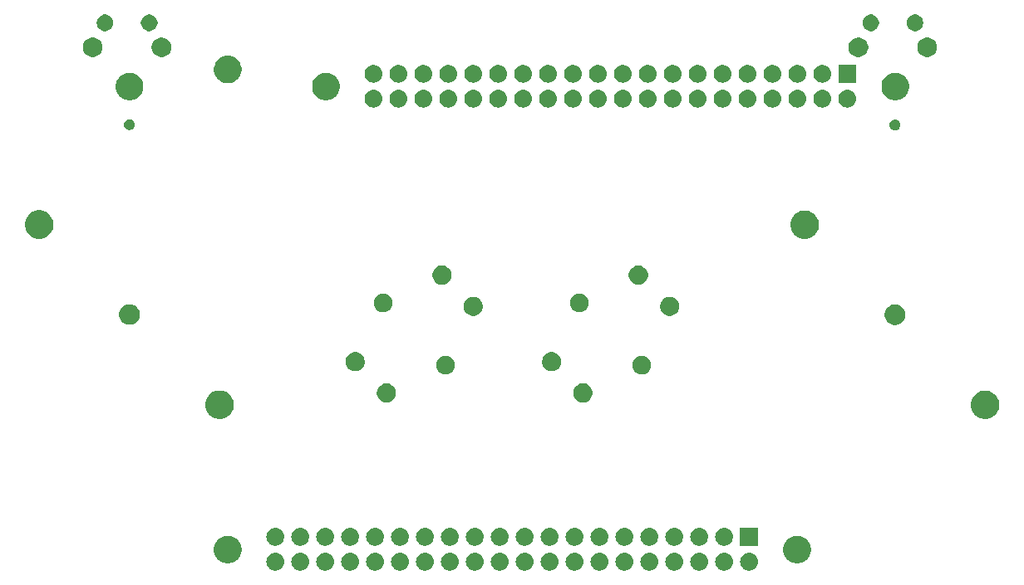
<source format=gbr>
G04 #@! TF.GenerationSoftware,KiCad,Pcbnew,(5.0.2)-1*
G04 #@! TF.CreationDate,2019-10-01T23:20:30-04:00*
G04 #@! TF.ProjectId,gamepad,67616d65-7061-4642-9e6b-696361645f70,rev?*
G04 #@! TF.SameCoordinates,Original*
G04 #@! TF.FileFunction,Soldermask,Bot*
G04 #@! TF.FilePolarity,Negative*
%FSLAX46Y46*%
G04 Gerber Fmt 4.6, Leading zero omitted, Abs format (unit mm)*
G04 Created by KiCad (PCBNEW (5.0.2)-1) date 10/1/2019 11:20:30 PM*
%MOMM*%
%LPD*%
G01*
G04 APERTURE LIST*
%ADD10C,0.100000*%
G04 APERTURE END LIST*
D10*
G36*
X160210442Y-120345518D02*
X160276627Y-120352037D01*
X160389853Y-120386384D01*
X160446467Y-120403557D01*
X160585087Y-120477652D01*
X160602991Y-120487222D01*
X160638729Y-120516552D01*
X160740186Y-120599814D01*
X160823448Y-120701271D01*
X160852778Y-120737009D01*
X160852779Y-120737011D01*
X160936443Y-120893533D01*
X160936443Y-120893534D01*
X160987963Y-121063373D01*
X161005359Y-121240000D01*
X160987963Y-121416627D01*
X160953616Y-121529853D01*
X160936443Y-121586467D01*
X160862348Y-121725087D01*
X160852778Y-121742991D01*
X160823448Y-121778729D01*
X160740186Y-121880186D01*
X160638729Y-121963448D01*
X160602991Y-121992778D01*
X160602989Y-121992779D01*
X160446467Y-122076443D01*
X160389853Y-122093616D01*
X160276627Y-122127963D01*
X160210442Y-122134482D01*
X160144260Y-122141000D01*
X160055740Y-122141000D01*
X159989558Y-122134482D01*
X159923373Y-122127963D01*
X159810147Y-122093616D01*
X159753533Y-122076443D01*
X159597011Y-121992779D01*
X159597009Y-121992778D01*
X159561271Y-121963448D01*
X159459814Y-121880186D01*
X159376552Y-121778729D01*
X159347222Y-121742991D01*
X159337652Y-121725087D01*
X159263557Y-121586467D01*
X159246384Y-121529853D01*
X159212037Y-121416627D01*
X159194641Y-121240000D01*
X159212037Y-121063373D01*
X159263557Y-120893534D01*
X159263557Y-120893533D01*
X159347221Y-120737011D01*
X159347222Y-120737009D01*
X159376552Y-120701271D01*
X159459814Y-120599814D01*
X159561271Y-120516552D01*
X159597009Y-120487222D01*
X159614913Y-120477652D01*
X159753533Y-120403557D01*
X159810147Y-120386384D01*
X159923373Y-120352037D01*
X159989558Y-120345518D01*
X160055740Y-120339000D01*
X160144260Y-120339000D01*
X160210442Y-120345518D01*
X160210442Y-120345518D01*
G37*
G36*
X152590442Y-120345518D02*
X152656627Y-120352037D01*
X152769853Y-120386384D01*
X152826467Y-120403557D01*
X152965087Y-120477652D01*
X152982991Y-120487222D01*
X153018729Y-120516552D01*
X153120186Y-120599814D01*
X153203448Y-120701271D01*
X153232778Y-120737009D01*
X153232779Y-120737011D01*
X153316443Y-120893533D01*
X153316443Y-120893534D01*
X153367963Y-121063373D01*
X153385359Y-121240000D01*
X153367963Y-121416627D01*
X153333616Y-121529853D01*
X153316443Y-121586467D01*
X153242348Y-121725087D01*
X153232778Y-121742991D01*
X153203448Y-121778729D01*
X153120186Y-121880186D01*
X153018729Y-121963448D01*
X152982991Y-121992778D01*
X152982989Y-121992779D01*
X152826467Y-122076443D01*
X152769853Y-122093616D01*
X152656627Y-122127963D01*
X152590442Y-122134482D01*
X152524260Y-122141000D01*
X152435740Y-122141000D01*
X152369558Y-122134482D01*
X152303373Y-122127963D01*
X152190147Y-122093616D01*
X152133533Y-122076443D01*
X151977011Y-121992779D01*
X151977009Y-121992778D01*
X151941271Y-121963448D01*
X151839814Y-121880186D01*
X151756552Y-121778729D01*
X151727222Y-121742991D01*
X151717652Y-121725087D01*
X151643557Y-121586467D01*
X151626384Y-121529853D01*
X151592037Y-121416627D01*
X151574641Y-121240000D01*
X151592037Y-121063373D01*
X151643557Y-120893534D01*
X151643557Y-120893533D01*
X151727221Y-120737011D01*
X151727222Y-120737009D01*
X151756552Y-120701271D01*
X151839814Y-120599814D01*
X151941271Y-120516552D01*
X151977009Y-120487222D01*
X151994913Y-120477652D01*
X152133533Y-120403557D01*
X152190147Y-120386384D01*
X152303373Y-120352037D01*
X152369558Y-120345518D01*
X152435740Y-120339000D01*
X152524260Y-120339000D01*
X152590442Y-120345518D01*
X152590442Y-120345518D01*
G37*
G36*
X127190442Y-120345518D02*
X127256627Y-120352037D01*
X127369853Y-120386384D01*
X127426467Y-120403557D01*
X127565087Y-120477652D01*
X127582991Y-120487222D01*
X127618729Y-120516552D01*
X127720186Y-120599814D01*
X127803448Y-120701271D01*
X127832778Y-120737009D01*
X127832779Y-120737011D01*
X127916443Y-120893533D01*
X127916443Y-120893534D01*
X127967963Y-121063373D01*
X127985359Y-121240000D01*
X127967963Y-121416627D01*
X127933616Y-121529853D01*
X127916443Y-121586467D01*
X127842348Y-121725087D01*
X127832778Y-121742991D01*
X127803448Y-121778729D01*
X127720186Y-121880186D01*
X127618729Y-121963448D01*
X127582991Y-121992778D01*
X127582989Y-121992779D01*
X127426467Y-122076443D01*
X127369853Y-122093616D01*
X127256627Y-122127963D01*
X127190442Y-122134482D01*
X127124260Y-122141000D01*
X127035740Y-122141000D01*
X126969558Y-122134482D01*
X126903373Y-122127963D01*
X126790147Y-122093616D01*
X126733533Y-122076443D01*
X126577011Y-121992779D01*
X126577009Y-121992778D01*
X126541271Y-121963448D01*
X126439814Y-121880186D01*
X126356552Y-121778729D01*
X126327222Y-121742991D01*
X126317652Y-121725087D01*
X126243557Y-121586467D01*
X126226384Y-121529853D01*
X126192037Y-121416627D01*
X126174641Y-121240000D01*
X126192037Y-121063373D01*
X126243557Y-120893534D01*
X126243557Y-120893533D01*
X126327221Y-120737011D01*
X126327222Y-120737009D01*
X126356552Y-120701271D01*
X126439814Y-120599814D01*
X126541271Y-120516552D01*
X126577009Y-120487222D01*
X126594913Y-120477652D01*
X126733533Y-120403557D01*
X126790147Y-120386384D01*
X126903373Y-120352037D01*
X126969558Y-120345518D01*
X127035740Y-120339000D01*
X127124260Y-120339000D01*
X127190442Y-120345518D01*
X127190442Y-120345518D01*
G37*
G36*
X129730442Y-120345518D02*
X129796627Y-120352037D01*
X129909853Y-120386384D01*
X129966467Y-120403557D01*
X130105087Y-120477652D01*
X130122991Y-120487222D01*
X130158729Y-120516552D01*
X130260186Y-120599814D01*
X130343448Y-120701271D01*
X130372778Y-120737009D01*
X130372779Y-120737011D01*
X130456443Y-120893533D01*
X130456443Y-120893534D01*
X130507963Y-121063373D01*
X130525359Y-121240000D01*
X130507963Y-121416627D01*
X130473616Y-121529853D01*
X130456443Y-121586467D01*
X130382348Y-121725087D01*
X130372778Y-121742991D01*
X130343448Y-121778729D01*
X130260186Y-121880186D01*
X130158729Y-121963448D01*
X130122991Y-121992778D01*
X130122989Y-121992779D01*
X129966467Y-122076443D01*
X129909853Y-122093616D01*
X129796627Y-122127963D01*
X129730442Y-122134482D01*
X129664260Y-122141000D01*
X129575740Y-122141000D01*
X129509558Y-122134482D01*
X129443373Y-122127963D01*
X129330147Y-122093616D01*
X129273533Y-122076443D01*
X129117011Y-121992779D01*
X129117009Y-121992778D01*
X129081271Y-121963448D01*
X128979814Y-121880186D01*
X128896552Y-121778729D01*
X128867222Y-121742991D01*
X128857652Y-121725087D01*
X128783557Y-121586467D01*
X128766384Y-121529853D01*
X128732037Y-121416627D01*
X128714641Y-121240000D01*
X128732037Y-121063373D01*
X128783557Y-120893534D01*
X128783557Y-120893533D01*
X128867221Y-120737011D01*
X128867222Y-120737009D01*
X128896552Y-120701271D01*
X128979814Y-120599814D01*
X129081271Y-120516552D01*
X129117009Y-120487222D01*
X129134913Y-120477652D01*
X129273533Y-120403557D01*
X129330147Y-120386384D01*
X129443373Y-120352037D01*
X129509558Y-120345518D01*
X129575740Y-120339000D01*
X129664260Y-120339000D01*
X129730442Y-120345518D01*
X129730442Y-120345518D01*
G37*
G36*
X132270442Y-120345518D02*
X132336627Y-120352037D01*
X132449853Y-120386384D01*
X132506467Y-120403557D01*
X132645087Y-120477652D01*
X132662991Y-120487222D01*
X132698729Y-120516552D01*
X132800186Y-120599814D01*
X132883448Y-120701271D01*
X132912778Y-120737009D01*
X132912779Y-120737011D01*
X132996443Y-120893533D01*
X132996443Y-120893534D01*
X133047963Y-121063373D01*
X133065359Y-121240000D01*
X133047963Y-121416627D01*
X133013616Y-121529853D01*
X132996443Y-121586467D01*
X132922348Y-121725087D01*
X132912778Y-121742991D01*
X132883448Y-121778729D01*
X132800186Y-121880186D01*
X132698729Y-121963448D01*
X132662991Y-121992778D01*
X132662989Y-121992779D01*
X132506467Y-122076443D01*
X132449853Y-122093616D01*
X132336627Y-122127963D01*
X132270442Y-122134482D01*
X132204260Y-122141000D01*
X132115740Y-122141000D01*
X132049558Y-122134482D01*
X131983373Y-122127963D01*
X131870147Y-122093616D01*
X131813533Y-122076443D01*
X131657011Y-121992779D01*
X131657009Y-121992778D01*
X131621271Y-121963448D01*
X131519814Y-121880186D01*
X131436552Y-121778729D01*
X131407222Y-121742991D01*
X131397652Y-121725087D01*
X131323557Y-121586467D01*
X131306384Y-121529853D01*
X131272037Y-121416627D01*
X131254641Y-121240000D01*
X131272037Y-121063373D01*
X131323557Y-120893534D01*
X131323557Y-120893533D01*
X131407221Y-120737011D01*
X131407222Y-120737009D01*
X131436552Y-120701271D01*
X131519814Y-120599814D01*
X131621271Y-120516552D01*
X131657009Y-120487222D01*
X131674913Y-120477652D01*
X131813533Y-120403557D01*
X131870147Y-120386384D01*
X131983373Y-120352037D01*
X132049558Y-120345518D01*
X132115740Y-120339000D01*
X132204260Y-120339000D01*
X132270442Y-120345518D01*
X132270442Y-120345518D01*
G37*
G36*
X134810442Y-120345518D02*
X134876627Y-120352037D01*
X134989853Y-120386384D01*
X135046467Y-120403557D01*
X135185087Y-120477652D01*
X135202991Y-120487222D01*
X135238729Y-120516552D01*
X135340186Y-120599814D01*
X135423448Y-120701271D01*
X135452778Y-120737009D01*
X135452779Y-120737011D01*
X135536443Y-120893533D01*
X135536443Y-120893534D01*
X135587963Y-121063373D01*
X135605359Y-121240000D01*
X135587963Y-121416627D01*
X135553616Y-121529853D01*
X135536443Y-121586467D01*
X135462348Y-121725087D01*
X135452778Y-121742991D01*
X135423448Y-121778729D01*
X135340186Y-121880186D01*
X135238729Y-121963448D01*
X135202991Y-121992778D01*
X135202989Y-121992779D01*
X135046467Y-122076443D01*
X134989853Y-122093616D01*
X134876627Y-122127963D01*
X134810442Y-122134482D01*
X134744260Y-122141000D01*
X134655740Y-122141000D01*
X134589558Y-122134482D01*
X134523373Y-122127963D01*
X134410147Y-122093616D01*
X134353533Y-122076443D01*
X134197011Y-121992779D01*
X134197009Y-121992778D01*
X134161271Y-121963448D01*
X134059814Y-121880186D01*
X133976552Y-121778729D01*
X133947222Y-121742991D01*
X133937652Y-121725087D01*
X133863557Y-121586467D01*
X133846384Y-121529853D01*
X133812037Y-121416627D01*
X133794641Y-121240000D01*
X133812037Y-121063373D01*
X133863557Y-120893534D01*
X133863557Y-120893533D01*
X133947221Y-120737011D01*
X133947222Y-120737009D01*
X133976552Y-120701271D01*
X134059814Y-120599814D01*
X134161271Y-120516552D01*
X134197009Y-120487222D01*
X134214913Y-120477652D01*
X134353533Y-120403557D01*
X134410147Y-120386384D01*
X134523373Y-120352037D01*
X134589558Y-120345518D01*
X134655740Y-120339000D01*
X134744260Y-120339000D01*
X134810442Y-120345518D01*
X134810442Y-120345518D01*
G37*
G36*
X137350442Y-120345518D02*
X137416627Y-120352037D01*
X137529853Y-120386384D01*
X137586467Y-120403557D01*
X137725087Y-120477652D01*
X137742991Y-120487222D01*
X137778729Y-120516552D01*
X137880186Y-120599814D01*
X137963448Y-120701271D01*
X137992778Y-120737009D01*
X137992779Y-120737011D01*
X138076443Y-120893533D01*
X138076443Y-120893534D01*
X138127963Y-121063373D01*
X138145359Y-121240000D01*
X138127963Y-121416627D01*
X138093616Y-121529853D01*
X138076443Y-121586467D01*
X138002348Y-121725087D01*
X137992778Y-121742991D01*
X137963448Y-121778729D01*
X137880186Y-121880186D01*
X137778729Y-121963448D01*
X137742991Y-121992778D01*
X137742989Y-121992779D01*
X137586467Y-122076443D01*
X137529853Y-122093616D01*
X137416627Y-122127963D01*
X137350442Y-122134482D01*
X137284260Y-122141000D01*
X137195740Y-122141000D01*
X137129558Y-122134482D01*
X137063373Y-122127963D01*
X136950147Y-122093616D01*
X136893533Y-122076443D01*
X136737011Y-121992779D01*
X136737009Y-121992778D01*
X136701271Y-121963448D01*
X136599814Y-121880186D01*
X136516552Y-121778729D01*
X136487222Y-121742991D01*
X136477652Y-121725087D01*
X136403557Y-121586467D01*
X136386384Y-121529853D01*
X136352037Y-121416627D01*
X136334641Y-121240000D01*
X136352037Y-121063373D01*
X136403557Y-120893534D01*
X136403557Y-120893533D01*
X136487221Y-120737011D01*
X136487222Y-120737009D01*
X136516552Y-120701271D01*
X136599814Y-120599814D01*
X136701271Y-120516552D01*
X136737009Y-120487222D01*
X136754913Y-120477652D01*
X136893533Y-120403557D01*
X136950147Y-120386384D01*
X137063373Y-120352037D01*
X137129558Y-120345518D01*
X137195740Y-120339000D01*
X137284260Y-120339000D01*
X137350442Y-120345518D01*
X137350442Y-120345518D01*
G37*
G36*
X139890442Y-120345518D02*
X139956627Y-120352037D01*
X140069853Y-120386384D01*
X140126467Y-120403557D01*
X140265087Y-120477652D01*
X140282991Y-120487222D01*
X140318729Y-120516552D01*
X140420186Y-120599814D01*
X140503448Y-120701271D01*
X140532778Y-120737009D01*
X140532779Y-120737011D01*
X140616443Y-120893533D01*
X140616443Y-120893534D01*
X140667963Y-121063373D01*
X140685359Y-121240000D01*
X140667963Y-121416627D01*
X140633616Y-121529853D01*
X140616443Y-121586467D01*
X140542348Y-121725087D01*
X140532778Y-121742991D01*
X140503448Y-121778729D01*
X140420186Y-121880186D01*
X140318729Y-121963448D01*
X140282991Y-121992778D01*
X140282989Y-121992779D01*
X140126467Y-122076443D01*
X140069853Y-122093616D01*
X139956627Y-122127963D01*
X139890442Y-122134482D01*
X139824260Y-122141000D01*
X139735740Y-122141000D01*
X139669558Y-122134482D01*
X139603373Y-122127963D01*
X139490147Y-122093616D01*
X139433533Y-122076443D01*
X139277011Y-121992779D01*
X139277009Y-121992778D01*
X139241271Y-121963448D01*
X139139814Y-121880186D01*
X139056552Y-121778729D01*
X139027222Y-121742991D01*
X139017652Y-121725087D01*
X138943557Y-121586467D01*
X138926384Y-121529853D01*
X138892037Y-121416627D01*
X138874641Y-121240000D01*
X138892037Y-121063373D01*
X138943557Y-120893534D01*
X138943557Y-120893533D01*
X139027221Y-120737011D01*
X139027222Y-120737009D01*
X139056552Y-120701271D01*
X139139814Y-120599814D01*
X139241271Y-120516552D01*
X139277009Y-120487222D01*
X139294913Y-120477652D01*
X139433533Y-120403557D01*
X139490147Y-120386384D01*
X139603373Y-120352037D01*
X139669558Y-120345518D01*
X139735740Y-120339000D01*
X139824260Y-120339000D01*
X139890442Y-120345518D01*
X139890442Y-120345518D01*
G37*
G36*
X142430442Y-120345518D02*
X142496627Y-120352037D01*
X142609853Y-120386384D01*
X142666467Y-120403557D01*
X142805087Y-120477652D01*
X142822991Y-120487222D01*
X142858729Y-120516552D01*
X142960186Y-120599814D01*
X143043448Y-120701271D01*
X143072778Y-120737009D01*
X143072779Y-120737011D01*
X143156443Y-120893533D01*
X143156443Y-120893534D01*
X143207963Y-121063373D01*
X143225359Y-121240000D01*
X143207963Y-121416627D01*
X143173616Y-121529853D01*
X143156443Y-121586467D01*
X143082348Y-121725087D01*
X143072778Y-121742991D01*
X143043448Y-121778729D01*
X142960186Y-121880186D01*
X142858729Y-121963448D01*
X142822991Y-121992778D01*
X142822989Y-121992779D01*
X142666467Y-122076443D01*
X142609853Y-122093616D01*
X142496627Y-122127963D01*
X142430442Y-122134482D01*
X142364260Y-122141000D01*
X142275740Y-122141000D01*
X142209558Y-122134482D01*
X142143373Y-122127963D01*
X142030147Y-122093616D01*
X141973533Y-122076443D01*
X141817011Y-121992779D01*
X141817009Y-121992778D01*
X141781271Y-121963448D01*
X141679814Y-121880186D01*
X141596552Y-121778729D01*
X141567222Y-121742991D01*
X141557652Y-121725087D01*
X141483557Y-121586467D01*
X141466384Y-121529853D01*
X141432037Y-121416627D01*
X141414641Y-121240000D01*
X141432037Y-121063373D01*
X141483557Y-120893534D01*
X141483557Y-120893533D01*
X141567221Y-120737011D01*
X141567222Y-120737009D01*
X141596552Y-120701271D01*
X141679814Y-120599814D01*
X141781271Y-120516552D01*
X141817009Y-120487222D01*
X141834913Y-120477652D01*
X141973533Y-120403557D01*
X142030147Y-120386384D01*
X142143373Y-120352037D01*
X142209558Y-120345518D01*
X142275740Y-120339000D01*
X142364260Y-120339000D01*
X142430442Y-120345518D01*
X142430442Y-120345518D01*
G37*
G36*
X144970442Y-120345518D02*
X145036627Y-120352037D01*
X145149853Y-120386384D01*
X145206467Y-120403557D01*
X145345087Y-120477652D01*
X145362991Y-120487222D01*
X145398729Y-120516552D01*
X145500186Y-120599814D01*
X145583448Y-120701271D01*
X145612778Y-120737009D01*
X145612779Y-120737011D01*
X145696443Y-120893533D01*
X145696443Y-120893534D01*
X145747963Y-121063373D01*
X145765359Y-121240000D01*
X145747963Y-121416627D01*
X145713616Y-121529853D01*
X145696443Y-121586467D01*
X145622348Y-121725087D01*
X145612778Y-121742991D01*
X145583448Y-121778729D01*
X145500186Y-121880186D01*
X145398729Y-121963448D01*
X145362991Y-121992778D01*
X145362989Y-121992779D01*
X145206467Y-122076443D01*
X145149853Y-122093616D01*
X145036627Y-122127963D01*
X144970442Y-122134482D01*
X144904260Y-122141000D01*
X144815740Y-122141000D01*
X144749558Y-122134482D01*
X144683373Y-122127963D01*
X144570147Y-122093616D01*
X144513533Y-122076443D01*
X144357011Y-121992779D01*
X144357009Y-121992778D01*
X144321271Y-121963448D01*
X144219814Y-121880186D01*
X144136552Y-121778729D01*
X144107222Y-121742991D01*
X144097652Y-121725087D01*
X144023557Y-121586467D01*
X144006384Y-121529853D01*
X143972037Y-121416627D01*
X143954641Y-121240000D01*
X143972037Y-121063373D01*
X144023557Y-120893534D01*
X144023557Y-120893533D01*
X144107221Y-120737011D01*
X144107222Y-120737009D01*
X144136552Y-120701271D01*
X144219814Y-120599814D01*
X144321271Y-120516552D01*
X144357009Y-120487222D01*
X144374913Y-120477652D01*
X144513533Y-120403557D01*
X144570147Y-120386384D01*
X144683373Y-120352037D01*
X144749558Y-120345518D01*
X144815740Y-120339000D01*
X144904260Y-120339000D01*
X144970442Y-120345518D01*
X144970442Y-120345518D01*
G37*
G36*
X147510442Y-120345518D02*
X147576627Y-120352037D01*
X147689853Y-120386384D01*
X147746467Y-120403557D01*
X147885087Y-120477652D01*
X147902991Y-120487222D01*
X147938729Y-120516552D01*
X148040186Y-120599814D01*
X148123448Y-120701271D01*
X148152778Y-120737009D01*
X148152779Y-120737011D01*
X148236443Y-120893533D01*
X148236443Y-120893534D01*
X148287963Y-121063373D01*
X148305359Y-121240000D01*
X148287963Y-121416627D01*
X148253616Y-121529853D01*
X148236443Y-121586467D01*
X148162348Y-121725087D01*
X148152778Y-121742991D01*
X148123448Y-121778729D01*
X148040186Y-121880186D01*
X147938729Y-121963448D01*
X147902991Y-121992778D01*
X147902989Y-121992779D01*
X147746467Y-122076443D01*
X147689853Y-122093616D01*
X147576627Y-122127963D01*
X147510442Y-122134482D01*
X147444260Y-122141000D01*
X147355740Y-122141000D01*
X147289558Y-122134482D01*
X147223373Y-122127963D01*
X147110147Y-122093616D01*
X147053533Y-122076443D01*
X146897011Y-121992779D01*
X146897009Y-121992778D01*
X146861271Y-121963448D01*
X146759814Y-121880186D01*
X146676552Y-121778729D01*
X146647222Y-121742991D01*
X146637652Y-121725087D01*
X146563557Y-121586467D01*
X146546384Y-121529853D01*
X146512037Y-121416627D01*
X146494641Y-121240000D01*
X146512037Y-121063373D01*
X146563557Y-120893534D01*
X146563557Y-120893533D01*
X146647221Y-120737011D01*
X146647222Y-120737009D01*
X146676552Y-120701271D01*
X146759814Y-120599814D01*
X146861271Y-120516552D01*
X146897009Y-120487222D01*
X146914913Y-120477652D01*
X147053533Y-120403557D01*
X147110147Y-120386384D01*
X147223373Y-120352037D01*
X147289558Y-120345518D01*
X147355740Y-120339000D01*
X147444260Y-120339000D01*
X147510442Y-120345518D01*
X147510442Y-120345518D01*
G37*
G36*
X155130442Y-120345518D02*
X155196627Y-120352037D01*
X155309853Y-120386384D01*
X155366467Y-120403557D01*
X155505087Y-120477652D01*
X155522991Y-120487222D01*
X155558729Y-120516552D01*
X155660186Y-120599814D01*
X155743448Y-120701271D01*
X155772778Y-120737009D01*
X155772779Y-120737011D01*
X155856443Y-120893533D01*
X155856443Y-120893534D01*
X155907963Y-121063373D01*
X155925359Y-121240000D01*
X155907963Y-121416627D01*
X155873616Y-121529853D01*
X155856443Y-121586467D01*
X155782348Y-121725087D01*
X155772778Y-121742991D01*
X155743448Y-121778729D01*
X155660186Y-121880186D01*
X155558729Y-121963448D01*
X155522991Y-121992778D01*
X155522989Y-121992779D01*
X155366467Y-122076443D01*
X155309853Y-122093616D01*
X155196627Y-122127963D01*
X155130442Y-122134482D01*
X155064260Y-122141000D01*
X154975740Y-122141000D01*
X154909558Y-122134482D01*
X154843373Y-122127963D01*
X154730147Y-122093616D01*
X154673533Y-122076443D01*
X154517011Y-121992779D01*
X154517009Y-121992778D01*
X154481271Y-121963448D01*
X154379814Y-121880186D01*
X154296552Y-121778729D01*
X154267222Y-121742991D01*
X154257652Y-121725087D01*
X154183557Y-121586467D01*
X154166384Y-121529853D01*
X154132037Y-121416627D01*
X154114641Y-121240000D01*
X154132037Y-121063373D01*
X154183557Y-120893534D01*
X154183557Y-120893533D01*
X154267221Y-120737011D01*
X154267222Y-120737009D01*
X154296552Y-120701271D01*
X154379814Y-120599814D01*
X154481271Y-120516552D01*
X154517009Y-120487222D01*
X154534913Y-120477652D01*
X154673533Y-120403557D01*
X154730147Y-120386384D01*
X154843373Y-120352037D01*
X154909558Y-120345518D01*
X154975740Y-120339000D01*
X155064260Y-120339000D01*
X155130442Y-120345518D01*
X155130442Y-120345518D01*
G37*
G36*
X157670442Y-120345518D02*
X157736627Y-120352037D01*
X157849853Y-120386384D01*
X157906467Y-120403557D01*
X158045087Y-120477652D01*
X158062991Y-120487222D01*
X158098729Y-120516552D01*
X158200186Y-120599814D01*
X158283448Y-120701271D01*
X158312778Y-120737009D01*
X158312779Y-120737011D01*
X158396443Y-120893533D01*
X158396443Y-120893534D01*
X158447963Y-121063373D01*
X158465359Y-121240000D01*
X158447963Y-121416627D01*
X158413616Y-121529853D01*
X158396443Y-121586467D01*
X158322348Y-121725087D01*
X158312778Y-121742991D01*
X158283448Y-121778729D01*
X158200186Y-121880186D01*
X158098729Y-121963448D01*
X158062991Y-121992778D01*
X158062989Y-121992779D01*
X157906467Y-122076443D01*
X157849853Y-122093616D01*
X157736627Y-122127963D01*
X157670442Y-122134482D01*
X157604260Y-122141000D01*
X157515740Y-122141000D01*
X157449558Y-122134482D01*
X157383373Y-122127963D01*
X157270147Y-122093616D01*
X157213533Y-122076443D01*
X157057011Y-121992779D01*
X157057009Y-121992778D01*
X157021271Y-121963448D01*
X156919814Y-121880186D01*
X156836552Y-121778729D01*
X156807222Y-121742991D01*
X156797652Y-121725087D01*
X156723557Y-121586467D01*
X156706384Y-121529853D01*
X156672037Y-121416627D01*
X156654641Y-121240000D01*
X156672037Y-121063373D01*
X156723557Y-120893534D01*
X156723557Y-120893533D01*
X156807221Y-120737011D01*
X156807222Y-120737009D01*
X156836552Y-120701271D01*
X156919814Y-120599814D01*
X157021271Y-120516552D01*
X157057009Y-120487222D01*
X157074913Y-120477652D01*
X157213533Y-120403557D01*
X157270147Y-120386384D01*
X157383373Y-120352037D01*
X157449558Y-120345518D01*
X157515740Y-120339000D01*
X157604260Y-120339000D01*
X157670442Y-120345518D01*
X157670442Y-120345518D01*
G37*
G36*
X124650442Y-120345518D02*
X124716627Y-120352037D01*
X124829853Y-120386384D01*
X124886467Y-120403557D01*
X125025087Y-120477652D01*
X125042991Y-120487222D01*
X125078729Y-120516552D01*
X125180186Y-120599814D01*
X125263448Y-120701271D01*
X125292778Y-120737009D01*
X125292779Y-120737011D01*
X125376443Y-120893533D01*
X125376443Y-120893534D01*
X125427963Y-121063373D01*
X125445359Y-121240000D01*
X125427963Y-121416627D01*
X125393616Y-121529853D01*
X125376443Y-121586467D01*
X125302348Y-121725087D01*
X125292778Y-121742991D01*
X125263448Y-121778729D01*
X125180186Y-121880186D01*
X125078729Y-121963448D01*
X125042991Y-121992778D01*
X125042989Y-121992779D01*
X124886467Y-122076443D01*
X124829853Y-122093616D01*
X124716627Y-122127963D01*
X124650442Y-122134482D01*
X124584260Y-122141000D01*
X124495740Y-122141000D01*
X124429558Y-122134482D01*
X124363373Y-122127963D01*
X124250147Y-122093616D01*
X124193533Y-122076443D01*
X124037011Y-121992779D01*
X124037009Y-121992778D01*
X124001271Y-121963448D01*
X123899814Y-121880186D01*
X123816552Y-121778729D01*
X123787222Y-121742991D01*
X123777652Y-121725087D01*
X123703557Y-121586467D01*
X123686384Y-121529853D01*
X123652037Y-121416627D01*
X123634641Y-121240000D01*
X123652037Y-121063373D01*
X123703557Y-120893534D01*
X123703557Y-120893533D01*
X123787221Y-120737011D01*
X123787222Y-120737009D01*
X123816552Y-120701271D01*
X123899814Y-120599814D01*
X124001271Y-120516552D01*
X124037009Y-120487222D01*
X124054913Y-120477652D01*
X124193533Y-120403557D01*
X124250147Y-120386384D01*
X124363373Y-120352037D01*
X124429558Y-120345518D01*
X124495740Y-120339000D01*
X124584260Y-120339000D01*
X124650442Y-120345518D01*
X124650442Y-120345518D01*
G37*
G36*
X122110442Y-120345518D02*
X122176627Y-120352037D01*
X122289853Y-120386384D01*
X122346467Y-120403557D01*
X122485087Y-120477652D01*
X122502991Y-120487222D01*
X122538729Y-120516552D01*
X122640186Y-120599814D01*
X122723448Y-120701271D01*
X122752778Y-120737009D01*
X122752779Y-120737011D01*
X122836443Y-120893533D01*
X122836443Y-120893534D01*
X122887963Y-121063373D01*
X122905359Y-121240000D01*
X122887963Y-121416627D01*
X122853616Y-121529853D01*
X122836443Y-121586467D01*
X122762348Y-121725087D01*
X122752778Y-121742991D01*
X122723448Y-121778729D01*
X122640186Y-121880186D01*
X122538729Y-121963448D01*
X122502991Y-121992778D01*
X122502989Y-121992779D01*
X122346467Y-122076443D01*
X122289853Y-122093616D01*
X122176627Y-122127963D01*
X122110442Y-122134482D01*
X122044260Y-122141000D01*
X121955740Y-122141000D01*
X121889558Y-122134482D01*
X121823373Y-122127963D01*
X121710147Y-122093616D01*
X121653533Y-122076443D01*
X121497011Y-121992779D01*
X121497009Y-121992778D01*
X121461271Y-121963448D01*
X121359814Y-121880186D01*
X121276552Y-121778729D01*
X121247222Y-121742991D01*
X121237652Y-121725087D01*
X121163557Y-121586467D01*
X121146384Y-121529853D01*
X121112037Y-121416627D01*
X121094641Y-121240000D01*
X121112037Y-121063373D01*
X121163557Y-120893534D01*
X121163557Y-120893533D01*
X121247221Y-120737011D01*
X121247222Y-120737009D01*
X121276552Y-120701271D01*
X121359814Y-120599814D01*
X121461271Y-120516552D01*
X121497009Y-120487222D01*
X121514913Y-120477652D01*
X121653533Y-120403557D01*
X121710147Y-120386384D01*
X121823373Y-120352037D01*
X121889558Y-120345518D01*
X121955740Y-120339000D01*
X122044260Y-120339000D01*
X122110442Y-120345518D01*
X122110442Y-120345518D01*
G37*
G36*
X119570442Y-120345518D02*
X119636627Y-120352037D01*
X119749853Y-120386384D01*
X119806467Y-120403557D01*
X119945087Y-120477652D01*
X119962991Y-120487222D01*
X119998729Y-120516552D01*
X120100186Y-120599814D01*
X120183448Y-120701271D01*
X120212778Y-120737009D01*
X120212779Y-120737011D01*
X120296443Y-120893533D01*
X120296443Y-120893534D01*
X120347963Y-121063373D01*
X120365359Y-121240000D01*
X120347963Y-121416627D01*
X120313616Y-121529853D01*
X120296443Y-121586467D01*
X120222348Y-121725087D01*
X120212778Y-121742991D01*
X120183448Y-121778729D01*
X120100186Y-121880186D01*
X119998729Y-121963448D01*
X119962991Y-121992778D01*
X119962989Y-121992779D01*
X119806467Y-122076443D01*
X119749853Y-122093616D01*
X119636627Y-122127963D01*
X119570442Y-122134482D01*
X119504260Y-122141000D01*
X119415740Y-122141000D01*
X119349558Y-122134482D01*
X119283373Y-122127963D01*
X119170147Y-122093616D01*
X119113533Y-122076443D01*
X118957011Y-121992779D01*
X118957009Y-121992778D01*
X118921271Y-121963448D01*
X118819814Y-121880186D01*
X118736552Y-121778729D01*
X118707222Y-121742991D01*
X118697652Y-121725087D01*
X118623557Y-121586467D01*
X118606384Y-121529853D01*
X118572037Y-121416627D01*
X118554641Y-121240000D01*
X118572037Y-121063373D01*
X118623557Y-120893534D01*
X118623557Y-120893533D01*
X118707221Y-120737011D01*
X118707222Y-120737009D01*
X118736552Y-120701271D01*
X118819814Y-120599814D01*
X118921271Y-120516552D01*
X118957009Y-120487222D01*
X118974913Y-120477652D01*
X119113533Y-120403557D01*
X119170147Y-120386384D01*
X119283373Y-120352037D01*
X119349558Y-120345518D01*
X119415740Y-120339000D01*
X119504260Y-120339000D01*
X119570442Y-120345518D01*
X119570442Y-120345518D01*
G37*
G36*
X117030442Y-120345518D02*
X117096627Y-120352037D01*
X117209853Y-120386384D01*
X117266467Y-120403557D01*
X117405087Y-120477652D01*
X117422991Y-120487222D01*
X117458729Y-120516552D01*
X117560186Y-120599814D01*
X117643448Y-120701271D01*
X117672778Y-120737009D01*
X117672779Y-120737011D01*
X117756443Y-120893533D01*
X117756443Y-120893534D01*
X117807963Y-121063373D01*
X117825359Y-121240000D01*
X117807963Y-121416627D01*
X117773616Y-121529853D01*
X117756443Y-121586467D01*
X117682348Y-121725087D01*
X117672778Y-121742991D01*
X117643448Y-121778729D01*
X117560186Y-121880186D01*
X117458729Y-121963448D01*
X117422991Y-121992778D01*
X117422989Y-121992779D01*
X117266467Y-122076443D01*
X117209853Y-122093616D01*
X117096627Y-122127963D01*
X117030442Y-122134482D01*
X116964260Y-122141000D01*
X116875740Y-122141000D01*
X116809558Y-122134482D01*
X116743373Y-122127963D01*
X116630147Y-122093616D01*
X116573533Y-122076443D01*
X116417011Y-121992779D01*
X116417009Y-121992778D01*
X116381271Y-121963448D01*
X116279814Y-121880186D01*
X116196552Y-121778729D01*
X116167222Y-121742991D01*
X116157652Y-121725087D01*
X116083557Y-121586467D01*
X116066384Y-121529853D01*
X116032037Y-121416627D01*
X116014641Y-121240000D01*
X116032037Y-121063373D01*
X116083557Y-120893534D01*
X116083557Y-120893533D01*
X116167221Y-120737011D01*
X116167222Y-120737009D01*
X116196552Y-120701271D01*
X116279814Y-120599814D01*
X116381271Y-120516552D01*
X116417009Y-120487222D01*
X116434913Y-120477652D01*
X116573533Y-120403557D01*
X116630147Y-120386384D01*
X116743373Y-120352037D01*
X116809558Y-120345518D01*
X116875740Y-120339000D01*
X116964260Y-120339000D01*
X117030442Y-120345518D01*
X117030442Y-120345518D01*
G37*
G36*
X114490442Y-120345518D02*
X114556627Y-120352037D01*
X114669853Y-120386384D01*
X114726467Y-120403557D01*
X114865087Y-120477652D01*
X114882991Y-120487222D01*
X114918729Y-120516552D01*
X115020186Y-120599814D01*
X115103448Y-120701271D01*
X115132778Y-120737009D01*
X115132779Y-120737011D01*
X115216443Y-120893533D01*
X115216443Y-120893534D01*
X115267963Y-121063373D01*
X115285359Y-121240000D01*
X115267963Y-121416627D01*
X115233616Y-121529853D01*
X115216443Y-121586467D01*
X115142348Y-121725087D01*
X115132778Y-121742991D01*
X115103448Y-121778729D01*
X115020186Y-121880186D01*
X114918729Y-121963448D01*
X114882991Y-121992778D01*
X114882989Y-121992779D01*
X114726467Y-122076443D01*
X114669853Y-122093616D01*
X114556627Y-122127963D01*
X114490442Y-122134482D01*
X114424260Y-122141000D01*
X114335740Y-122141000D01*
X114269558Y-122134482D01*
X114203373Y-122127963D01*
X114090147Y-122093616D01*
X114033533Y-122076443D01*
X113877011Y-121992779D01*
X113877009Y-121992778D01*
X113841271Y-121963448D01*
X113739814Y-121880186D01*
X113656552Y-121778729D01*
X113627222Y-121742991D01*
X113617652Y-121725087D01*
X113543557Y-121586467D01*
X113526384Y-121529853D01*
X113492037Y-121416627D01*
X113474641Y-121240000D01*
X113492037Y-121063373D01*
X113543557Y-120893534D01*
X113543557Y-120893533D01*
X113627221Y-120737011D01*
X113627222Y-120737009D01*
X113656552Y-120701271D01*
X113739814Y-120599814D01*
X113841271Y-120516552D01*
X113877009Y-120487222D01*
X113894913Y-120477652D01*
X114033533Y-120403557D01*
X114090147Y-120386384D01*
X114203373Y-120352037D01*
X114269558Y-120345518D01*
X114335740Y-120339000D01*
X114424260Y-120339000D01*
X114490442Y-120345518D01*
X114490442Y-120345518D01*
G37*
G36*
X111950442Y-120345518D02*
X112016627Y-120352037D01*
X112129853Y-120386384D01*
X112186467Y-120403557D01*
X112325087Y-120477652D01*
X112342991Y-120487222D01*
X112378729Y-120516552D01*
X112480186Y-120599814D01*
X112563448Y-120701271D01*
X112592778Y-120737009D01*
X112592779Y-120737011D01*
X112676443Y-120893533D01*
X112676443Y-120893534D01*
X112727963Y-121063373D01*
X112745359Y-121240000D01*
X112727963Y-121416627D01*
X112693616Y-121529853D01*
X112676443Y-121586467D01*
X112602348Y-121725087D01*
X112592778Y-121742991D01*
X112563448Y-121778729D01*
X112480186Y-121880186D01*
X112378729Y-121963448D01*
X112342991Y-121992778D01*
X112342989Y-121992779D01*
X112186467Y-122076443D01*
X112129853Y-122093616D01*
X112016627Y-122127963D01*
X111950442Y-122134482D01*
X111884260Y-122141000D01*
X111795740Y-122141000D01*
X111729558Y-122134482D01*
X111663373Y-122127963D01*
X111550147Y-122093616D01*
X111493533Y-122076443D01*
X111337011Y-121992779D01*
X111337009Y-121992778D01*
X111301271Y-121963448D01*
X111199814Y-121880186D01*
X111116552Y-121778729D01*
X111087222Y-121742991D01*
X111077652Y-121725087D01*
X111003557Y-121586467D01*
X110986384Y-121529853D01*
X110952037Y-121416627D01*
X110934641Y-121240000D01*
X110952037Y-121063373D01*
X111003557Y-120893534D01*
X111003557Y-120893533D01*
X111087221Y-120737011D01*
X111087222Y-120737009D01*
X111116552Y-120701271D01*
X111199814Y-120599814D01*
X111301271Y-120516552D01*
X111337009Y-120487222D01*
X111354913Y-120477652D01*
X111493533Y-120403557D01*
X111550147Y-120386384D01*
X111663373Y-120352037D01*
X111729558Y-120345518D01*
X111795740Y-120339000D01*
X111884260Y-120339000D01*
X111950442Y-120345518D01*
X111950442Y-120345518D01*
G37*
G36*
X150050442Y-120345518D02*
X150116627Y-120352037D01*
X150229853Y-120386384D01*
X150286467Y-120403557D01*
X150425087Y-120477652D01*
X150442991Y-120487222D01*
X150478729Y-120516552D01*
X150580186Y-120599814D01*
X150663448Y-120701271D01*
X150692778Y-120737009D01*
X150692779Y-120737011D01*
X150776443Y-120893533D01*
X150776443Y-120893534D01*
X150827963Y-121063373D01*
X150845359Y-121240000D01*
X150827963Y-121416627D01*
X150793616Y-121529853D01*
X150776443Y-121586467D01*
X150702348Y-121725087D01*
X150692778Y-121742991D01*
X150663448Y-121778729D01*
X150580186Y-121880186D01*
X150478729Y-121963448D01*
X150442991Y-121992778D01*
X150442989Y-121992779D01*
X150286467Y-122076443D01*
X150229853Y-122093616D01*
X150116627Y-122127963D01*
X150050442Y-122134482D01*
X149984260Y-122141000D01*
X149895740Y-122141000D01*
X149829558Y-122134482D01*
X149763373Y-122127963D01*
X149650147Y-122093616D01*
X149593533Y-122076443D01*
X149437011Y-121992779D01*
X149437009Y-121992778D01*
X149401271Y-121963448D01*
X149299814Y-121880186D01*
X149216552Y-121778729D01*
X149187222Y-121742991D01*
X149177652Y-121725087D01*
X149103557Y-121586467D01*
X149086384Y-121529853D01*
X149052037Y-121416627D01*
X149034641Y-121240000D01*
X149052037Y-121063373D01*
X149103557Y-120893534D01*
X149103557Y-120893533D01*
X149187221Y-120737011D01*
X149187222Y-120737009D01*
X149216552Y-120701271D01*
X149299814Y-120599814D01*
X149401271Y-120516552D01*
X149437009Y-120487222D01*
X149454913Y-120477652D01*
X149593533Y-120403557D01*
X149650147Y-120386384D01*
X149763373Y-120352037D01*
X149829558Y-120345518D01*
X149895740Y-120339000D01*
X149984260Y-120339000D01*
X150050442Y-120345518D01*
X150050442Y-120345518D01*
G37*
G36*
X107318433Y-118634893D02*
X107408657Y-118652839D01*
X107514267Y-118696585D01*
X107663621Y-118758449D01*
X107893089Y-118911774D01*
X108088226Y-119106911D01*
X108241551Y-119336379D01*
X108347161Y-119591344D01*
X108401000Y-119862012D01*
X108401000Y-120137988D01*
X108347161Y-120408656D01*
X108241551Y-120663621D01*
X108088226Y-120893089D01*
X107893089Y-121088226D01*
X107663621Y-121241551D01*
X107514267Y-121303415D01*
X107408657Y-121347161D01*
X107318433Y-121365107D01*
X107137988Y-121401000D01*
X106862012Y-121401000D01*
X106681567Y-121365107D01*
X106591343Y-121347161D01*
X106485733Y-121303415D01*
X106336379Y-121241551D01*
X106106911Y-121088226D01*
X105911774Y-120893089D01*
X105758449Y-120663621D01*
X105652839Y-120408656D01*
X105599000Y-120137988D01*
X105599000Y-119862012D01*
X105652839Y-119591344D01*
X105758449Y-119336379D01*
X105911774Y-119106911D01*
X106106911Y-118911774D01*
X106336379Y-118758449D01*
X106485733Y-118696585D01*
X106591343Y-118652839D01*
X106681567Y-118634893D01*
X106862012Y-118599000D01*
X107137988Y-118599000D01*
X107318433Y-118634893D01*
X107318433Y-118634893D01*
G37*
G36*
X165318433Y-118634893D02*
X165408657Y-118652839D01*
X165514267Y-118696585D01*
X165663621Y-118758449D01*
X165893089Y-118911774D01*
X166088226Y-119106911D01*
X166241551Y-119336379D01*
X166347161Y-119591344D01*
X166401000Y-119862012D01*
X166401000Y-120137988D01*
X166347161Y-120408656D01*
X166241551Y-120663621D01*
X166088226Y-120893089D01*
X165893089Y-121088226D01*
X165663621Y-121241551D01*
X165514267Y-121303415D01*
X165408657Y-121347161D01*
X165318433Y-121365107D01*
X165137988Y-121401000D01*
X164862012Y-121401000D01*
X164681567Y-121365107D01*
X164591343Y-121347161D01*
X164485733Y-121303415D01*
X164336379Y-121241551D01*
X164106911Y-121088226D01*
X163911774Y-120893089D01*
X163758449Y-120663621D01*
X163652839Y-120408656D01*
X163599000Y-120137988D01*
X163599000Y-119862012D01*
X163652839Y-119591344D01*
X163758449Y-119336379D01*
X163911774Y-119106911D01*
X164106911Y-118911774D01*
X164336379Y-118758449D01*
X164485733Y-118696585D01*
X164591343Y-118652839D01*
X164681567Y-118634893D01*
X164862012Y-118599000D01*
X165137988Y-118599000D01*
X165318433Y-118634893D01*
X165318433Y-118634893D01*
G37*
G36*
X144970443Y-117805519D02*
X145036627Y-117812037D01*
X145149853Y-117846384D01*
X145206467Y-117863557D01*
X145345087Y-117937652D01*
X145362991Y-117947222D01*
X145398729Y-117976552D01*
X145500186Y-118059814D01*
X145583448Y-118161271D01*
X145612778Y-118197009D01*
X145612779Y-118197011D01*
X145696443Y-118353533D01*
X145696443Y-118353534D01*
X145747963Y-118523373D01*
X145765359Y-118700000D01*
X145747963Y-118876627D01*
X145737301Y-118911774D01*
X145696443Y-119046467D01*
X145664133Y-119106914D01*
X145612778Y-119202991D01*
X145583448Y-119238729D01*
X145500186Y-119340186D01*
X145398729Y-119423448D01*
X145362991Y-119452778D01*
X145362989Y-119452779D01*
X145206467Y-119536443D01*
X145149853Y-119553616D01*
X145036627Y-119587963D01*
X144970443Y-119594481D01*
X144904260Y-119601000D01*
X144815740Y-119601000D01*
X144749557Y-119594481D01*
X144683373Y-119587963D01*
X144570147Y-119553616D01*
X144513533Y-119536443D01*
X144357011Y-119452779D01*
X144357009Y-119452778D01*
X144321271Y-119423448D01*
X144219814Y-119340186D01*
X144136552Y-119238729D01*
X144107222Y-119202991D01*
X144055867Y-119106914D01*
X144023557Y-119046467D01*
X143982699Y-118911774D01*
X143972037Y-118876627D01*
X143954641Y-118700000D01*
X143972037Y-118523373D01*
X144023557Y-118353534D01*
X144023557Y-118353533D01*
X144107221Y-118197011D01*
X144107222Y-118197009D01*
X144136552Y-118161271D01*
X144219814Y-118059814D01*
X144321271Y-117976552D01*
X144357009Y-117947222D01*
X144374913Y-117937652D01*
X144513533Y-117863557D01*
X144570147Y-117846384D01*
X144683373Y-117812037D01*
X144749557Y-117805519D01*
X144815740Y-117799000D01*
X144904260Y-117799000D01*
X144970443Y-117805519D01*
X144970443Y-117805519D01*
G37*
G36*
X127190443Y-117805519D02*
X127256627Y-117812037D01*
X127369853Y-117846384D01*
X127426467Y-117863557D01*
X127565087Y-117937652D01*
X127582991Y-117947222D01*
X127618729Y-117976552D01*
X127720186Y-118059814D01*
X127803448Y-118161271D01*
X127832778Y-118197009D01*
X127832779Y-118197011D01*
X127916443Y-118353533D01*
X127916443Y-118353534D01*
X127967963Y-118523373D01*
X127985359Y-118700000D01*
X127967963Y-118876627D01*
X127957301Y-118911774D01*
X127916443Y-119046467D01*
X127884133Y-119106914D01*
X127832778Y-119202991D01*
X127803448Y-119238729D01*
X127720186Y-119340186D01*
X127618729Y-119423448D01*
X127582991Y-119452778D01*
X127582989Y-119452779D01*
X127426467Y-119536443D01*
X127369853Y-119553616D01*
X127256627Y-119587963D01*
X127190443Y-119594481D01*
X127124260Y-119601000D01*
X127035740Y-119601000D01*
X126969557Y-119594481D01*
X126903373Y-119587963D01*
X126790147Y-119553616D01*
X126733533Y-119536443D01*
X126577011Y-119452779D01*
X126577009Y-119452778D01*
X126541271Y-119423448D01*
X126439814Y-119340186D01*
X126356552Y-119238729D01*
X126327222Y-119202991D01*
X126275867Y-119106914D01*
X126243557Y-119046467D01*
X126202699Y-118911774D01*
X126192037Y-118876627D01*
X126174641Y-118700000D01*
X126192037Y-118523373D01*
X126243557Y-118353534D01*
X126243557Y-118353533D01*
X126327221Y-118197011D01*
X126327222Y-118197009D01*
X126356552Y-118161271D01*
X126439814Y-118059814D01*
X126541271Y-117976552D01*
X126577009Y-117947222D01*
X126594913Y-117937652D01*
X126733533Y-117863557D01*
X126790147Y-117846384D01*
X126903373Y-117812037D01*
X126969557Y-117805519D01*
X127035740Y-117799000D01*
X127124260Y-117799000D01*
X127190443Y-117805519D01*
X127190443Y-117805519D01*
G37*
G36*
X129730443Y-117805519D02*
X129796627Y-117812037D01*
X129909853Y-117846384D01*
X129966467Y-117863557D01*
X130105087Y-117937652D01*
X130122991Y-117947222D01*
X130158729Y-117976552D01*
X130260186Y-118059814D01*
X130343448Y-118161271D01*
X130372778Y-118197009D01*
X130372779Y-118197011D01*
X130456443Y-118353533D01*
X130456443Y-118353534D01*
X130507963Y-118523373D01*
X130525359Y-118700000D01*
X130507963Y-118876627D01*
X130497301Y-118911774D01*
X130456443Y-119046467D01*
X130424133Y-119106914D01*
X130372778Y-119202991D01*
X130343448Y-119238729D01*
X130260186Y-119340186D01*
X130158729Y-119423448D01*
X130122991Y-119452778D01*
X130122989Y-119452779D01*
X129966467Y-119536443D01*
X129909853Y-119553616D01*
X129796627Y-119587963D01*
X129730443Y-119594481D01*
X129664260Y-119601000D01*
X129575740Y-119601000D01*
X129509557Y-119594481D01*
X129443373Y-119587963D01*
X129330147Y-119553616D01*
X129273533Y-119536443D01*
X129117011Y-119452779D01*
X129117009Y-119452778D01*
X129081271Y-119423448D01*
X128979814Y-119340186D01*
X128896552Y-119238729D01*
X128867222Y-119202991D01*
X128815867Y-119106914D01*
X128783557Y-119046467D01*
X128742699Y-118911774D01*
X128732037Y-118876627D01*
X128714641Y-118700000D01*
X128732037Y-118523373D01*
X128783557Y-118353534D01*
X128783557Y-118353533D01*
X128867221Y-118197011D01*
X128867222Y-118197009D01*
X128896552Y-118161271D01*
X128979814Y-118059814D01*
X129081271Y-117976552D01*
X129117009Y-117947222D01*
X129134913Y-117937652D01*
X129273533Y-117863557D01*
X129330147Y-117846384D01*
X129443373Y-117812037D01*
X129509557Y-117805519D01*
X129575740Y-117799000D01*
X129664260Y-117799000D01*
X129730443Y-117805519D01*
X129730443Y-117805519D01*
G37*
G36*
X132270443Y-117805519D02*
X132336627Y-117812037D01*
X132449853Y-117846384D01*
X132506467Y-117863557D01*
X132645087Y-117937652D01*
X132662991Y-117947222D01*
X132698729Y-117976552D01*
X132800186Y-118059814D01*
X132883448Y-118161271D01*
X132912778Y-118197009D01*
X132912779Y-118197011D01*
X132996443Y-118353533D01*
X132996443Y-118353534D01*
X133047963Y-118523373D01*
X133065359Y-118700000D01*
X133047963Y-118876627D01*
X133037301Y-118911774D01*
X132996443Y-119046467D01*
X132964133Y-119106914D01*
X132912778Y-119202991D01*
X132883448Y-119238729D01*
X132800186Y-119340186D01*
X132698729Y-119423448D01*
X132662991Y-119452778D01*
X132662989Y-119452779D01*
X132506467Y-119536443D01*
X132449853Y-119553616D01*
X132336627Y-119587963D01*
X132270443Y-119594481D01*
X132204260Y-119601000D01*
X132115740Y-119601000D01*
X132049557Y-119594481D01*
X131983373Y-119587963D01*
X131870147Y-119553616D01*
X131813533Y-119536443D01*
X131657011Y-119452779D01*
X131657009Y-119452778D01*
X131621271Y-119423448D01*
X131519814Y-119340186D01*
X131436552Y-119238729D01*
X131407222Y-119202991D01*
X131355867Y-119106914D01*
X131323557Y-119046467D01*
X131282699Y-118911774D01*
X131272037Y-118876627D01*
X131254641Y-118700000D01*
X131272037Y-118523373D01*
X131323557Y-118353534D01*
X131323557Y-118353533D01*
X131407221Y-118197011D01*
X131407222Y-118197009D01*
X131436552Y-118161271D01*
X131519814Y-118059814D01*
X131621271Y-117976552D01*
X131657009Y-117947222D01*
X131674913Y-117937652D01*
X131813533Y-117863557D01*
X131870147Y-117846384D01*
X131983373Y-117812037D01*
X132049557Y-117805519D01*
X132115740Y-117799000D01*
X132204260Y-117799000D01*
X132270443Y-117805519D01*
X132270443Y-117805519D01*
G37*
G36*
X134810443Y-117805519D02*
X134876627Y-117812037D01*
X134989853Y-117846384D01*
X135046467Y-117863557D01*
X135185087Y-117937652D01*
X135202991Y-117947222D01*
X135238729Y-117976552D01*
X135340186Y-118059814D01*
X135423448Y-118161271D01*
X135452778Y-118197009D01*
X135452779Y-118197011D01*
X135536443Y-118353533D01*
X135536443Y-118353534D01*
X135587963Y-118523373D01*
X135605359Y-118700000D01*
X135587963Y-118876627D01*
X135577301Y-118911774D01*
X135536443Y-119046467D01*
X135504133Y-119106914D01*
X135452778Y-119202991D01*
X135423448Y-119238729D01*
X135340186Y-119340186D01*
X135238729Y-119423448D01*
X135202991Y-119452778D01*
X135202989Y-119452779D01*
X135046467Y-119536443D01*
X134989853Y-119553616D01*
X134876627Y-119587963D01*
X134810443Y-119594481D01*
X134744260Y-119601000D01*
X134655740Y-119601000D01*
X134589557Y-119594481D01*
X134523373Y-119587963D01*
X134410147Y-119553616D01*
X134353533Y-119536443D01*
X134197011Y-119452779D01*
X134197009Y-119452778D01*
X134161271Y-119423448D01*
X134059814Y-119340186D01*
X133976552Y-119238729D01*
X133947222Y-119202991D01*
X133895867Y-119106914D01*
X133863557Y-119046467D01*
X133822699Y-118911774D01*
X133812037Y-118876627D01*
X133794641Y-118700000D01*
X133812037Y-118523373D01*
X133863557Y-118353534D01*
X133863557Y-118353533D01*
X133947221Y-118197011D01*
X133947222Y-118197009D01*
X133976552Y-118161271D01*
X134059814Y-118059814D01*
X134161271Y-117976552D01*
X134197009Y-117947222D01*
X134214913Y-117937652D01*
X134353533Y-117863557D01*
X134410147Y-117846384D01*
X134523373Y-117812037D01*
X134589557Y-117805519D01*
X134655740Y-117799000D01*
X134744260Y-117799000D01*
X134810443Y-117805519D01*
X134810443Y-117805519D01*
G37*
G36*
X137350443Y-117805519D02*
X137416627Y-117812037D01*
X137529853Y-117846384D01*
X137586467Y-117863557D01*
X137725087Y-117937652D01*
X137742991Y-117947222D01*
X137778729Y-117976552D01*
X137880186Y-118059814D01*
X137963448Y-118161271D01*
X137992778Y-118197009D01*
X137992779Y-118197011D01*
X138076443Y-118353533D01*
X138076443Y-118353534D01*
X138127963Y-118523373D01*
X138145359Y-118700000D01*
X138127963Y-118876627D01*
X138117301Y-118911774D01*
X138076443Y-119046467D01*
X138044133Y-119106914D01*
X137992778Y-119202991D01*
X137963448Y-119238729D01*
X137880186Y-119340186D01*
X137778729Y-119423448D01*
X137742991Y-119452778D01*
X137742989Y-119452779D01*
X137586467Y-119536443D01*
X137529853Y-119553616D01*
X137416627Y-119587963D01*
X137350443Y-119594481D01*
X137284260Y-119601000D01*
X137195740Y-119601000D01*
X137129557Y-119594481D01*
X137063373Y-119587963D01*
X136950147Y-119553616D01*
X136893533Y-119536443D01*
X136737011Y-119452779D01*
X136737009Y-119452778D01*
X136701271Y-119423448D01*
X136599814Y-119340186D01*
X136516552Y-119238729D01*
X136487222Y-119202991D01*
X136435867Y-119106914D01*
X136403557Y-119046467D01*
X136362699Y-118911774D01*
X136352037Y-118876627D01*
X136334641Y-118700000D01*
X136352037Y-118523373D01*
X136403557Y-118353534D01*
X136403557Y-118353533D01*
X136487221Y-118197011D01*
X136487222Y-118197009D01*
X136516552Y-118161271D01*
X136599814Y-118059814D01*
X136701271Y-117976552D01*
X136737009Y-117947222D01*
X136754913Y-117937652D01*
X136893533Y-117863557D01*
X136950147Y-117846384D01*
X137063373Y-117812037D01*
X137129557Y-117805519D01*
X137195740Y-117799000D01*
X137284260Y-117799000D01*
X137350443Y-117805519D01*
X137350443Y-117805519D01*
G37*
G36*
X139890443Y-117805519D02*
X139956627Y-117812037D01*
X140069853Y-117846384D01*
X140126467Y-117863557D01*
X140265087Y-117937652D01*
X140282991Y-117947222D01*
X140318729Y-117976552D01*
X140420186Y-118059814D01*
X140503448Y-118161271D01*
X140532778Y-118197009D01*
X140532779Y-118197011D01*
X140616443Y-118353533D01*
X140616443Y-118353534D01*
X140667963Y-118523373D01*
X140685359Y-118700000D01*
X140667963Y-118876627D01*
X140657301Y-118911774D01*
X140616443Y-119046467D01*
X140584133Y-119106914D01*
X140532778Y-119202991D01*
X140503448Y-119238729D01*
X140420186Y-119340186D01*
X140318729Y-119423448D01*
X140282991Y-119452778D01*
X140282989Y-119452779D01*
X140126467Y-119536443D01*
X140069853Y-119553616D01*
X139956627Y-119587963D01*
X139890443Y-119594481D01*
X139824260Y-119601000D01*
X139735740Y-119601000D01*
X139669557Y-119594481D01*
X139603373Y-119587963D01*
X139490147Y-119553616D01*
X139433533Y-119536443D01*
X139277011Y-119452779D01*
X139277009Y-119452778D01*
X139241271Y-119423448D01*
X139139814Y-119340186D01*
X139056552Y-119238729D01*
X139027222Y-119202991D01*
X138975867Y-119106914D01*
X138943557Y-119046467D01*
X138902699Y-118911774D01*
X138892037Y-118876627D01*
X138874641Y-118700000D01*
X138892037Y-118523373D01*
X138943557Y-118353534D01*
X138943557Y-118353533D01*
X139027221Y-118197011D01*
X139027222Y-118197009D01*
X139056552Y-118161271D01*
X139139814Y-118059814D01*
X139241271Y-117976552D01*
X139277009Y-117947222D01*
X139294913Y-117937652D01*
X139433533Y-117863557D01*
X139490147Y-117846384D01*
X139603373Y-117812037D01*
X139669557Y-117805519D01*
X139735740Y-117799000D01*
X139824260Y-117799000D01*
X139890443Y-117805519D01*
X139890443Y-117805519D01*
G37*
G36*
X142430443Y-117805519D02*
X142496627Y-117812037D01*
X142609853Y-117846384D01*
X142666467Y-117863557D01*
X142805087Y-117937652D01*
X142822991Y-117947222D01*
X142858729Y-117976552D01*
X142960186Y-118059814D01*
X143043448Y-118161271D01*
X143072778Y-118197009D01*
X143072779Y-118197011D01*
X143156443Y-118353533D01*
X143156443Y-118353534D01*
X143207963Y-118523373D01*
X143225359Y-118700000D01*
X143207963Y-118876627D01*
X143197301Y-118911774D01*
X143156443Y-119046467D01*
X143124133Y-119106914D01*
X143072778Y-119202991D01*
X143043448Y-119238729D01*
X142960186Y-119340186D01*
X142858729Y-119423448D01*
X142822991Y-119452778D01*
X142822989Y-119452779D01*
X142666467Y-119536443D01*
X142609853Y-119553616D01*
X142496627Y-119587963D01*
X142430443Y-119594481D01*
X142364260Y-119601000D01*
X142275740Y-119601000D01*
X142209557Y-119594481D01*
X142143373Y-119587963D01*
X142030147Y-119553616D01*
X141973533Y-119536443D01*
X141817011Y-119452779D01*
X141817009Y-119452778D01*
X141781271Y-119423448D01*
X141679814Y-119340186D01*
X141596552Y-119238729D01*
X141567222Y-119202991D01*
X141515867Y-119106914D01*
X141483557Y-119046467D01*
X141442699Y-118911774D01*
X141432037Y-118876627D01*
X141414641Y-118700000D01*
X141432037Y-118523373D01*
X141483557Y-118353534D01*
X141483557Y-118353533D01*
X141567221Y-118197011D01*
X141567222Y-118197009D01*
X141596552Y-118161271D01*
X141679814Y-118059814D01*
X141781271Y-117976552D01*
X141817009Y-117947222D01*
X141834913Y-117937652D01*
X141973533Y-117863557D01*
X142030147Y-117846384D01*
X142143373Y-117812037D01*
X142209557Y-117805519D01*
X142275740Y-117799000D01*
X142364260Y-117799000D01*
X142430443Y-117805519D01*
X142430443Y-117805519D01*
G37*
G36*
X147510443Y-117805519D02*
X147576627Y-117812037D01*
X147689853Y-117846384D01*
X147746467Y-117863557D01*
X147885087Y-117937652D01*
X147902991Y-117947222D01*
X147938729Y-117976552D01*
X148040186Y-118059814D01*
X148123448Y-118161271D01*
X148152778Y-118197009D01*
X148152779Y-118197011D01*
X148236443Y-118353533D01*
X148236443Y-118353534D01*
X148287963Y-118523373D01*
X148305359Y-118700000D01*
X148287963Y-118876627D01*
X148277301Y-118911774D01*
X148236443Y-119046467D01*
X148204133Y-119106914D01*
X148152778Y-119202991D01*
X148123448Y-119238729D01*
X148040186Y-119340186D01*
X147938729Y-119423448D01*
X147902991Y-119452778D01*
X147902989Y-119452779D01*
X147746467Y-119536443D01*
X147689853Y-119553616D01*
X147576627Y-119587963D01*
X147510443Y-119594481D01*
X147444260Y-119601000D01*
X147355740Y-119601000D01*
X147289557Y-119594481D01*
X147223373Y-119587963D01*
X147110147Y-119553616D01*
X147053533Y-119536443D01*
X146897011Y-119452779D01*
X146897009Y-119452778D01*
X146861271Y-119423448D01*
X146759814Y-119340186D01*
X146676552Y-119238729D01*
X146647222Y-119202991D01*
X146595867Y-119106914D01*
X146563557Y-119046467D01*
X146522699Y-118911774D01*
X146512037Y-118876627D01*
X146494641Y-118700000D01*
X146512037Y-118523373D01*
X146563557Y-118353534D01*
X146563557Y-118353533D01*
X146647221Y-118197011D01*
X146647222Y-118197009D01*
X146676552Y-118161271D01*
X146759814Y-118059814D01*
X146861271Y-117976552D01*
X146897009Y-117947222D01*
X146914913Y-117937652D01*
X147053533Y-117863557D01*
X147110147Y-117846384D01*
X147223373Y-117812037D01*
X147289557Y-117805519D01*
X147355740Y-117799000D01*
X147444260Y-117799000D01*
X147510443Y-117805519D01*
X147510443Y-117805519D01*
G37*
G36*
X150050443Y-117805519D02*
X150116627Y-117812037D01*
X150229853Y-117846384D01*
X150286467Y-117863557D01*
X150425087Y-117937652D01*
X150442991Y-117947222D01*
X150478729Y-117976552D01*
X150580186Y-118059814D01*
X150663448Y-118161271D01*
X150692778Y-118197009D01*
X150692779Y-118197011D01*
X150776443Y-118353533D01*
X150776443Y-118353534D01*
X150827963Y-118523373D01*
X150845359Y-118700000D01*
X150827963Y-118876627D01*
X150817301Y-118911774D01*
X150776443Y-119046467D01*
X150744133Y-119106914D01*
X150692778Y-119202991D01*
X150663448Y-119238729D01*
X150580186Y-119340186D01*
X150478729Y-119423448D01*
X150442991Y-119452778D01*
X150442989Y-119452779D01*
X150286467Y-119536443D01*
X150229853Y-119553616D01*
X150116627Y-119587963D01*
X150050443Y-119594481D01*
X149984260Y-119601000D01*
X149895740Y-119601000D01*
X149829557Y-119594481D01*
X149763373Y-119587963D01*
X149650147Y-119553616D01*
X149593533Y-119536443D01*
X149437011Y-119452779D01*
X149437009Y-119452778D01*
X149401271Y-119423448D01*
X149299814Y-119340186D01*
X149216552Y-119238729D01*
X149187222Y-119202991D01*
X149135867Y-119106914D01*
X149103557Y-119046467D01*
X149062699Y-118911774D01*
X149052037Y-118876627D01*
X149034641Y-118700000D01*
X149052037Y-118523373D01*
X149103557Y-118353534D01*
X149103557Y-118353533D01*
X149187221Y-118197011D01*
X149187222Y-118197009D01*
X149216552Y-118161271D01*
X149299814Y-118059814D01*
X149401271Y-117976552D01*
X149437009Y-117947222D01*
X149454913Y-117937652D01*
X149593533Y-117863557D01*
X149650147Y-117846384D01*
X149763373Y-117812037D01*
X149829557Y-117805519D01*
X149895740Y-117799000D01*
X149984260Y-117799000D01*
X150050443Y-117805519D01*
X150050443Y-117805519D01*
G37*
G36*
X157670443Y-117805519D02*
X157736627Y-117812037D01*
X157849853Y-117846384D01*
X157906467Y-117863557D01*
X158045087Y-117937652D01*
X158062991Y-117947222D01*
X158098729Y-117976552D01*
X158200186Y-118059814D01*
X158283448Y-118161271D01*
X158312778Y-118197009D01*
X158312779Y-118197011D01*
X158396443Y-118353533D01*
X158396443Y-118353534D01*
X158447963Y-118523373D01*
X158465359Y-118700000D01*
X158447963Y-118876627D01*
X158437301Y-118911774D01*
X158396443Y-119046467D01*
X158364133Y-119106914D01*
X158312778Y-119202991D01*
X158283448Y-119238729D01*
X158200186Y-119340186D01*
X158098729Y-119423448D01*
X158062991Y-119452778D01*
X158062989Y-119452779D01*
X157906467Y-119536443D01*
X157849853Y-119553616D01*
X157736627Y-119587963D01*
X157670443Y-119594481D01*
X157604260Y-119601000D01*
X157515740Y-119601000D01*
X157449557Y-119594481D01*
X157383373Y-119587963D01*
X157270147Y-119553616D01*
X157213533Y-119536443D01*
X157057011Y-119452779D01*
X157057009Y-119452778D01*
X157021271Y-119423448D01*
X156919814Y-119340186D01*
X156836552Y-119238729D01*
X156807222Y-119202991D01*
X156755867Y-119106914D01*
X156723557Y-119046467D01*
X156682699Y-118911774D01*
X156672037Y-118876627D01*
X156654641Y-118700000D01*
X156672037Y-118523373D01*
X156723557Y-118353534D01*
X156723557Y-118353533D01*
X156807221Y-118197011D01*
X156807222Y-118197009D01*
X156836552Y-118161271D01*
X156919814Y-118059814D01*
X157021271Y-117976552D01*
X157057009Y-117947222D01*
X157074913Y-117937652D01*
X157213533Y-117863557D01*
X157270147Y-117846384D01*
X157383373Y-117812037D01*
X157449557Y-117805519D01*
X157515740Y-117799000D01*
X157604260Y-117799000D01*
X157670443Y-117805519D01*
X157670443Y-117805519D01*
G37*
G36*
X161001000Y-119601000D02*
X159199000Y-119601000D01*
X159199000Y-117799000D01*
X161001000Y-117799000D01*
X161001000Y-119601000D01*
X161001000Y-119601000D01*
G37*
G36*
X124650443Y-117805519D02*
X124716627Y-117812037D01*
X124829853Y-117846384D01*
X124886467Y-117863557D01*
X125025087Y-117937652D01*
X125042991Y-117947222D01*
X125078729Y-117976552D01*
X125180186Y-118059814D01*
X125263448Y-118161271D01*
X125292778Y-118197009D01*
X125292779Y-118197011D01*
X125376443Y-118353533D01*
X125376443Y-118353534D01*
X125427963Y-118523373D01*
X125445359Y-118700000D01*
X125427963Y-118876627D01*
X125417301Y-118911774D01*
X125376443Y-119046467D01*
X125344133Y-119106914D01*
X125292778Y-119202991D01*
X125263448Y-119238729D01*
X125180186Y-119340186D01*
X125078729Y-119423448D01*
X125042991Y-119452778D01*
X125042989Y-119452779D01*
X124886467Y-119536443D01*
X124829853Y-119553616D01*
X124716627Y-119587963D01*
X124650443Y-119594481D01*
X124584260Y-119601000D01*
X124495740Y-119601000D01*
X124429557Y-119594481D01*
X124363373Y-119587963D01*
X124250147Y-119553616D01*
X124193533Y-119536443D01*
X124037011Y-119452779D01*
X124037009Y-119452778D01*
X124001271Y-119423448D01*
X123899814Y-119340186D01*
X123816552Y-119238729D01*
X123787222Y-119202991D01*
X123735867Y-119106914D01*
X123703557Y-119046467D01*
X123662699Y-118911774D01*
X123652037Y-118876627D01*
X123634641Y-118700000D01*
X123652037Y-118523373D01*
X123703557Y-118353534D01*
X123703557Y-118353533D01*
X123787221Y-118197011D01*
X123787222Y-118197009D01*
X123816552Y-118161271D01*
X123899814Y-118059814D01*
X124001271Y-117976552D01*
X124037009Y-117947222D01*
X124054913Y-117937652D01*
X124193533Y-117863557D01*
X124250147Y-117846384D01*
X124363373Y-117812037D01*
X124429557Y-117805519D01*
X124495740Y-117799000D01*
X124584260Y-117799000D01*
X124650443Y-117805519D01*
X124650443Y-117805519D01*
G37*
G36*
X122110443Y-117805519D02*
X122176627Y-117812037D01*
X122289853Y-117846384D01*
X122346467Y-117863557D01*
X122485087Y-117937652D01*
X122502991Y-117947222D01*
X122538729Y-117976552D01*
X122640186Y-118059814D01*
X122723448Y-118161271D01*
X122752778Y-118197009D01*
X122752779Y-118197011D01*
X122836443Y-118353533D01*
X122836443Y-118353534D01*
X122887963Y-118523373D01*
X122905359Y-118700000D01*
X122887963Y-118876627D01*
X122877301Y-118911774D01*
X122836443Y-119046467D01*
X122804133Y-119106914D01*
X122752778Y-119202991D01*
X122723448Y-119238729D01*
X122640186Y-119340186D01*
X122538729Y-119423448D01*
X122502991Y-119452778D01*
X122502989Y-119452779D01*
X122346467Y-119536443D01*
X122289853Y-119553616D01*
X122176627Y-119587963D01*
X122110443Y-119594481D01*
X122044260Y-119601000D01*
X121955740Y-119601000D01*
X121889557Y-119594481D01*
X121823373Y-119587963D01*
X121710147Y-119553616D01*
X121653533Y-119536443D01*
X121497011Y-119452779D01*
X121497009Y-119452778D01*
X121461271Y-119423448D01*
X121359814Y-119340186D01*
X121276552Y-119238729D01*
X121247222Y-119202991D01*
X121195867Y-119106914D01*
X121163557Y-119046467D01*
X121122699Y-118911774D01*
X121112037Y-118876627D01*
X121094641Y-118700000D01*
X121112037Y-118523373D01*
X121163557Y-118353534D01*
X121163557Y-118353533D01*
X121247221Y-118197011D01*
X121247222Y-118197009D01*
X121276552Y-118161271D01*
X121359814Y-118059814D01*
X121461271Y-117976552D01*
X121497009Y-117947222D01*
X121514913Y-117937652D01*
X121653533Y-117863557D01*
X121710147Y-117846384D01*
X121823373Y-117812037D01*
X121889557Y-117805519D01*
X121955740Y-117799000D01*
X122044260Y-117799000D01*
X122110443Y-117805519D01*
X122110443Y-117805519D01*
G37*
G36*
X119570443Y-117805519D02*
X119636627Y-117812037D01*
X119749853Y-117846384D01*
X119806467Y-117863557D01*
X119945087Y-117937652D01*
X119962991Y-117947222D01*
X119998729Y-117976552D01*
X120100186Y-118059814D01*
X120183448Y-118161271D01*
X120212778Y-118197009D01*
X120212779Y-118197011D01*
X120296443Y-118353533D01*
X120296443Y-118353534D01*
X120347963Y-118523373D01*
X120365359Y-118700000D01*
X120347963Y-118876627D01*
X120337301Y-118911774D01*
X120296443Y-119046467D01*
X120264133Y-119106914D01*
X120212778Y-119202991D01*
X120183448Y-119238729D01*
X120100186Y-119340186D01*
X119998729Y-119423448D01*
X119962991Y-119452778D01*
X119962989Y-119452779D01*
X119806467Y-119536443D01*
X119749853Y-119553616D01*
X119636627Y-119587963D01*
X119570443Y-119594481D01*
X119504260Y-119601000D01*
X119415740Y-119601000D01*
X119349557Y-119594481D01*
X119283373Y-119587963D01*
X119170147Y-119553616D01*
X119113533Y-119536443D01*
X118957011Y-119452779D01*
X118957009Y-119452778D01*
X118921271Y-119423448D01*
X118819814Y-119340186D01*
X118736552Y-119238729D01*
X118707222Y-119202991D01*
X118655867Y-119106914D01*
X118623557Y-119046467D01*
X118582699Y-118911774D01*
X118572037Y-118876627D01*
X118554641Y-118700000D01*
X118572037Y-118523373D01*
X118623557Y-118353534D01*
X118623557Y-118353533D01*
X118707221Y-118197011D01*
X118707222Y-118197009D01*
X118736552Y-118161271D01*
X118819814Y-118059814D01*
X118921271Y-117976552D01*
X118957009Y-117947222D01*
X118974913Y-117937652D01*
X119113533Y-117863557D01*
X119170147Y-117846384D01*
X119283373Y-117812037D01*
X119349557Y-117805519D01*
X119415740Y-117799000D01*
X119504260Y-117799000D01*
X119570443Y-117805519D01*
X119570443Y-117805519D01*
G37*
G36*
X117030443Y-117805519D02*
X117096627Y-117812037D01*
X117209853Y-117846384D01*
X117266467Y-117863557D01*
X117405087Y-117937652D01*
X117422991Y-117947222D01*
X117458729Y-117976552D01*
X117560186Y-118059814D01*
X117643448Y-118161271D01*
X117672778Y-118197009D01*
X117672779Y-118197011D01*
X117756443Y-118353533D01*
X117756443Y-118353534D01*
X117807963Y-118523373D01*
X117825359Y-118700000D01*
X117807963Y-118876627D01*
X117797301Y-118911774D01*
X117756443Y-119046467D01*
X117724133Y-119106914D01*
X117672778Y-119202991D01*
X117643448Y-119238729D01*
X117560186Y-119340186D01*
X117458729Y-119423448D01*
X117422991Y-119452778D01*
X117422989Y-119452779D01*
X117266467Y-119536443D01*
X117209853Y-119553616D01*
X117096627Y-119587963D01*
X117030443Y-119594481D01*
X116964260Y-119601000D01*
X116875740Y-119601000D01*
X116809557Y-119594481D01*
X116743373Y-119587963D01*
X116630147Y-119553616D01*
X116573533Y-119536443D01*
X116417011Y-119452779D01*
X116417009Y-119452778D01*
X116381271Y-119423448D01*
X116279814Y-119340186D01*
X116196552Y-119238729D01*
X116167222Y-119202991D01*
X116115867Y-119106914D01*
X116083557Y-119046467D01*
X116042699Y-118911774D01*
X116032037Y-118876627D01*
X116014641Y-118700000D01*
X116032037Y-118523373D01*
X116083557Y-118353534D01*
X116083557Y-118353533D01*
X116167221Y-118197011D01*
X116167222Y-118197009D01*
X116196552Y-118161271D01*
X116279814Y-118059814D01*
X116381271Y-117976552D01*
X116417009Y-117947222D01*
X116434913Y-117937652D01*
X116573533Y-117863557D01*
X116630147Y-117846384D01*
X116743373Y-117812037D01*
X116809557Y-117805519D01*
X116875740Y-117799000D01*
X116964260Y-117799000D01*
X117030443Y-117805519D01*
X117030443Y-117805519D01*
G37*
G36*
X111950443Y-117805519D02*
X112016627Y-117812037D01*
X112129853Y-117846384D01*
X112186467Y-117863557D01*
X112325087Y-117937652D01*
X112342991Y-117947222D01*
X112378729Y-117976552D01*
X112480186Y-118059814D01*
X112563448Y-118161271D01*
X112592778Y-118197009D01*
X112592779Y-118197011D01*
X112676443Y-118353533D01*
X112676443Y-118353534D01*
X112727963Y-118523373D01*
X112745359Y-118700000D01*
X112727963Y-118876627D01*
X112717301Y-118911774D01*
X112676443Y-119046467D01*
X112644133Y-119106914D01*
X112592778Y-119202991D01*
X112563448Y-119238729D01*
X112480186Y-119340186D01*
X112378729Y-119423448D01*
X112342991Y-119452778D01*
X112342989Y-119452779D01*
X112186467Y-119536443D01*
X112129853Y-119553616D01*
X112016627Y-119587963D01*
X111950443Y-119594481D01*
X111884260Y-119601000D01*
X111795740Y-119601000D01*
X111729557Y-119594481D01*
X111663373Y-119587963D01*
X111550147Y-119553616D01*
X111493533Y-119536443D01*
X111337011Y-119452779D01*
X111337009Y-119452778D01*
X111301271Y-119423448D01*
X111199814Y-119340186D01*
X111116552Y-119238729D01*
X111087222Y-119202991D01*
X111035867Y-119106914D01*
X111003557Y-119046467D01*
X110962699Y-118911774D01*
X110952037Y-118876627D01*
X110934641Y-118700000D01*
X110952037Y-118523373D01*
X111003557Y-118353534D01*
X111003557Y-118353533D01*
X111087221Y-118197011D01*
X111087222Y-118197009D01*
X111116552Y-118161271D01*
X111199814Y-118059814D01*
X111301271Y-117976552D01*
X111337009Y-117947222D01*
X111354913Y-117937652D01*
X111493533Y-117863557D01*
X111550147Y-117846384D01*
X111663373Y-117812037D01*
X111729557Y-117805519D01*
X111795740Y-117799000D01*
X111884260Y-117799000D01*
X111950443Y-117805519D01*
X111950443Y-117805519D01*
G37*
G36*
X152590443Y-117805519D02*
X152656627Y-117812037D01*
X152769853Y-117846384D01*
X152826467Y-117863557D01*
X152965087Y-117937652D01*
X152982991Y-117947222D01*
X153018729Y-117976552D01*
X153120186Y-118059814D01*
X153203448Y-118161271D01*
X153232778Y-118197009D01*
X153232779Y-118197011D01*
X153316443Y-118353533D01*
X153316443Y-118353534D01*
X153367963Y-118523373D01*
X153385359Y-118700000D01*
X153367963Y-118876627D01*
X153357301Y-118911774D01*
X153316443Y-119046467D01*
X153284133Y-119106914D01*
X153232778Y-119202991D01*
X153203448Y-119238729D01*
X153120186Y-119340186D01*
X153018729Y-119423448D01*
X152982991Y-119452778D01*
X152982989Y-119452779D01*
X152826467Y-119536443D01*
X152769853Y-119553616D01*
X152656627Y-119587963D01*
X152590443Y-119594481D01*
X152524260Y-119601000D01*
X152435740Y-119601000D01*
X152369557Y-119594481D01*
X152303373Y-119587963D01*
X152190147Y-119553616D01*
X152133533Y-119536443D01*
X151977011Y-119452779D01*
X151977009Y-119452778D01*
X151941271Y-119423448D01*
X151839814Y-119340186D01*
X151756552Y-119238729D01*
X151727222Y-119202991D01*
X151675867Y-119106914D01*
X151643557Y-119046467D01*
X151602699Y-118911774D01*
X151592037Y-118876627D01*
X151574641Y-118700000D01*
X151592037Y-118523373D01*
X151643557Y-118353534D01*
X151643557Y-118353533D01*
X151727221Y-118197011D01*
X151727222Y-118197009D01*
X151756552Y-118161271D01*
X151839814Y-118059814D01*
X151941271Y-117976552D01*
X151977009Y-117947222D01*
X151994913Y-117937652D01*
X152133533Y-117863557D01*
X152190147Y-117846384D01*
X152303373Y-117812037D01*
X152369557Y-117805519D01*
X152435740Y-117799000D01*
X152524260Y-117799000D01*
X152590443Y-117805519D01*
X152590443Y-117805519D01*
G37*
G36*
X114490443Y-117805519D02*
X114556627Y-117812037D01*
X114669853Y-117846384D01*
X114726467Y-117863557D01*
X114865087Y-117937652D01*
X114882991Y-117947222D01*
X114918729Y-117976552D01*
X115020186Y-118059814D01*
X115103448Y-118161271D01*
X115132778Y-118197009D01*
X115132779Y-118197011D01*
X115216443Y-118353533D01*
X115216443Y-118353534D01*
X115267963Y-118523373D01*
X115285359Y-118700000D01*
X115267963Y-118876627D01*
X115257301Y-118911774D01*
X115216443Y-119046467D01*
X115184133Y-119106914D01*
X115132778Y-119202991D01*
X115103448Y-119238729D01*
X115020186Y-119340186D01*
X114918729Y-119423448D01*
X114882991Y-119452778D01*
X114882989Y-119452779D01*
X114726467Y-119536443D01*
X114669853Y-119553616D01*
X114556627Y-119587963D01*
X114490443Y-119594481D01*
X114424260Y-119601000D01*
X114335740Y-119601000D01*
X114269557Y-119594481D01*
X114203373Y-119587963D01*
X114090147Y-119553616D01*
X114033533Y-119536443D01*
X113877011Y-119452779D01*
X113877009Y-119452778D01*
X113841271Y-119423448D01*
X113739814Y-119340186D01*
X113656552Y-119238729D01*
X113627222Y-119202991D01*
X113575867Y-119106914D01*
X113543557Y-119046467D01*
X113502699Y-118911774D01*
X113492037Y-118876627D01*
X113474641Y-118700000D01*
X113492037Y-118523373D01*
X113543557Y-118353534D01*
X113543557Y-118353533D01*
X113627221Y-118197011D01*
X113627222Y-118197009D01*
X113656552Y-118161271D01*
X113739814Y-118059814D01*
X113841271Y-117976552D01*
X113877009Y-117947222D01*
X113894913Y-117937652D01*
X114033533Y-117863557D01*
X114090147Y-117846384D01*
X114203373Y-117812037D01*
X114269557Y-117805519D01*
X114335740Y-117799000D01*
X114424260Y-117799000D01*
X114490443Y-117805519D01*
X114490443Y-117805519D01*
G37*
G36*
X155130443Y-117805519D02*
X155196627Y-117812037D01*
X155309853Y-117846384D01*
X155366467Y-117863557D01*
X155505087Y-117937652D01*
X155522991Y-117947222D01*
X155558729Y-117976552D01*
X155660186Y-118059814D01*
X155743448Y-118161271D01*
X155772778Y-118197009D01*
X155772779Y-118197011D01*
X155856443Y-118353533D01*
X155856443Y-118353534D01*
X155907963Y-118523373D01*
X155925359Y-118700000D01*
X155907963Y-118876627D01*
X155897301Y-118911774D01*
X155856443Y-119046467D01*
X155824133Y-119106914D01*
X155772778Y-119202991D01*
X155743448Y-119238729D01*
X155660186Y-119340186D01*
X155558729Y-119423448D01*
X155522991Y-119452778D01*
X155522989Y-119452779D01*
X155366467Y-119536443D01*
X155309853Y-119553616D01*
X155196627Y-119587963D01*
X155130443Y-119594481D01*
X155064260Y-119601000D01*
X154975740Y-119601000D01*
X154909557Y-119594481D01*
X154843373Y-119587963D01*
X154730147Y-119553616D01*
X154673533Y-119536443D01*
X154517011Y-119452779D01*
X154517009Y-119452778D01*
X154481271Y-119423448D01*
X154379814Y-119340186D01*
X154296552Y-119238729D01*
X154267222Y-119202991D01*
X154215867Y-119106914D01*
X154183557Y-119046467D01*
X154142699Y-118911774D01*
X154132037Y-118876627D01*
X154114641Y-118700000D01*
X154132037Y-118523373D01*
X154183557Y-118353534D01*
X154183557Y-118353533D01*
X154267221Y-118197011D01*
X154267222Y-118197009D01*
X154296552Y-118161271D01*
X154379814Y-118059814D01*
X154481271Y-117976552D01*
X154517009Y-117947222D01*
X154534913Y-117937652D01*
X154673533Y-117863557D01*
X154730147Y-117846384D01*
X154843373Y-117812037D01*
X154909557Y-117805519D01*
X154975740Y-117799000D01*
X155064260Y-117799000D01*
X155130443Y-117805519D01*
X155130443Y-117805519D01*
G37*
G36*
X184579986Y-103832788D02*
X184579988Y-103832789D01*
X184579989Y-103832789D01*
X184844054Y-103942168D01*
X185078502Y-104098822D01*
X185081710Y-104100965D01*
X185283811Y-104303066D01*
X185283813Y-104303069D01*
X185442608Y-104540722D01*
X185544607Y-104786970D01*
X185551988Y-104804790D01*
X185607748Y-105085116D01*
X185607748Y-105370940D01*
X185555533Y-105633446D01*
X185551987Y-105651269D01*
X185442608Y-105915334D01*
X185442607Y-105915335D01*
X185283811Y-106152990D01*
X185081710Y-106355091D01*
X185081707Y-106355093D01*
X184844054Y-106513888D01*
X184579989Y-106623267D01*
X184579988Y-106623267D01*
X184579986Y-106623268D01*
X184299660Y-106679028D01*
X184013836Y-106679028D01*
X183733510Y-106623268D01*
X183733508Y-106623267D01*
X183733507Y-106623267D01*
X183469442Y-106513888D01*
X183231789Y-106355093D01*
X183231786Y-106355091D01*
X183029685Y-106152990D01*
X182870889Y-105915335D01*
X182870888Y-105915334D01*
X182761509Y-105651269D01*
X182757964Y-105633446D01*
X182705748Y-105370940D01*
X182705748Y-105085116D01*
X182761508Y-104804790D01*
X182768889Y-104786970D01*
X182870888Y-104540722D01*
X183029683Y-104303069D01*
X183029685Y-104303066D01*
X183231786Y-104100965D01*
X183234994Y-104098822D01*
X183469442Y-103942168D01*
X183733507Y-103832789D01*
X183733508Y-103832789D01*
X183733510Y-103832788D01*
X184013836Y-103777028D01*
X184299660Y-103777028D01*
X184579986Y-103832788D01*
X184579986Y-103832788D01*
G37*
G36*
X106597806Y-103814968D02*
X106597808Y-103814969D01*
X106597809Y-103814969D01*
X106861874Y-103924348D01*
X106861875Y-103924349D01*
X107099530Y-104083145D01*
X107301631Y-104285246D01*
X107301633Y-104285249D01*
X107460428Y-104522902D01*
X107562164Y-104768516D01*
X107569808Y-104786970D01*
X107625568Y-105067296D01*
X107625568Y-105353120D01*
X107622024Y-105370939D01*
X107569807Y-105633449D01*
X107460428Y-105897514D01*
X107460427Y-105897515D01*
X107301631Y-106135170D01*
X107099530Y-106337271D01*
X107099527Y-106337273D01*
X106861874Y-106496068D01*
X106597809Y-106605447D01*
X106597808Y-106605447D01*
X106597806Y-106605448D01*
X106317480Y-106661208D01*
X106031656Y-106661208D01*
X105751330Y-106605448D01*
X105751328Y-106605447D01*
X105751327Y-106605447D01*
X105487262Y-106496068D01*
X105249609Y-106337273D01*
X105249606Y-106337271D01*
X105047505Y-106135170D01*
X104888709Y-105897515D01*
X104888708Y-105897514D01*
X104779329Y-105633449D01*
X104727113Y-105370939D01*
X104723568Y-105353120D01*
X104723568Y-105067296D01*
X104779328Y-104786970D01*
X104786972Y-104768516D01*
X104888708Y-104522902D01*
X105047503Y-104285249D01*
X105047505Y-104285246D01*
X105249606Y-104083145D01*
X105487261Y-103924349D01*
X105487262Y-103924348D01*
X105751327Y-103814969D01*
X105751328Y-103814969D01*
X105751330Y-103814968D01*
X106031656Y-103759208D01*
X106317480Y-103759208D01*
X106597806Y-103814968D01*
X106597806Y-103814968D01*
G37*
G36*
X143456259Y-103071915D02*
X143456261Y-103071916D01*
X143456262Y-103071916D01*
X143633882Y-103145488D01*
X143633883Y-103145489D01*
X143793739Y-103252302D01*
X143929679Y-103388242D01*
X143929681Y-103388245D01*
X144036493Y-103548099D01*
X144110065Y-103725719D01*
X144110066Y-103725722D01*
X144131363Y-103832788D01*
X144147573Y-103914280D01*
X144147573Y-104106536D01*
X144110065Y-104295097D01*
X144036493Y-104472717D01*
X144036492Y-104472718D01*
X143929679Y-104632574D01*
X143793739Y-104768514D01*
X143793736Y-104768516D01*
X143633882Y-104875328D01*
X143456262Y-104948900D01*
X143456261Y-104948900D01*
X143456259Y-104948901D01*
X143267702Y-104986408D01*
X143075444Y-104986408D01*
X142886887Y-104948901D01*
X142886885Y-104948900D01*
X142886884Y-104948900D01*
X142709264Y-104875328D01*
X142549410Y-104768516D01*
X142549407Y-104768514D01*
X142413467Y-104632574D01*
X142306654Y-104472718D01*
X142306653Y-104472717D01*
X142233081Y-104295097D01*
X142195573Y-104106536D01*
X142195573Y-103914280D01*
X142211783Y-103832788D01*
X142233080Y-103725722D01*
X142233081Y-103725719D01*
X142306653Y-103548099D01*
X142413465Y-103388245D01*
X142413467Y-103388242D01*
X142549407Y-103252302D01*
X142709263Y-103145489D01*
X142709264Y-103145488D01*
X142886884Y-103071916D01*
X142886885Y-103071916D01*
X142886887Y-103071915D01*
X143075444Y-103034408D01*
X143267702Y-103034408D01*
X143456259Y-103071915D01*
X143456259Y-103071915D01*
G37*
G36*
X123456259Y-103071915D02*
X123456261Y-103071916D01*
X123456262Y-103071916D01*
X123633882Y-103145488D01*
X123633883Y-103145489D01*
X123793739Y-103252302D01*
X123929679Y-103388242D01*
X123929681Y-103388245D01*
X124036493Y-103548099D01*
X124110065Y-103725719D01*
X124110066Y-103725722D01*
X124131363Y-103832788D01*
X124147573Y-103914280D01*
X124147573Y-104106536D01*
X124110065Y-104295097D01*
X124036493Y-104472717D01*
X124036492Y-104472718D01*
X123929679Y-104632574D01*
X123793739Y-104768514D01*
X123793736Y-104768516D01*
X123633882Y-104875328D01*
X123456262Y-104948900D01*
X123456261Y-104948900D01*
X123456259Y-104948901D01*
X123267702Y-104986408D01*
X123075444Y-104986408D01*
X122886887Y-104948901D01*
X122886885Y-104948900D01*
X122886884Y-104948900D01*
X122709264Y-104875328D01*
X122549410Y-104768516D01*
X122549407Y-104768514D01*
X122413467Y-104632574D01*
X122306654Y-104472718D01*
X122306653Y-104472717D01*
X122233081Y-104295097D01*
X122195573Y-104106536D01*
X122195573Y-103914280D01*
X122211783Y-103832788D01*
X122233080Y-103725722D01*
X122233081Y-103725719D01*
X122306653Y-103548099D01*
X122413465Y-103388245D01*
X122413467Y-103388242D01*
X122549407Y-103252302D01*
X122709263Y-103145489D01*
X122709264Y-103145488D01*
X122886884Y-103071916D01*
X122886885Y-103071916D01*
X122886887Y-103071915D01*
X123075444Y-103034408D01*
X123267702Y-103034408D01*
X123456259Y-103071915D01*
X123456259Y-103071915D01*
G37*
G36*
X149459377Y-100267527D02*
X149632447Y-100339215D01*
X149788211Y-100443293D01*
X149920669Y-100575751D01*
X150024747Y-100731515D01*
X150096435Y-100904585D01*
X150132981Y-101088314D01*
X150132981Y-101275648D01*
X150096435Y-101459377D01*
X150024747Y-101632447D01*
X149920669Y-101788211D01*
X149788211Y-101920669D01*
X149632447Y-102024747D01*
X149459377Y-102096435D01*
X149275648Y-102132981D01*
X149088314Y-102132981D01*
X148904585Y-102096435D01*
X148731515Y-102024747D01*
X148575751Y-101920669D01*
X148443293Y-101788211D01*
X148339215Y-101632447D01*
X148267527Y-101459377D01*
X148230981Y-101275648D01*
X148230981Y-101088314D01*
X148267527Y-100904585D01*
X148339215Y-100731515D01*
X148443293Y-100575751D01*
X148575751Y-100443293D01*
X148731515Y-100339215D01*
X148904585Y-100267527D01*
X149088314Y-100230981D01*
X149275648Y-100230981D01*
X149459377Y-100267527D01*
X149459377Y-100267527D01*
G37*
G36*
X129459377Y-100267527D02*
X129632447Y-100339215D01*
X129788211Y-100443293D01*
X129920669Y-100575751D01*
X130024747Y-100731515D01*
X130096435Y-100904585D01*
X130132981Y-101088314D01*
X130132981Y-101275648D01*
X130096435Y-101459377D01*
X130024747Y-101632447D01*
X129920669Y-101788211D01*
X129788211Y-101920669D01*
X129632447Y-102024747D01*
X129459377Y-102096435D01*
X129275648Y-102132981D01*
X129088314Y-102132981D01*
X128904585Y-102096435D01*
X128731515Y-102024747D01*
X128575751Y-101920669D01*
X128443293Y-101788211D01*
X128339215Y-101632447D01*
X128267527Y-101459377D01*
X128230981Y-101275648D01*
X128230981Y-101088314D01*
X128267527Y-100904585D01*
X128339215Y-100731515D01*
X128443293Y-100575751D01*
X128575751Y-100443293D01*
X128731515Y-100339215D01*
X128904585Y-100267527D01*
X129088314Y-100230981D01*
X129275648Y-100230981D01*
X129459377Y-100267527D01*
X129459377Y-100267527D01*
G37*
G36*
X140274278Y-99889934D02*
X140274280Y-99889935D01*
X140274281Y-99889935D01*
X140451901Y-99963507D01*
X140451902Y-99963508D01*
X140611758Y-100070321D01*
X140747698Y-100206261D01*
X140747700Y-100206264D01*
X140854512Y-100366118D01*
X140928084Y-100543738D01*
X140928085Y-100543741D01*
X140965592Y-100732298D01*
X140965592Y-100924556D01*
X140933018Y-101088316D01*
X140928084Y-101113116D01*
X140854512Y-101290736D01*
X140854511Y-101290737D01*
X140747698Y-101450593D01*
X140611758Y-101586533D01*
X140611755Y-101586535D01*
X140451901Y-101693347D01*
X140274281Y-101766919D01*
X140274280Y-101766919D01*
X140274278Y-101766920D01*
X140085721Y-101804427D01*
X139893463Y-101804427D01*
X139704906Y-101766920D01*
X139704904Y-101766919D01*
X139704903Y-101766919D01*
X139527283Y-101693347D01*
X139367429Y-101586535D01*
X139367426Y-101586533D01*
X139231486Y-101450593D01*
X139124673Y-101290737D01*
X139124672Y-101290736D01*
X139051100Y-101113116D01*
X139046167Y-101088316D01*
X139013592Y-100924556D01*
X139013592Y-100732298D01*
X139051099Y-100543741D01*
X139051100Y-100543738D01*
X139124672Y-100366118D01*
X139231484Y-100206264D01*
X139231486Y-100206261D01*
X139367426Y-100070321D01*
X139527282Y-99963508D01*
X139527283Y-99963507D01*
X139704903Y-99889935D01*
X139704904Y-99889935D01*
X139704906Y-99889934D01*
X139893463Y-99852427D01*
X140085721Y-99852427D01*
X140274278Y-99889934D01*
X140274278Y-99889934D01*
G37*
G36*
X120274278Y-99889934D02*
X120274280Y-99889935D01*
X120274281Y-99889935D01*
X120451901Y-99963507D01*
X120451902Y-99963508D01*
X120611758Y-100070321D01*
X120747698Y-100206261D01*
X120747700Y-100206264D01*
X120854512Y-100366118D01*
X120928084Y-100543738D01*
X120928085Y-100543741D01*
X120965592Y-100732298D01*
X120965592Y-100924556D01*
X120933018Y-101088316D01*
X120928084Y-101113116D01*
X120854512Y-101290736D01*
X120854511Y-101290737D01*
X120747698Y-101450593D01*
X120611758Y-101586533D01*
X120611755Y-101586535D01*
X120451901Y-101693347D01*
X120274281Y-101766919D01*
X120274280Y-101766919D01*
X120274278Y-101766920D01*
X120085721Y-101804427D01*
X119893463Y-101804427D01*
X119704906Y-101766920D01*
X119704904Y-101766919D01*
X119704903Y-101766919D01*
X119527283Y-101693347D01*
X119367429Y-101586535D01*
X119367426Y-101586533D01*
X119231486Y-101450593D01*
X119124673Y-101290737D01*
X119124672Y-101290736D01*
X119051100Y-101113116D01*
X119046167Y-101088316D01*
X119013592Y-100924556D01*
X119013592Y-100732298D01*
X119051099Y-100543741D01*
X119051100Y-100543738D01*
X119124672Y-100366118D01*
X119231484Y-100206264D01*
X119231486Y-100206261D01*
X119367426Y-100070321D01*
X119527282Y-99963508D01*
X119527283Y-99963507D01*
X119704903Y-99889935D01*
X119704904Y-99889935D01*
X119704906Y-99889934D01*
X119893463Y-99852427D01*
X120085721Y-99852427D01*
X120274278Y-99889934D01*
X120274278Y-99889934D01*
G37*
G36*
X175270925Y-95025029D02*
X175462194Y-95104255D01*
X175634336Y-95219277D01*
X175780723Y-95365664D01*
X175895745Y-95537806D01*
X175974971Y-95729075D01*
X176015360Y-95932124D01*
X176015360Y-96139156D01*
X175974971Y-96342205D01*
X175895745Y-96533474D01*
X175780723Y-96705616D01*
X175634336Y-96852003D01*
X175462194Y-96967025D01*
X175270925Y-97046251D01*
X175067876Y-97086640D01*
X174860844Y-97086640D01*
X174657795Y-97046251D01*
X174466526Y-96967025D01*
X174294384Y-96852003D01*
X174147997Y-96705616D01*
X174032975Y-96533474D01*
X173953749Y-96342205D01*
X173913360Y-96139156D01*
X173913360Y-95932124D01*
X173953749Y-95729075D01*
X174032975Y-95537806D01*
X174147997Y-95365664D01*
X174294384Y-95219277D01*
X174466526Y-95104255D01*
X174657795Y-95025029D01*
X174860844Y-94984640D01*
X175067876Y-94984640D01*
X175270925Y-95025029D01*
X175270925Y-95025029D01*
G37*
G36*
X97288745Y-95007209D02*
X97480014Y-95086435D01*
X97652156Y-95201457D01*
X97798543Y-95347844D01*
X97913565Y-95519986D01*
X97992791Y-95711255D01*
X98033180Y-95914304D01*
X98033180Y-96121336D01*
X97992791Y-96324385D01*
X97913565Y-96515654D01*
X97798543Y-96687796D01*
X97652156Y-96834183D01*
X97480014Y-96949205D01*
X97288745Y-97028431D01*
X97085696Y-97068820D01*
X96878664Y-97068820D01*
X96675615Y-97028431D01*
X96484346Y-96949205D01*
X96312204Y-96834183D01*
X96165817Y-96687796D01*
X96050795Y-96515654D01*
X95971569Y-96324385D01*
X95931180Y-96121336D01*
X95931180Y-95914304D01*
X95971569Y-95711255D01*
X96050795Y-95519986D01*
X96165817Y-95347844D01*
X96312204Y-95201457D01*
X96484346Y-95086435D01*
X96675615Y-95007209D01*
X96878664Y-94966820D01*
X97085696Y-94966820D01*
X97288745Y-95007209D01*
X97288745Y-95007209D01*
G37*
G36*
X132295094Y-94233080D02*
X132295096Y-94233081D01*
X132295097Y-94233081D01*
X132472717Y-94306653D01*
X132472718Y-94306654D01*
X132632574Y-94413467D01*
X132768514Y-94549407D01*
X132768516Y-94549410D01*
X132875328Y-94709264D01*
X132881578Y-94724354D01*
X132948901Y-94886887D01*
X132986408Y-95075444D01*
X132986408Y-95267702D01*
X132966922Y-95365664D01*
X132948900Y-95456262D01*
X132875328Y-95633882D01*
X132769960Y-95791575D01*
X132768514Y-95793739D01*
X132632574Y-95929679D01*
X132632571Y-95929681D01*
X132472717Y-96036493D01*
X132295097Y-96110065D01*
X132295096Y-96110065D01*
X132295094Y-96110066D01*
X132106537Y-96147573D01*
X131914279Y-96147573D01*
X131725722Y-96110066D01*
X131725720Y-96110065D01*
X131725719Y-96110065D01*
X131548099Y-96036493D01*
X131388245Y-95929681D01*
X131388242Y-95929679D01*
X131252302Y-95793739D01*
X131250856Y-95791575D01*
X131145488Y-95633882D01*
X131071916Y-95456262D01*
X131053895Y-95365664D01*
X131034408Y-95267702D01*
X131034408Y-95075444D01*
X131071915Y-94886887D01*
X131139238Y-94724354D01*
X131145488Y-94709264D01*
X131252300Y-94549410D01*
X131252302Y-94549407D01*
X131388242Y-94413467D01*
X131548098Y-94306654D01*
X131548099Y-94306653D01*
X131725719Y-94233081D01*
X131725720Y-94233081D01*
X131725722Y-94233080D01*
X131914279Y-94195573D01*
X132106537Y-94195573D01*
X132295094Y-94233080D01*
X132295094Y-94233080D01*
G37*
G36*
X152295094Y-94233080D02*
X152295096Y-94233081D01*
X152295097Y-94233081D01*
X152472717Y-94306653D01*
X152472718Y-94306654D01*
X152632574Y-94413467D01*
X152768514Y-94549407D01*
X152768516Y-94549410D01*
X152875328Y-94709264D01*
X152881578Y-94724354D01*
X152948901Y-94886887D01*
X152986408Y-95075444D01*
X152986408Y-95267702D01*
X152966922Y-95365664D01*
X152948900Y-95456262D01*
X152875328Y-95633882D01*
X152769960Y-95791575D01*
X152768514Y-95793739D01*
X152632574Y-95929679D01*
X152632571Y-95929681D01*
X152472717Y-96036493D01*
X152295097Y-96110065D01*
X152295096Y-96110065D01*
X152295094Y-96110066D01*
X152106537Y-96147573D01*
X151914279Y-96147573D01*
X151725722Y-96110066D01*
X151725720Y-96110065D01*
X151725719Y-96110065D01*
X151548099Y-96036493D01*
X151388245Y-95929681D01*
X151388242Y-95929679D01*
X151252302Y-95793739D01*
X151250856Y-95791575D01*
X151145488Y-95633882D01*
X151071916Y-95456262D01*
X151053895Y-95365664D01*
X151034408Y-95267702D01*
X151034408Y-95075444D01*
X151071915Y-94886887D01*
X151139238Y-94724354D01*
X151145488Y-94709264D01*
X151252300Y-94549410D01*
X151252302Y-94549407D01*
X151388242Y-94413467D01*
X151548098Y-94306654D01*
X151548099Y-94306653D01*
X151725719Y-94233081D01*
X151725720Y-94233081D01*
X151725722Y-94233080D01*
X151914279Y-94195573D01*
X152106537Y-94195573D01*
X152295094Y-94233080D01*
X152295094Y-94233080D01*
G37*
G36*
X123095415Y-93903565D02*
X123268485Y-93975253D01*
X123424249Y-94079331D01*
X123556707Y-94211789D01*
X123660785Y-94367553D01*
X123732473Y-94540623D01*
X123769019Y-94724352D01*
X123769019Y-94911686D01*
X123732473Y-95095415D01*
X123660785Y-95268485D01*
X123556707Y-95424249D01*
X123424249Y-95556707D01*
X123268485Y-95660785D01*
X123095415Y-95732473D01*
X122911686Y-95769019D01*
X122724352Y-95769019D01*
X122540623Y-95732473D01*
X122367553Y-95660785D01*
X122211789Y-95556707D01*
X122079331Y-95424249D01*
X121975253Y-95268485D01*
X121903565Y-95095415D01*
X121867019Y-94911686D01*
X121867019Y-94724352D01*
X121903565Y-94540623D01*
X121975253Y-94367553D01*
X122079331Y-94211789D01*
X122211789Y-94079331D01*
X122367553Y-93975253D01*
X122540623Y-93903565D01*
X122724352Y-93867019D01*
X122911686Y-93867019D01*
X123095415Y-93903565D01*
X123095415Y-93903565D01*
G37*
G36*
X143095415Y-93903565D02*
X143268485Y-93975253D01*
X143424249Y-94079331D01*
X143556707Y-94211789D01*
X143660785Y-94367553D01*
X143732473Y-94540623D01*
X143769019Y-94724352D01*
X143769019Y-94911686D01*
X143732473Y-95095415D01*
X143660785Y-95268485D01*
X143556707Y-95424249D01*
X143424249Y-95556707D01*
X143268485Y-95660785D01*
X143095415Y-95732473D01*
X142911686Y-95769019D01*
X142724352Y-95769019D01*
X142540623Y-95732473D01*
X142367553Y-95660785D01*
X142211789Y-95556707D01*
X142079331Y-95424249D01*
X141975253Y-95268485D01*
X141903565Y-95095415D01*
X141867019Y-94911686D01*
X141867019Y-94724352D01*
X141903565Y-94540623D01*
X141975253Y-94367553D01*
X142079331Y-94211789D01*
X142211789Y-94079331D01*
X142367553Y-93975253D01*
X142540623Y-93903565D01*
X142724352Y-93867019D01*
X142911686Y-93867019D01*
X143095415Y-93903565D01*
X143095415Y-93903565D01*
G37*
G36*
X149113113Y-91051099D02*
X149113115Y-91051100D01*
X149113116Y-91051100D01*
X149290736Y-91124672D01*
X149290737Y-91124673D01*
X149450593Y-91231486D01*
X149586533Y-91367426D01*
X149586535Y-91367429D01*
X149693347Y-91527283D01*
X149766919Y-91704903D01*
X149804427Y-91893464D01*
X149804427Y-92085720D01*
X149766919Y-92274281D01*
X149693347Y-92451901D01*
X149693346Y-92451902D01*
X149586533Y-92611758D01*
X149450593Y-92747698D01*
X149450590Y-92747700D01*
X149290736Y-92854512D01*
X149113116Y-92928084D01*
X149113115Y-92928084D01*
X149113113Y-92928085D01*
X148924556Y-92965592D01*
X148732298Y-92965592D01*
X148543741Y-92928085D01*
X148543739Y-92928084D01*
X148543738Y-92928084D01*
X148366118Y-92854512D01*
X148206264Y-92747700D01*
X148206261Y-92747698D01*
X148070321Y-92611758D01*
X147963508Y-92451902D01*
X147963507Y-92451901D01*
X147889935Y-92274281D01*
X147852427Y-92085720D01*
X147852427Y-91893464D01*
X147889935Y-91704903D01*
X147963507Y-91527283D01*
X148070319Y-91367429D01*
X148070321Y-91367426D01*
X148206261Y-91231486D01*
X148366117Y-91124673D01*
X148366118Y-91124672D01*
X148543738Y-91051100D01*
X148543739Y-91051100D01*
X148543741Y-91051099D01*
X148732298Y-91013592D01*
X148924556Y-91013592D01*
X149113113Y-91051099D01*
X149113113Y-91051099D01*
G37*
G36*
X129113113Y-91051099D02*
X129113115Y-91051100D01*
X129113116Y-91051100D01*
X129290736Y-91124672D01*
X129290737Y-91124673D01*
X129450593Y-91231486D01*
X129586533Y-91367426D01*
X129586535Y-91367429D01*
X129693347Y-91527283D01*
X129766919Y-91704903D01*
X129804427Y-91893464D01*
X129804427Y-92085720D01*
X129766919Y-92274281D01*
X129693347Y-92451901D01*
X129693346Y-92451902D01*
X129586533Y-92611758D01*
X129450593Y-92747698D01*
X129450590Y-92747700D01*
X129290736Y-92854512D01*
X129113116Y-92928084D01*
X129113115Y-92928084D01*
X129113113Y-92928085D01*
X128924556Y-92965592D01*
X128732298Y-92965592D01*
X128543741Y-92928085D01*
X128543739Y-92928084D01*
X128543738Y-92928084D01*
X128366118Y-92854512D01*
X128206264Y-92747700D01*
X128206261Y-92747698D01*
X128070321Y-92611758D01*
X127963508Y-92451902D01*
X127963507Y-92451901D01*
X127889935Y-92274281D01*
X127852427Y-92085720D01*
X127852427Y-91893464D01*
X127889935Y-91704903D01*
X127963507Y-91527283D01*
X128070319Y-91367429D01*
X128070321Y-91367426D01*
X128206261Y-91231486D01*
X128366117Y-91124673D01*
X128366118Y-91124672D01*
X128543738Y-91051100D01*
X128543739Y-91051100D01*
X128543741Y-91051099D01*
X128732298Y-91013592D01*
X128924556Y-91013592D01*
X129113113Y-91051099D01*
X129113113Y-91051099D01*
G37*
G36*
X166195210Y-85448012D02*
X166195212Y-85448013D01*
X166195213Y-85448013D01*
X166459278Y-85557392D01*
X166693726Y-85714046D01*
X166696934Y-85716189D01*
X166899035Y-85918290D01*
X166899037Y-85918293D01*
X167057832Y-86155946D01*
X167159831Y-86402194D01*
X167167212Y-86420014D01*
X167222972Y-86700340D01*
X167222972Y-86986164D01*
X167170757Y-87248670D01*
X167167211Y-87266493D01*
X167057832Y-87530558D01*
X167057831Y-87530559D01*
X166899035Y-87768214D01*
X166696934Y-87970315D01*
X166696931Y-87970317D01*
X166459278Y-88129112D01*
X166195213Y-88238491D01*
X166195212Y-88238491D01*
X166195210Y-88238492D01*
X165914884Y-88294252D01*
X165629060Y-88294252D01*
X165348734Y-88238492D01*
X165348732Y-88238491D01*
X165348731Y-88238491D01*
X165084666Y-88129112D01*
X164847013Y-87970317D01*
X164847010Y-87970315D01*
X164644909Y-87768214D01*
X164486113Y-87530559D01*
X164486112Y-87530558D01*
X164376733Y-87266493D01*
X164373188Y-87248670D01*
X164320972Y-86986164D01*
X164320972Y-86700340D01*
X164376732Y-86420014D01*
X164384113Y-86402194D01*
X164486112Y-86155946D01*
X164644907Y-85918293D01*
X164644909Y-85918290D01*
X164847010Y-85716189D01*
X164850218Y-85714046D01*
X165084666Y-85557392D01*
X165348731Y-85448013D01*
X165348732Y-85448013D01*
X165348734Y-85448012D01*
X165629060Y-85392252D01*
X165914884Y-85392252D01*
X166195210Y-85448012D01*
X166195210Y-85448012D01*
G37*
G36*
X88213030Y-85430192D02*
X88213032Y-85430193D01*
X88213033Y-85430193D01*
X88477098Y-85539572D01*
X88477099Y-85539573D01*
X88714754Y-85698369D01*
X88916855Y-85900470D01*
X88916857Y-85900473D01*
X89075652Y-86138126D01*
X89083033Y-86155946D01*
X89185032Y-86402194D01*
X89240792Y-86682520D01*
X89240792Y-86968344D01*
X89237248Y-86986163D01*
X89185031Y-87248673D01*
X89075652Y-87512738D01*
X89075651Y-87512739D01*
X88916855Y-87750394D01*
X88714754Y-87952495D01*
X88714751Y-87952497D01*
X88477098Y-88111292D01*
X88213033Y-88220671D01*
X88213032Y-88220671D01*
X88213030Y-88220672D01*
X87932704Y-88276432D01*
X87646880Y-88276432D01*
X87366554Y-88220672D01*
X87366552Y-88220671D01*
X87366551Y-88220671D01*
X87102486Y-88111292D01*
X86864833Y-87952497D01*
X86864830Y-87952495D01*
X86662729Y-87750394D01*
X86503933Y-87512739D01*
X86503932Y-87512738D01*
X86394553Y-87248673D01*
X86342337Y-86986163D01*
X86338792Y-86968344D01*
X86338792Y-86682520D01*
X86394552Y-86402194D01*
X86496551Y-86155946D01*
X86503932Y-86138126D01*
X86662727Y-85900473D01*
X86662729Y-85900470D01*
X86864830Y-85698369D01*
X87102485Y-85539573D01*
X87102486Y-85539572D01*
X87366551Y-85430193D01*
X87366552Y-85430193D01*
X87366554Y-85430192D01*
X87646880Y-85374432D01*
X87932704Y-85374432D01*
X88213030Y-85430192D01*
X88213030Y-85430192D01*
G37*
G36*
X175125081Y-76131088D02*
X175225355Y-76172623D01*
X175315605Y-76232926D01*
X175392348Y-76309669D01*
X175452651Y-76399919D01*
X175494186Y-76500193D01*
X175515360Y-76606644D01*
X175515360Y-76715184D01*
X175494186Y-76821635D01*
X175452651Y-76921909D01*
X175392348Y-77012159D01*
X175315605Y-77088902D01*
X175225355Y-77149205D01*
X175125081Y-77190740D01*
X175018630Y-77211914D01*
X174910090Y-77211914D01*
X174803639Y-77190740D01*
X174703365Y-77149205D01*
X174613115Y-77088902D01*
X174536372Y-77012159D01*
X174476069Y-76921909D01*
X174434534Y-76821635D01*
X174413360Y-76715184D01*
X174413360Y-76606644D01*
X174434534Y-76500193D01*
X174476069Y-76399919D01*
X174536372Y-76309669D01*
X174613115Y-76232926D01*
X174703365Y-76172623D01*
X174803639Y-76131088D01*
X174910090Y-76109914D01*
X175018630Y-76109914D01*
X175125081Y-76131088D01*
X175125081Y-76131088D01*
G37*
G36*
X97142901Y-76113268D02*
X97243175Y-76154803D01*
X97333425Y-76215106D01*
X97410168Y-76291849D01*
X97470471Y-76382099D01*
X97512006Y-76482373D01*
X97533180Y-76588824D01*
X97533180Y-76697364D01*
X97512006Y-76803815D01*
X97470471Y-76904089D01*
X97410168Y-76994339D01*
X97333425Y-77071082D01*
X97243175Y-77131385D01*
X97142901Y-77172920D01*
X97036450Y-77194094D01*
X96927910Y-77194094D01*
X96821459Y-77172920D01*
X96721185Y-77131385D01*
X96630935Y-77071082D01*
X96554192Y-76994339D01*
X96493889Y-76904089D01*
X96452354Y-76803815D01*
X96431180Y-76697364D01*
X96431180Y-76588824D01*
X96452354Y-76482373D01*
X96493889Y-76382099D01*
X96554192Y-76291849D01*
X96630935Y-76215106D01*
X96721185Y-76154803D01*
X96821459Y-76113268D01*
X96927910Y-76092094D01*
X97036450Y-76092094D01*
X97142901Y-76113268D01*
X97142901Y-76113268D01*
G37*
G36*
X149890443Y-73095519D02*
X149956627Y-73102037D01*
X150069853Y-73136384D01*
X150126467Y-73153557D01*
X150265087Y-73227652D01*
X150282991Y-73237222D01*
X150318729Y-73266552D01*
X150420186Y-73349814D01*
X150503448Y-73451271D01*
X150532778Y-73487009D01*
X150532779Y-73487011D01*
X150616443Y-73643533D01*
X150616443Y-73643534D01*
X150667963Y-73813373D01*
X150685359Y-73990000D01*
X150667963Y-74166627D01*
X150633616Y-74279853D01*
X150616443Y-74336467D01*
X150542348Y-74475087D01*
X150532778Y-74492991D01*
X150503448Y-74528729D01*
X150420186Y-74630186D01*
X150318729Y-74713448D01*
X150282991Y-74742778D01*
X150282989Y-74742779D01*
X150126467Y-74826443D01*
X150069853Y-74843616D01*
X149956627Y-74877963D01*
X149890443Y-74884481D01*
X149824260Y-74891000D01*
X149735740Y-74891000D01*
X149669557Y-74884481D01*
X149603373Y-74877963D01*
X149490147Y-74843616D01*
X149433533Y-74826443D01*
X149277011Y-74742779D01*
X149277009Y-74742778D01*
X149241271Y-74713448D01*
X149139814Y-74630186D01*
X149056552Y-74528729D01*
X149027222Y-74492991D01*
X149017652Y-74475087D01*
X148943557Y-74336467D01*
X148926384Y-74279853D01*
X148892037Y-74166627D01*
X148874641Y-73990000D01*
X148892037Y-73813373D01*
X148943557Y-73643534D01*
X148943557Y-73643533D01*
X149027221Y-73487011D01*
X149027222Y-73487009D01*
X149056552Y-73451271D01*
X149139814Y-73349814D01*
X149241271Y-73266552D01*
X149277009Y-73237222D01*
X149294913Y-73227652D01*
X149433533Y-73153557D01*
X149490147Y-73136384D01*
X149603373Y-73102037D01*
X149669557Y-73095519D01*
X149735740Y-73089000D01*
X149824260Y-73089000D01*
X149890443Y-73095519D01*
X149890443Y-73095519D01*
G37*
G36*
X127030443Y-73095519D02*
X127096627Y-73102037D01*
X127209853Y-73136384D01*
X127266467Y-73153557D01*
X127405087Y-73227652D01*
X127422991Y-73237222D01*
X127458729Y-73266552D01*
X127560186Y-73349814D01*
X127643448Y-73451271D01*
X127672778Y-73487009D01*
X127672779Y-73487011D01*
X127756443Y-73643533D01*
X127756443Y-73643534D01*
X127807963Y-73813373D01*
X127825359Y-73990000D01*
X127807963Y-74166627D01*
X127773616Y-74279853D01*
X127756443Y-74336467D01*
X127682348Y-74475087D01*
X127672778Y-74492991D01*
X127643448Y-74528729D01*
X127560186Y-74630186D01*
X127458729Y-74713448D01*
X127422991Y-74742778D01*
X127422989Y-74742779D01*
X127266467Y-74826443D01*
X127209853Y-74843616D01*
X127096627Y-74877963D01*
X127030443Y-74884481D01*
X126964260Y-74891000D01*
X126875740Y-74891000D01*
X126809557Y-74884481D01*
X126743373Y-74877963D01*
X126630147Y-74843616D01*
X126573533Y-74826443D01*
X126417011Y-74742779D01*
X126417009Y-74742778D01*
X126381271Y-74713448D01*
X126279814Y-74630186D01*
X126196552Y-74528729D01*
X126167222Y-74492991D01*
X126157652Y-74475087D01*
X126083557Y-74336467D01*
X126066384Y-74279853D01*
X126032037Y-74166627D01*
X126014641Y-73990000D01*
X126032037Y-73813373D01*
X126083557Y-73643534D01*
X126083557Y-73643533D01*
X126167221Y-73487011D01*
X126167222Y-73487009D01*
X126196552Y-73451271D01*
X126279814Y-73349814D01*
X126381271Y-73266552D01*
X126417009Y-73237222D01*
X126434913Y-73227652D01*
X126573533Y-73153557D01*
X126630147Y-73136384D01*
X126743373Y-73102037D01*
X126809557Y-73095519D01*
X126875740Y-73089000D01*
X126964260Y-73089000D01*
X127030443Y-73095519D01*
X127030443Y-73095519D01*
G37*
G36*
X170210443Y-73095519D02*
X170276627Y-73102037D01*
X170389853Y-73136384D01*
X170446467Y-73153557D01*
X170585087Y-73227652D01*
X170602991Y-73237222D01*
X170638729Y-73266552D01*
X170740186Y-73349814D01*
X170823448Y-73451271D01*
X170852778Y-73487009D01*
X170852779Y-73487011D01*
X170936443Y-73643533D01*
X170936443Y-73643534D01*
X170987963Y-73813373D01*
X171005359Y-73990000D01*
X170987963Y-74166627D01*
X170953616Y-74279853D01*
X170936443Y-74336467D01*
X170862348Y-74475087D01*
X170852778Y-74492991D01*
X170823448Y-74528729D01*
X170740186Y-74630186D01*
X170638729Y-74713448D01*
X170602991Y-74742778D01*
X170602989Y-74742779D01*
X170446467Y-74826443D01*
X170389853Y-74843616D01*
X170276627Y-74877963D01*
X170210443Y-74884481D01*
X170144260Y-74891000D01*
X170055740Y-74891000D01*
X169989557Y-74884481D01*
X169923373Y-74877963D01*
X169810147Y-74843616D01*
X169753533Y-74826443D01*
X169597011Y-74742779D01*
X169597009Y-74742778D01*
X169561271Y-74713448D01*
X169459814Y-74630186D01*
X169376552Y-74528729D01*
X169347222Y-74492991D01*
X169337652Y-74475087D01*
X169263557Y-74336467D01*
X169246384Y-74279853D01*
X169212037Y-74166627D01*
X169194641Y-73990000D01*
X169212037Y-73813373D01*
X169263557Y-73643534D01*
X169263557Y-73643533D01*
X169347221Y-73487011D01*
X169347222Y-73487009D01*
X169376552Y-73451271D01*
X169459814Y-73349814D01*
X169561271Y-73266552D01*
X169597009Y-73237222D01*
X169614913Y-73227652D01*
X169753533Y-73153557D01*
X169810147Y-73136384D01*
X169923373Y-73102037D01*
X169989557Y-73095519D01*
X170055740Y-73089000D01*
X170144260Y-73089000D01*
X170210443Y-73095519D01*
X170210443Y-73095519D01*
G37*
G36*
X167670443Y-73095519D02*
X167736627Y-73102037D01*
X167849853Y-73136384D01*
X167906467Y-73153557D01*
X168045087Y-73227652D01*
X168062991Y-73237222D01*
X168098729Y-73266552D01*
X168200186Y-73349814D01*
X168283448Y-73451271D01*
X168312778Y-73487009D01*
X168312779Y-73487011D01*
X168396443Y-73643533D01*
X168396443Y-73643534D01*
X168447963Y-73813373D01*
X168465359Y-73990000D01*
X168447963Y-74166627D01*
X168413616Y-74279853D01*
X168396443Y-74336467D01*
X168322348Y-74475087D01*
X168312778Y-74492991D01*
X168283448Y-74528729D01*
X168200186Y-74630186D01*
X168098729Y-74713448D01*
X168062991Y-74742778D01*
X168062989Y-74742779D01*
X167906467Y-74826443D01*
X167849853Y-74843616D01*
X167736627Y-74877963D01*
X167670443Y-74884481D01*
X167604260Y-74891000D01*
X167515740Y-74891000D01*
X167449557Y-74884481D01*
X167383373Y-74877963D01*
X167270147Y-74843616D01*
X167213533Y-74826443D01*
X167057011Y-74742779D01*
X167057009Y-74742778D01*
X167021271Y-74713448D01*
X166919814Y-74630186D01*
X166836552Y-74528729D01*
X166807222Y-74492991D01*
X166797652Y-74475087D01*
X166723557Y-74336467D01*
X166706384Y-74279853D01*
X166672037Y-74166627D01*
X166654641Y-73990000D01*
X166672037Y-73813373D01*
X166723557Y-73643534D01*
X166723557Y-73643533D01*
X166807221Y-73487011D01*
X166807222Y-73487009D01*
X166836552Y-73451271D01*
X166919814Y-73349814D01*
X167021271Y-73266552D01*
X167057009Y-73237222D01*
X167074913Y-73227652D01*
X167213533Y-73153557D01*
X167270147Y-73136384D01*
X167383373Y-73102037D01*
X167449557Y-73095519D01*
X167515740Y-73089000D01*
X167604260Y-73089000D01*
X167670443Y-73095519D01*
X167670443Y-73095519D01*
G37*
G36*
X165130443Y-73095519D02*
X165196627Y-73102037D01*
X165309853Y-73136384D01*
X165366467Y-73153557D01*
X165505087Y-73227652D01*
X165522991Y-73237222D01*
X165558729Y-73266552D01*
X165660186Y-73349814D01*
X165743448Y-73451271D01*
X165772778Y-73487009D01*
X165772779Y-73487011D01*
X165856443Y-73643533D01*
X165856443Y-73643534D01*
X165907963Y-73813373D01*
X165925359Y-73990000D01*
X165907963Y-74166627D01*
X165873616Y-74279853D01*
X165856443Y-74336467D01*
X165782348Y-74475087D01*
X165772778Y-74492991D01*
X165743448Y-74528729D01*
X165660186Y-74630186D01*
X165558729Y-74713448D01*
X165522991Y-74742778D01*
X165522989Y-74742779D01*
X165366467Y-74826443D01*
X165309853Y-74843616D01*
X165196627Y-74877963D01*
X165130443Y-74884481D01*
X165064260Y-74891000D01*
X164975740Y-74891000D01*
X164909557Y-74884481D01*
X164843373Y-74877963D01*
X164730147Y-74843616D01*
X164673533Y-74826443D01*
X164517011Y-74742779D01*
X164517009Y-74742778D01*
X164481271Y-74713448D01*
X164379814Y-74630186D01*
X164296552Y-74528729D01*
X164267222Y-74492991D01*
X164257652Y-74475087D01*
X164183557Y-74336467D01*
X164166384Y-74279853D01*
X164132037Y-74166627D01*
X164114641Y-73990000D01*
X164132037Y-73813373D01*
X164183557Y-73643534D01*
X164183557Y-73643533D01*
X164267221Y-73487011D01*
X164267222Y-73487009D01*
X164296552Y-73451271D01*
X164379814Y-73349814D01*
X164481271Y-73266552D01*
X164517009Y-73237222D01*
X164534913Y-73227652D01*
X164673533Y-73153557D01*
X164730147Y-73136384D01*
X164843373Y-73102037D01*
X164909557Y-73095519D01*
X164975740Y-73089000D01*
X165064260Y-73089000D01*
X165130443Y-73095519D01*
X165130443Y-73095519D01*
G37*
G36*
X162590443Y-73095519D02*
X162656627Y-73102037D01*
X162769853Y-73136384D01*
X162826467Y-73153557D01*
X162965087Y-73227652D01*
X162982991Y-73237222D01*
X163018729Y-73266552D01*
X163120186Y-73349814D01*
X163203448Y-73451271D01*
X163232778Y-73487009D01*
X163232779Y-73487011D01*
X163316443Y-73643533D01*
X163316443Y-73643534D01*
X163367963Y-73813373D01*
X163385359Y-73990000D01*
X163367963Y-74166627D01*
X163333616Y-74279853D01*
X163316443Y-74336467D01*
X163242348Y-74475087D01*
X163232778Y-74492991D01*
X163203448Y-74528729D01*
X163120186Y-74630186D01*
X163018729Y-74713448D01*
X162982991Y-74742778D01*
X162982989Y-74742779D01*
X162826467Y-74826443D01*
X162769853Y-74843616D01*
X162656627Y-74877963D01*
X162590443Y-74884481D01*
X162524260Y-74891000D01*
X162435740Y-74891000D01*
X162369557Y-74884481D01*
X162303373Y-74877963D01*
X162190147Y-74843616D01*
X162133533Y-74826443D01*
X161977011Y-74742779D01*
X161977009Y-74742778D01*
X161941271Y-74713448D01*
X161839814Y-74630186D01*
X161756552Y-74528729D01*
X161727222Y-74492991D01*
X161717652Y-74475087D01*
X161643557Y-74336467D01*
X161626384Y-74279853D01*
X161592037Y-74166627D01*
X161574641Y-73990000D01*
X161592037Y-73813373D01*
X161643557Y-73643534D01*
X161643557Y-73643533D01*
X161727221Y-73487011D01*
X161727222Y-73487009D01*
X161756552Y-73451271D01*
X161839814Y-73349814D01*
X161941271Y-73266552D01*
X161977009Y-73237222D01*
X161994913Y-73227652D01*
X162133533Y-73153557D01*
X162190147Y-73136384D01*
X162303373Y-73102037D01*
X162369557Y-73095519D01*
X162435740Y-73089000D01*
X162524260Y-73089000D01*
X162590443Y-73095519D01*
X162590443Y-73095519D01*
G37*
G36*
X160050443Y-73095519D02*
X160116627Y-73102037D01*
X160229853Y-73136384D01*
X160286467Y-73153557D01*
X160425087Y-73227652D01*
X160442991Y-73237222D01*
X160478729Y-73266552D01*
X160580186Y-73349814D01*
X160663448Y-73451271D01*
X160692778Y-73487009D01*
X160692779Y-73487011D01*
X160776443Y-73643533D01*
X160776443Y-73643534D01*
X160827963Y-73813373D01*
X160845359Y-73990000D01*
X160827963Y-74166627D01*
X160793616Y-74279853D01*
X160776443Y-74336467D01*
X160702348Y-74475087D01*
X160692778Y-74492991D01*
X160663448Y-74528729D01*
X160580186Y-74630186D01*
X160478729Y-74713448D01*
X160442991Y-74742778D01*
X160442989Y-74742779D01*
X160286467Y-74826443D01*
X160229853Y-74843616D01*
X160116627Y-74877963D01*
X160050443Y-74884481D01*
X159984260Y-74891000D01*
X159895740Y-74891000D01*
X159829557Y-74884481D01*
X159763373Y-74877963D01*
X159650147Y-74843616D01*
X159593533Y-74826443D01*
X159437011Y-74742779D01*
X159437009Y-74742778D01*
X159401271Y-74713448D01*
X159299814Y-74630186D01*
X159216552Y-74528729D01*
X159187222Y-74492991D01*
X159177652Y-74475087D01*
X159103557Y-74336467D01*
X159086384Y-74279853D01*
X159052037Y-74166627D01*
X159034641Y-73990000D01*
X159052037Y-73813373D01*
X159103557Y-73643534D01*
X159103557Y-73643533D01*
X159187221Y-73487011D01*
X159187222Y-73487009D01*
X159216552Y-73451271D01*
X159299814Y-73349814D01*
X159401271Y-73266552D01*
X159437009Y-73237222D01*
X159454913Y-73227652D01*
X159593533Y-73153557D01*
X159650147Y-73136384D01*
X159763373Y-73102037D01*
X159829557Y-73095519D01*
X159895740Y-73089000D01*
X159984260Y-73089000D01*
X160050443Y-73095519D01*
X160050443Y-73095519D01*
G37*
G36*
X157510443Y-73095519D02*
X157576627Y-73102037D01*
X157689853Y-73136384D01*
X157746467Y-73153557D01*
X157885087Y-73227652D01*
X157902991Y-73237222D01*
X157938729Y-73266552D01*
X158040186Y-73349814D01*
X158123448Y-73451271D01*
X158152778Y-73487009D01*
X158152779Y-73487011D01*
X158236443Y-73643533D01*
X158236443Y-73643534D01*
X158287963Y-73813373D01*
X158305359Y-73990000D01*
X158287963Y-74166627D01*
X158253616Y-74279853D01*
X158236443Y-74336467D01*
X158162348Y-74475087D01*
X158152778Y-74492991D01*
X158123448Y-74528729D01*
X158040186Y-74630186D01*
X157938729Y-74713448D01*
X157902991Y-74742778D01*
X157902989Y-74742779D01*
X157746467Y-74826443D01*
X157689853Y-74843616D01*
X157576627Y-74877963D01*
X157510443Y-74884481D01*
X157444260Y-74891000D01*
X157355740Y-74891000D01*
X157289557Y-74884481D01*
X157223373Y-74877963D01*
X157110147Y-74843616D01*
X157053533Y-74826443D01*
X156897011Y-74742779D01*
X156897009Y-74742778D01*
X156861271Y-74713448D01*
X156759814Y-74630186D01*
X156676552Y-74528729D01*
X156647222Y-74492991D01*
X156637652Y-74475087D01*
X156563557Y-74336467D01*
X156546384Y-74279853D01*
X156512037Y-74166627D01*
X156494641Y-73990000D01*
X156512037Y-73813373D01*
X156563557Y-73643534D01*
X156563557Y-73643533D01*
X156647221Y-73487011D01*
X156647222Y-73487009D01*
X156676552Y-73451271D01*
X156759814Y-73349814D01*
X156861271Y-73266552D01*
X156897009Y-73237222D01*
X156914913Y-73227652D01*
X157053533Y-73153557D01*
X157110147Y-73136384D01*
X157223373Y-73102037D01*
X157289557Y-73095519D01*
X157355740Y-73089000D01*
X157444260Y-73089000D01*
X157510443Y-73095519D01*
X157510443Y-73095519D01*
G37*
G36*
X154970443Y-73095519D02*
X155036627Y-73102037D01*
X155149853Y-73136384D01*
X155206467Y-73153557D01*
X155345087Y-73227652D01*
X155362991Y-73237222D01*
X155398729Y-73266552D01*
X155500186Y-73349814D01*
X155583448Y-73451271D01*
X155612778Y-73487009D01*
X155612779Y-73487011D01*
X155696443Y-73643533D01*
X155696443Y-73643534D01*
X155747963Y-73813373D01*
X155765359Y-73990000D01*
X155747963Y-74166627D01*
X155713616Y-74279853D01*
X155696443Y-74336467D01*
X155622348Y-74475087D01*
X155612778Y-74492991D01*
X155583448Y-74528729D01*
X155500186Y-74630186D01*
X155398729Y-74713448D01*
X155362991Y-74742778D01*
X155362989Y-74742779D01*
X155206467Y-74826443D01*
X155149853Y-74843616D01*
X155036627Y-74877963D01*
X154970443Y-74884481D01*
X154904260Y-74891000D01*
X154815740Y-74891000D01*
X154749557Y-74884481D01*
X154683373Y-74877963D01*
X154570147Y-74843616D01*
X154513533Y-74826443D01*
X154357011Y-74742779D01*
X154357009Y-74742778D01*
X154321271Y-74713448D01*
X154219814Y-74630186D01*
X154136552Y-74528729D01*
X154107222Y-74492991D01*
X154097652Y-74475087D01*
X154023557Y-74336467D01*
X154006384Y-74279853D01*
X153972037Y-74166627D01*
X153954641Y-73990000D01*
X153972037Y-73813373D01*
X154023557Y-73643534D01*
X154023557Y-73643533D01*
X154107221Y-73487011D01*
X154107222Y-73487009D01*
X154136552Y-73451271D01*
X154219814Y-73349814D01*
X154321271Y-73266552D01*
X154357009Y-73237222D01*
X154374913Y-73227652D01*
X154513533Y-73153557D01*
X154570147Y-73136384D01*
X154683373Y-73102037D01*
X154749557Y-73095519D01*
X154815740Y-73089000D01*
X154904260Y-73089000D01*
X154970443Y-73095519D01*
X154970443Y-73095519D01*
G37*
G36*
X124490443Y-73095519D02*
X124556627Y-73102037D01*
X124669853Y-73136384D01*
X124726467Y-73153557D01*
X124865087Y-73227652D01*
X124882991Y-73237222D01*
X124918729Y-73266552D01*
X125020186Y-73349814D01*
X125103448Y-73451271D01*
X125132778Y-73487009D01*
X125132779Y-73487011D01*
X125216443Y-73643533D01*
X125216443Y-73643534D01*
X125267963Y-73813373D01*
X125285359Y-73990000D01*
X125267963Y-74166627D01*
X125233616Y-74279853D01*
X125216443Y-74336467D01*
X125142348Y-74475087D01*
X125132778Y-74492991D01*
X125103448Y-74528729D01*
X125020186Y-74630186D01*
X124918729Y-74713448D01*
X124882991Y-74742778D01*
X124882989Y-74742779D01*
X124726467Y-74826443D01*
X124669853Y-74843616D01*
X124556627Y-74877963D01*
X124490443Y-74884481D01*
X124424260Y-74891000D01*
X124335740Y-74891000D01*
X124269557Y-74884481D01*
X124203373Y-74877963D01*
X124090147Y-74843616D01*
X124033533Y-74826443D01*
X123877011Y-74742779D01*
X123877009Y-74742778D01*
X123841271Y-74713448D01*
X123739814Y-74630186D01*
X123656552Y-74528729D01*
X123627222Y-74492991D01*
X123617652Y-74475087D01*
X123543557Y-74336467D01*
X123526384Y-74279853D01*
X123492037Y-74166627D01*
X123474641Y-73990000D01*
X123492037Y-73813373D01*
X123543557Y-73643534D01*
X123543557Y-73643533D01*
X123627221Y-73487011D01*
X123627222Y-73487009D01*
X123656552Y-73451271D01*
X123739814Y-73349814D01*
X123841271Y-73266552D01*
X123877009Y-73237222D01*
X123894913Y-73227652D01*
X124033533Y-73153557D01*
X124090147Y-73136384D01*
X124203373Y-73102037D01*
X124269557Y-73095519D01*
X124335740Y-73089000D01*
X124424260Y-73089000D01*
X124490443Y-73095519D01*
X124490443Y-73095519D01*
G37*
G36*
X147350443Y-73095519D02*
X147416627Y-73102037D01*
X147529853Y-73136384D01*
X147586467Y-73153557D01*
X147725087Y-73227652D01*
X147742991Y-73237222D01*
X147778729Y-73266552D01*
X147880186Y-73349814D01*
X147963448Y-73451271D01*
X147992778Y-73487009D01*
X147992779Y-73487011D01*
X148076443Y-73643533D01*
X148076443Y-73643534D01*
X148127963Y-73813373D01*
X148145359Y-73990000D01*
X148127963Y-74166627D01*
X148093616Y-74279853D01*
X148076443Y-74336467D01*
X148002348Y-74475087D01*
X147992778Y-74492991D01*
X147963448Y-74528729D01*
X147880186Y-74630186D01*
X147778729Y-74713448D01*
X147742991Y-74742778D01*
X147742989Y-74742779D01*
X147586467Y-74826443D01*
X147529853Y-74843616D01*
X147416627Y-74877963D01*
X147350443Y-74884481D01*
X147284260Y-74891000D01*
X147195740Y-74891000D01*
X147129557Y-74884481D01*
X147063373Y-74877963D01*
X146950147Y-74843616D01*
X146893533Y-74826443D01*
X146737011Y-74742779D01*
X146737009Y-74742778D01*
X146701271Y-74713448D01*
X146599814Y-74630186D01*
X146516552Y-74528729D01*
X146487222Y-74492991D01*
X146477652Y-74475087D01*
X146403557Y-74336467D01*
X146386384Y-74279853D01*
X146352037Y-74166627D01*
X146334641Y-73990000D01*
X146352037Y-73813373D01*
X146403557Y-73643534D01*
X146403557Y-73643533D01*
X146487221Y-73487011D01*
X146487222Y-73487009D01*
X146516552Y-73451271D01*
X146599814Y-73349814D01*
X146701271Y-73266552D01*
X146737009Y-73237222D01*
X146754913Y-73227652D01*
X146893533Y-73153557D01*
X146950147Y-73136384D01*
X147063373Y-73102037D01*
X147129557Y-73095519D01*
X147195740Y-73089000D01*
X147284260Y-73089000D01*
X147350443Y-73095519D01*
X147350443Y-73095519D01*
G37*
G36*
X144810443Y-73095519D02*
X144876627Y-73102037D01*
X144989853Y-73136384D01*
X145046467Y-73153557D01*
X145185087Y-73227652D01*
X145202991Y-73237222D01*
X145238729Y-73266552D01*
X145340186Y-73349814D01*
X145423448Y-73451271D01*
X145452778Y-73487009D01*
X145452779Y-73487011D01*
X145536443Y-73643533D01*
X145536443Y-73643534D01*
X145587963Y-73813373D01*
X145605359Y-73990000D01*
X145587963Y-74166627D01*
X145553616Y-74279853D01*
X145536443Y-74336467D01*
X145462348Y-74475087D01*
X145452778Y-74492991D01*
X145423448Y-74528729D01*
X145340186Y-74630186D01*
X145238729Y-74713448D01*
X145202991Y-74742778D01*
X145202989Y-74742779D01*
X145046467Y-74826443D01*
X144989853Y-74843616D01*
X144876627Y-74877963D01*
X144810443Y-74884481D01*
X144744260Y-74891000D01*
X144655740Y-74891000D01*
X144589557Y-74884481D01*
X144523373Y-74877963D01*
X144410147Y-74843616D01*
X144353533Y-74826443D01*
X144197011Y-74742779D01*
X144197009Y-74742778D01*
X144161271Y-74713448D01*
X144059814Y-74630186D01*
X143976552Y-74528729D01*
X143947222Y-74492991D01*
X143937652Y-74475087D01*
X143863557Y-74336467D01*
X143846384Y-74279853D01*
X143812037Y-74166627D01*
X143794641Y-73990000D01*
X143812037Y-73813373D01*
X143863557Y-73643534D01*
X143863557Y-73643533D01*
X143947221Y-73487011D01*
X143947222Y-73487009D01*
X143976552Y-73451271D01*
X144059814Y-73349814D01*
X144161271Y-73266552D01*
X144197009Y-73237222D01*
X144214913Y-73227652D01*
X144353533Y-73153557D01*
X144410147Y-73136384D01*
X144523373Y-73102037D01*
X144589557Y-73095519D01*
X144655740Y-73089000D01*
X144744260Y-73089000D01*
X144810443Y-73095519D01*
X144810443Y-73095519D01*
G37*
G36*
X142270443Y-73095519D02*
X142336627Y-73102037D01*
X142449853Y-73136384D01*
X142506467Y-73153557D01*
X142645087Y-73227652D01*
X142662991Y-73237222D01*
X142698729Y-73266552D01*
X142800186Y-73349814D01*
X142883448Y-73451271D01*
X142912778Y-73487009D01*
X142912779Y-73487011D01*
X142996443Y-73643533D01*
X142996443Y-73643534D01*
X143047963Y-73813373D01*
X143065359Y-73990000D01*
X143047963Y-74166627D01*
X143013616Y-74279853D01*
X142996443Y-74336467D01*
X142922348Y-74475087D01*
X142912778Y-74492991D01*
X142883448Y-74528729D01*
X142800186Y-74630186D01*
X142698729Y-74713448D01*
X142662991Y-74742778D01*
X142662989Y-74742779D01*
X142506467Y-74826443D01*
X142449853Y-74843616D01*
X142336627Y-74877963D01*
X142270443Y-74884481D01*
X142204260Y-74891000D01*
X142115740Y-74891000D01*
X142049557Y-74884481D01*
X141983373Y-74877963D01*
X141870147Y-74843616D01*
X141813533Y-74826443D01*
X141657011Y-74742779D01*
X141657009Y-74742778D01*
X141621271Y-74713448D01*
X141519814Y-74630186D01*
X141436552Y-74528729D01*
X141407222Y-74492991D01*
X141397652Y-74475087D01*
X141323557Y-74336467D01*
X141306384Y-74279853D01*
X141272037Y-74166627D01*
X141254641Y-73990000D01*
X141272037Y-73813373D01*
X141323557Y-73643534D01*
X141323557Y-73643533D01*
X141407221Y-73487011D01*
X141407222Y-73487009D01*
X141436552Y-73451271D01*
X141519814Y-73349814D01*
X141621271Y-73266552D01*
X141657009Y-73237222D01*
X141674913Y-73227652D01*
X141813533Y-73153557D01*
X141870147Y-73136384D01*
X141983373Y-73102037D01*
X142049557Y-73095519D01*
X142115740Y-73089000D01*
X142204260Y-73089000D01*
X142270443Y-73095519D01*
X142270443Y-73095519D01*
G37*
G36*
X139730443Y-73095519D02*
X139796627Y-73102037D01*
X139909853Y-73136384D01*
X139966467Y-73153557D01*
X140105087Y-73227652D01*
X140122991Y-73237222D01*
X140158729Y-73266552D01*
X140260186Y-73349814D01*
X140343448Y-73451271D01*
X140372778Y-73487009D01*
X140372779Y-73487011D01*
X140456443Y-73643533D01*
X140456443Y-73643534D01*
X140507963Y-73813373D01*
X140525359Y-73990000D01*
X140507963Y-74166627D01*
X140473616Y-74279853D01*
X140456443Y-74336467D01*
X140382348Y-74475087D01*
X140372778Y-74492991D01*
X140343448Y-74528729D01*
X140260186Y-74630186D01*
X140158729Y-74713448D01*
X140122991Y-74742778D01*
X140122989Y-74742779D01*
X139966467Y-74826443D01*
X139909853Y-74843616D01*
X139796627Y-74877963D01*
X139730443Y-74884481D01*
X139664260Y-74891000D01*
X139575740Y-74891000D01*
X139509557Y-74884481D01*
X139443373Y-74877963D01*
X139330147Y-74843616D01*
X139273533Y-74826443D01*
X139117011Y-74742779D01*
X139117009Y-74742778D01*
X139081271Y-74713448D01*
X138979814Y-74630186D01*
X138896552Y-74528729D01*
X138867222Y-74492991D01*
X138857652Y-74475087D01*
X138783557Y-74336467D01*
X138766384Y-74279853D01*
X138732037Y-74166627D01*
X138714641Y-73990000D01*
X138732037Y-73813373D01*
X138783557Y-73643534D01*
X138783557Y-73643533D01*
X138867221Y-73487011D01*
X138867222Y-73487009D01*
X138896552Y-73451271D01*
X138979814Y-73349814D01*
X139081271Y-73266552D01*
X139117009Y-73237222D01*
X139134913Y-73227652D01*
X139273533Y-73153557D01*
X139330147Y-73136384D01*
X139443373Y-73102037D01*
X139509557Y-73095519D01*
X139575740Y-73089000D01*
X139664260Y-73089000D01*
X139730443Y-73095519D01*
X139730443Y-73095519D01*
G37*
G36*
X137190443Y-73095519D02*
X137256627Y-73102037D01*
X137369853Y-73136384D01*
X137426467Y-73153557D01*
X137565087Y-73227652D01*
X137582991Y-73237222D01*
X137618729Y-73266552D01*
X137720186Y-73349814D01*
X137803448Y-73451271D01*
X137832778Y-73487009D01*
X137832779Y-73487011D01*
X137916443Y-73643533D01*
X137916443Y-73643534D01*
X137967963Y-73813373D01*
X137985359Y-73990000D01*
X137967963Y-74166627D01*
X137933616Y-74279853D01*
X137916443Y-74336467D01*
X137842348Y-74475087D01*
X137832778Y-74492991D01*
X137803448Y-74528729D01*
X137720186Y-74630186D01*
X137618729Y-74713448D01*
X137582991Y-74742778D01*
X137582989Y-74742779D01*
X137426467Y-74826443D01*
X137369853Y-74843616D01*
X137256627Y-74877963D01*
X137190443Y-74884481D01*
X137124260Y-74891000D01*
X137035740Y-74891000D01*
X136969557Y-74884481D01*
X136903373Y-74877963D01*
X136790147Y-74843616D01*
X136733533Y-74826443D01*
X136577011Y-74742779D01*
X136577009Y-74742778D01*
X136541271Y-74713448D01*
X136439814Y-74630186D01*
X136356552Y-74528729D01*
X136327222Y-74492991D01*
X136317652Y-74475087D01*
X136243557Y-74336467D01*
X136226384Y-74279853D01*
X136192037Y-74166627D01*
X136174641Y-73990000D01*
X136192037Y-73813373D01*
X136243557Y-73643534D01*
X136243557Y-73643533D01*
X136327221Y-73487011D01*
X136327222Y-73487009D01*
X136356552Y-73451271D01*
X136439814Y-73349814D01*
X136541271Y-73266552D01*
X136577009Y-73237222D01*
X136594913Y-73227652D01*
X136733533Y-73153557D01*
X136790147Y-73136384D01*
X136903373Y-73102037D01*
X136969557Y-73095519D01*
X137035740Y-73089000D01*
X137124260Y-73089000D01*
X137190443Y-73095519D01*
X137190443Y-73095519D01*
G37*
G36*
X134650443Y-73095519D02*
X134716627Y-73102037D01*
X134829853Y-73136384D01*
X134886467Y-73153557D01*
X135025087Y-73227652D01*
X135042991Y-73237222D01*
X135078729Y-73266552D01*
X135180186Y-73349814D01*
X135263448Y-73451271D01*
X135292778Y-73487009D01*
X135292779Y-73487011D01*
X135376443Y-73643533D01*
X135376443Y-73643534D01*
X135427963Y-73813373D01*
X135445359Y-73990000D01*
X135427963Y-74166627D01*
X135393616Y-74279853D01*
X135376443Y-74336467D01*
X135302348Y-74475087D01*
X135292778Y-74492991D01*
X135263448Y-74528729D01*
X135180186Y-74630186D01*
X135078729Y-74713448D01*
X135042991Y-74742778D01*
X135042989Y-74742779D01*
X134886467Y-74826443D01*
X134829853Y-74843616D01*
X134716627Y-74877963D01*
X134650443Y-74884481D01*
X134584260Y-74891000D01*
X134495740Y-74891000D01*
X134429557Y-74884481D01*
X134363373Y-74877963D01*
X134250147Y-74843616D01*
X134193533Y-74826443D01*
X134037011Y-74742779D01*
X134037009Y-74742778D01*
X134001271Y-74713448D01*
X133899814Y-74630186D01*
X133816552Y-74528729D01*
X133787222Y-74492991D01*
X133777652Y-74475087D01*
X133703557Y-74336467D01*
X133686384Y-74279853D01*
X133652037Y-74166627D01*
X133634641Y-73990000D01*
X133652037Y-73813373D01*
X133703557Y-73643534D01*
X133703557Y-73643533D01*
X133787221Y-73487011D01*
X133787222Y-73487009D01*
X133816552Y-73451271D01*
X133899814Y-73349814D01*
X134001271Y-73266552D01*
X134037009Y-73237222D01*
X134054913Y-73227652D01*
X134193533Y-73153557D01*
X134250147Y-73136384D01*
X134363373Y-73102037D01*
X134429557Y-73095519D01*
X134495740Y-73089000D01*
X134584260Y-73089000D01*
X134650443Y-73095519D01*
X134650443Y-73095519D01*
G37*
G36*
X132110443Y-73095519D02*
X132176627Y-73102037D01*
X132289853Y-73136384D01*
X132346467Y-73153557D01*
X132485087Y-73227652D01*
X132502991Y-73237222D01*
X132538729Y-73266552D01*
X132640186Y-73349814D01*
X132723448Y-73451271D01*
X132752778Y-73487009D01*
X132752779Y-73487011D01*
X132836443Y-73643533D01*
X132836443Y-73643534D01*
X132887963Y-73813373D01*
X132905359Y-73990000D01*
X132887963Y-74166627D01*
X132853616Y-74279853D01*
X132836443Y-74336467D01*
X132762348Y-74475087D01*
X132752778Y-74492991D01*
X132723448Y-74528729D01*
X132640186Y-74630186D01*
X132538729Y-74713448D01*
X132502991Y-74742778D01*
X132502989Y-74742779D01*
X132346467Y-74826443D01*
X132289853Y-74843616D01*
X132176627Y-74877963D01*
X132110443Y-74884481D01*
X132044260Y-74891000D01*
X131955740Y-74891000D01*
X131889557Y-74884481D01*
X131823373Y-74877963D01*
X131710147Y-74843616D01*
X131653533Y-74826443D01*
X131497011Y-74742779D01*
X131497009Y-74742778D01*
X131461271Y-74713448D01*
X131359814Y-74630186D01*
X131276552Y-74528729D01*
X131247222Y-74492991D01*
X131237652Y-74475087D01*
X131163557Y-74336467D01*
X131146384Y-74279853D01*
X131112037Y-74166627D01*
X131094641Y-73990000D01*
X131112037Y-73813373D01*
X131163557Y-73643534D01*
X131163557Y-73643533D01*
X131247221Y-73487011D01*
X131247222Y-73487009D01*
X131276552Y-73451271D01*
X131359814Y-73349814D01*
X131461271Y-73266552D01*
X131497009Y-73237222D01*
X131514913Y-73227652D01*
X131653533Y-73153557D01*
X131710147Y-73136384D01*
X131823373Y-73102037D01*
X131889557Y-73095519D01*
X131955740Y-73089000D01*
X132044260Y-73089000D01*
X132110443Y-73095519D01*
X132110443Y-73095519D01*
G37*
G36*
X152430443Y-73095519D02*
X152496627Y-73102037D01*
X152609853Y-73136384D01*
X152666467Y-73153557D01*
X152805087Y-73227652D01*
X152822991Y-73237222D01*
X152858729Y-73266552D01*
X152960186Y-73349814D01*
X153043448Y-73451271D01*
X153072778Y-73487009D01*
X153072779Y-73487011D01*
X153156443Y-73643533D01*
X153156443Y-73643534D01*
X153207963Y-73813373D01*
X153225359Y-73990000D01*
X153207963Y-74166627D01*
X153173616Y-74279853D01*
X153156443Y-74336467D01*
X153082348Y-74475087D01*
X153072778Y-74492991D01*
X153043448Y-74528729D01*
X152960186Y-74630186D01*
X152858729Y-74713448D01*
X152822991Y-74742778D01*
X152822989Y-74742779D01*
X152666467Y-74826443D01*
X152609853Y-74843616D01*
X152496627Y-74877963D01*
X152430443Y-74884481D01*
X152364260Y-74891000D01*
X152275740Y-74891000D01*
X152209557Y-74884481D01*
X152143373Y-74877963D01*
X152030147Y-74843616D01*
X151973533Y-74826443D01*
X151817011Y-74742779D01*
X151817009Y-74742778D01*
X151781271Y-74713448D01*
X151679814Y-74630186D01*
X151596552Y-74528729D01*
X151567222Y-74492991D01*
X151557652Y-74475087D01*
X151483557Y-74336467D01*
X151466384Y-74279853D01*
X151432037Y-74166627D01*
X151414641Y-73990000D01*
X151432037Y-73813373D01*
X151483557Y-73643534D01*
X151483557Y-73643533D01*
X151567221Y-73487011D01*
X151567222Y-73487009D01*
X151596552Y-73451271D01*
X151679814Y-73349814D01*
X151781271Y-73266552D01*
X151817009Y-73237222D01*
X151834913Y-73227652D01*
X151973533Y-73153557D01*
X152030147Y-73136384D01*
X152143373Y-73102037D01*
X152209557Y-73095519D01*
X152275740Y-73089000D01*
X152364260Y-73089000D01*
X152430443Y-73095519D01*
X152430443Y-73095519D01*
G37*
G36*
X129570443Y-73095519D02*
X129636627Y-73102037D01*
X129749853Y-73136384D01*
X129806467Y-73153557D01*
X129945087Y-73227652D01*
X129962991Y-73237222D01*
X129998729Y-73266552D01*
X130100186Y-73349814D01*
X130183448Y-73451271D01*
X130212778Y-73487009D01*
X130212779Y-73487011D01*
X130296443Y-73643533D01*
X130296443Y-73643534D01*
X130347963Y-73813373D01*
X130365359Y-73990000D01*
X130347963Y-74166627D01*
X130313616Y-74279853D01*
X130296443Y-74336467D01*
X130222348Y-74475087D01*
X130212778Y-74492991D01*
X130183448Y-74528729D01*
X130100186Y-74630186D01*
X129998729Y-74713448D01*
X129962991Y-74742778D01*
X129962989Y-74742779D01*
X129806467Y-74826443D01*
X129749853Y-74843616D01*
X129636627Y-74877963D01*
X129570443Y-74884481D01*
X129504260Y-74891000D01*
X129415740Y-74891000D01*
X129349557Y-74884481D01*
X129283373Y-74877963D01*
X129170147Y-74843616D01*
X129113533Y-74826443D01*
X128957011Y-74742779D01*
X128957009Y-74742778D01*
X128921271Y-74713448D01*
X128819814Y-74630186D01*
X128736552Y-74528729D01*
X128707222Y-74492991D01*
X128697652Y-74475087D01*
X128623557Y-74336467D01*
X128606384Y-74279853D01*
X128572037Y-74166627D01*
X128554641Y-73990000D01*
X128572037Y-73813373D01*
X128623557Y-73643534D01*
X128623557Y-73643533D01*
X128707221Y-73487011D01*
X128707222Y-73487009D01*
X128736552Y-73451271D01*
X128819814Y-73349814D01*
X128921271Y-73266552D01*
X128957009Y-73237222D01*
X128974913Y-73227652D01*
X129113533Y-73153557D01*
X129170147Y-73136384D01*
X129283373Y-73102037D01*
X129349557Y-73095519D01*
X129415740Y-73089000D01*
X129504260Y-73089000D01*
X129570443Y-73095519D01*
X129570443Y-73095519D01*
G37*
G36*
X121950443Y-73095519D02*
X122016627Y-73102037D01*
X122129853Y-73136384D01*
X122186467Y-73153557D01*
X122325087Y-73227652D01*
X122342991Y-73237222D01*
X122378729Y-73266552D01*
X122480186Y-73349814D01*
X122563448Y-73451271D01*
X122592778Y-73487009D01*
X122592779Y-73487011D01*
X122676443Y-73643533D01*
X122676443Y-73643534D01*
X122727963Y-73813373D01*
X122745359Y-73990000D01*
X122727963Y-74166627D01*
X122693616Y-74279853D01*
X122676443Y-74336467D01*
X122602348Y-74475087D01*
X122592778Y-74492991D01*
X122563448Y-74528729D01*
X122480186Y-74630186D01*
X122378729Y-74713448D01*
X122342991Y-74742778D01*
X122342989Y-74742779D01*
X122186467Y-74826443D01*
X122129853Y-74843616D01*
X122016627Y-74877963D01*
X121950443Y-74884481D01*
X121884260Y-74891000D01*
X121795740Y-74891000D01*
X121729557Y-74884481D01*
X121663373Y-74877963D01*
X121550147Y-74843616D01*
X121493533Y-74826443D01*
X121337011Y-74742779D01*
X121337009Y-74742778D01*
X121301271Y-74713448D01*
X121199814Y-74630186D01*
X121116552Y-74528729D01*
X121087222Y-74492991D01*
X121077652Y-74475087D01*
X121003557Y-74336467D01*
X120986384Y-74279853D01*
X120952037Y-74166627D01*
X120934641Y-73990000D01*
X120952037Y-73813373D01*
X121003557Y-73643534D01*
X121003557Y-73643533D01*
X121087221Y-73487011D01*
X121087222Y-73487009D01*
X121116552Y-73451271D01*
X121199814Y-73349814D01*
X121301271Y-73266552D01*
X121337009Y-73237222D01*
X121354913Y-73227652D01*
X121493533Y-73153557D01*
X121550147Y-73136384D01*
X121663373Y-73102037D01*
X121729557Y-73095519D01*
X121795740Y-73089000D01*
X121884260Y-73089000D01*
X121950443Y-73095519D01*
X121950443Y-73095519D01*
G37*
G36*
X117318433Y-71384893D02*
X117408657Y-71402839D01*
X117514267Y-71446585D01*
X117663621Y-71508449D01*
X117893089Y-71661774D01*
X118088226Y-71856911D01*
X118241551Y-72086379D01*
X118347161Y-72341344D01*
X118401000Y-72612012D01*
X118401000Y-72887988D01*
X118347161Y-73158656D01*
X118241551Y-73413621D01*
X118088226Y-73643089D01*
X117893089Y-73838226D01*
X117663621Y-73991551D01*
X117514267Y-74053415D01*
X117408657Y-74097161D01*
X117318433Y-74115107D01*
X117137988Y-74151000D01*
X116862012Y-74151000D01*
X116681567Y-74115107D01*
X116591343Y-74097161D01*
X116485733Y-74053415D01*
X116336379Y-73991551D01*
X116106911Y-73838226D01*
X115911774Y-73643089D01*
X115758449Y-73413621D01*
X115652839Y-73158656D01*
X115599000Y-72887988D01*
X115599000Y-72612012D01*
X115652839Y-72341344D01*
X115758449Y-72086379D01*
X115911774Y-71856911D01*
X116106911Y-71661774D01*
X116336379Y-71508449D01*
X116485733Y-71446585D01*
X116591343Y-71402839D01*
X116681567Y-71384893D01*
X116862012Y-71349000D01*
X117137988Y-71349000D01*
X117318433Y-71384893D01*
X117318433Y-71384893D01*
G37*
G36*
X175318433Y-71384893D02*
X175408657Y-71402839D01*
X175514267Y-71446585D01*
X175663621Y-71508449D01*
X175893089Y-71661774D01*
X176088226Y-71856911D01*
X176241551Y-72086379D01*
X176347161Y-72341344D01*
X176401000Y-72612012D01*
X176401000Y-72887988D01*
X176347161Y-73158656D01*
X176241551Y-73413621D01*
X176088226Y-73643089D01*
X175893089Y-73838226D01*
X175663621Y-73991551D01*
X175514267Y-74053415D01*
X175408657Y-74097161D01*
X175318433Y-74115107D01*
X175137988Y-74151000D01*
X174862012Y-74151000D01*
X174681567Y-74115107D01*
X174591343Y-74097161D01*
X174485733Y-74053415D01*
X174336379Y-73991551D01*
X174106911Y-73838226D01*
X173911774Y-73643089D01*
X173758449Y-73413621D01*
X173652839Y-73158656D01*
X173599000Y-72887988D01*
X173599000Y-72612012D01*
X173652839Y-72341344D01*
X173758449Y-72086379D01*
X173911774Y-71856911D01*
X174106911Y-71661774D01*
X174336379Y-71508449D01*
X174485733Y-71446585D01*
X174591343Y-71402839D01*
X174681567Y-71384893D01*
X174862012Y-71349000D01*
X175137988Y-71349000D01*
X175318433Y-71384893D01*
X175318433Y-71384893D01*
G37*
G36*
X97318433Y-71384893D02*
X97408657Y-71402839D01*
X97514267Y-71446585D01*
X97663621Y-71508449D01*
X97893089Y-71661774D01*
X98088226Y-71856911D01*
X98241551Y-72086379D01*
X98347161Y-72341344D01*
X98401000Y-72612012D01*
X98401000Y-72887988D01*
X98347161Y-73158656D01*
X98241551Y-73413621D01*
X98088226Y-73643089D01*
X97893089Y-73838226D01*
X97663621Y-73991551D01*
X97514267Y-74053415D01*
X97408657Y-74097161D01*
X97318433Y-74115107D01*
X97137988Y-74151000D01*
X96862012Y-74151000D01*
X96681567Y-74115107D01*
X96591343Y-74097161D01*
X96485733Y-74053415D01*
X96336379Y-73991551D01*
X96106911Y-73838226D01*
X95911774Y-73643089D01*
X95758449Y-73413621D01*
X95652839Y-73158656D01*
X95599000Y-72887988D01*
X95599000Y-72612012D01*
X95652839Y-72341344D01*
X95758449Y-72086379D01*
X95911774Y-71856911D01*
X96106911Y-71661774D01*
X96336379Y-71508449D01*
X96485733Y-71446585D01*
X96591343Y-71402839D01*
X96681567Y-71384893D01*
X96862012Y-71349000D01*
X97137988Y-71349000D01*
X97318433Y-71384893D01*
X97318433Y-71384893D01*
G37*
G36*
X107318433Y-69634893D02*
X107408657Y-69652839D01*
X107514267Y-69696585D01*
X107663621Y-69758449D01*
X107893089Y-69911774D01*
X108088226Y-70106911D01*
X108241551Y-70336379D01*
X108303415Y-70485733D01*
X108347161Y-70591343D01*
X108365107Y-70681567D01*
X108401000Y-70862012D01*
X108401000Y-71137988D01*
X108347161Y-71408656D01*
X108241551Y-71663621D01*
X108088226Y-71893089D01*
X107893089Y-72088226D01*
X107663621Y-72241551D01*
X107555242Y-72286443D01*
X107408657Y-72347161D01*
X107318433Y-72365107D01*
X107137988Y-72401000D01*
X106862012Y-72401000D01*
X106681567Y-72365107D01*
X106591343Y-72347161D01*
X106444758Y-72286443D01*
X106336379Y-72241551D01*
X106106911Y-72088226D01*
X105911774Y-71893089D01*
X105758449Y-71663621D01*
X105652839Y-71408656D01*
X105599000Y-71137988D01*
X105599000Y-70862012D01*
X105634893Y-70681567D01*
X105652839Y-70591343D01*
X105696585Y-70485733D01*
X105758449Y-70336379D01*
X105911774Y-70106911D01*
X106106911Y-69911774D01*
X106336379Y-69758449D01*
X106485733Y-69696585D01*
X106591343Y-69652839D01*
X106681567Y-69634893D01*
X106862012Y-69599000D01*
X107137988Y-69599000D01*
X107318433Y-69634893D01*
X107318433Y-69634893D01*
G37*
G36*
X157510442Y-70555518D02*
X157576627Y-70562037D01*
X157673236Y-70591343D01*
X157746467Y-70613557D01*
X157885087Y-70687652D01*
X157902991Y-70697222D01*
X157938729Y-70726552D01*
X158040186Y-70809814D01*
X158123448Y-70911271D01*
X158152778Y-70947009D01*
X158152779Y-70947011D01*
X158236443Y-71103533D01*
X158253616Y-71160147D01*
X158287963Y-71273373D01*
X158305359Y-71450000D01*
X158287963Y-71626627D01*
X158253616Y-71739853D01*
X158236443Y-71796467D01*
X158204133Y-71856914D01*
X158152778Y-71952991D01*
X158123448Y-71988729D01*
X158040186Y-72090186D01*
X157938729Y-72173448D01*
X157902991Y-72202778D01*
X157902989Y-72202779D01*
X157746467Y-72286443D01*
X157689853Y-72303616D01*
X157576627Y-72337963D01*
X157510443Y-72344481D01*
X157444260Y-72351000D01*
X157355740Y-72351000D01*
X157289557Y-72344481D01*
X157223373Y-72337963D01*
X157110147Y-72303616D01*
X157053533Y-72286443D01*
X156897011Y-72202779D01*
X156897009Y-72202778D01*
X156861271Y-72173448D01*
X156759814Y-72090186D01*
X156676552Y-71988729D01*
X156647222Y-71952991D01*
X156595867Y-71856914D01*
X156563557Y-71796467D01*
X156546384Y-71739853D01*
X156512037Y-71626627D01*
X156494641Y-71450000D01*
X156512037Y-71273373D01*
X156546384Y-71160147D01*
X156563557Y-71103533D01*
X156647221Y-70947011D01*
X156647222Y-70947009D01*
X156676552Y-70911271D01*
X156759814Y-70809814D01*
X156861271Y-70726552D01*
X156897009Y-70697222D01*
X156914913Y-70687652D01*
X157053533Y-70613557D01*
X157126764Y-70591343D01*
X157223373Y-70562037D01*
X157289558Y-70555518D01*
X157355740Y-70549000D01*
X157444260Y-70549000D01*
X157510442Y-70555518D01*
X157510442Y-70555518D01*
G37*
G36*
X171001000Y-72351000D02*
X169199000Y-72351000D01*
X169199000Y-70549000D01*
X171001000Y-70549000D01*
X171001000Y-72351000D01*
X171001000Y-72351000D01*
G37*
G36*
X167670442Y-70555518D02*
X167736627Y-70562037D01*
X167833236Y-70591343D01*
X167906467Y-70613557D01*
X168045087Y-70687652D01*
X168062991Y-70697222D01*
X168098729Y-70726552D01*
X168200186Y-70809814D01*
X168283448Y-70911271D01*
X168312778Y-70947009D01*
X168312779Y-70947011D01*
X168396443Y-71103533D01*
X168413616Y-71160147D01*
X168447963Y-71273373D01*
X168465359Y-71450000D01*
X168447963Y-71626627D01*
X168413616Y-71739853D01*
X168396443Y-71796467D01*
X168364133Y-71856914D01*
X168312778Y-71952991D01*
X168283448Y-71988729D01*
X168200186Y-72090186D01*
X168098729Y-72173448D01*
X168062991Y-72202778D01*
X168062989Y-72202779D01*
X167906467Y-72286443D01*
X167849853Y-72303616D01*
X167736627Y-72337963D01*
X167670443Y-72344481D01*
X167604260Y-72351000D01*
X167515740Y-72351000D01*
X167449557Y-72344481D01*
X167383373Y-72337963D01*
X167270147Y-72303616D01*
X167213533Y-72286443D01*
X167057011Y-72202779D01*
X167057009Y-72202778D01*
X167021271Y-72173448D01*
X166919814Y-72090186D01*
X166836552Y-71988729D01*
X166807222Y-71952991D01*
X166755867Y-71856914D01*
X166723557Y-71796467D01*
X166706384Y-71739853D01*
X166672037Y-71626627D01*
X166654641Y-71450000D01*
X166672037Y-71273373D01*
X166706384Y-71160147D01*
X166723557Y-71103533D01*
X166807221Y-70947011D01*
X166807222Y-70947009D01*
X166836552Y-70911271D01*
X166919814Y-70809814D01*
X167021271Y-70726552D01*
X167057009Y-70697222D01*
X167074913Y-70687652D01*
X167213533Y-70613557D01*
X167286764Y-70591343D01*
X167383373Y-70562037D01*
X167449558Y-70555518D01*
X167515740Y-70549000D01*
X167604260Y-70549000D01*
X167670442Y-70555518D01*
X167670442Y-70555518D01*
G37*
G36*
X165130442Y-70555518D02*
X165196627Y-70562037D01*
X165293236Y-70591343D01*
X165366467Y-70613557D01*
X165505087Y-70687652D01*
X165522991Y-70697222D01*
X165558729Y-70726552D01*
X165660186Y-70809814D01*
X165743448Y-70911271D01*
X165772778Y-70947009D01*
X165772779Y-70947011D01*
X165856443Y-71103533D01*
X165873616Y-71160147D01*
X165907963Y-71273373D01*
X165925359Y-71450000D01*
X165907963Y-71626627D01*
X165873616Y-71739853D01*
X165856443Y-71796467D01*
X165824133Y-71856914D01*
X165772778Y-71952991D01*
X165743448Y-71988729D01*
X165660186Y-72090186D01*
X165558729Y-72173448D01*
X165522991Y-72202778D01*
X165522989Y-72202779D01*
X165366467Y-72286443D01*
X165309853Y-72303616D01*
X165196627Y-72337963D01*
X165130443Y-72344481D01*
X165064260Y-72351000D01*
X164975740Y-72351000D01*
X164909557Y-72344481D01*
X164843373Y-72337963D01*
X164730147Y-72303616D01*
X164673533Y-72286443D01*
X164517011Y-72202779D01*
X164517009Y-72202778D01*
X164481271Y-72173448D01*
X164379814Y-72090186D01*
X164296552Y-71988729D01*
X164267222Y-71952991D01*
X164215867Y-71856914D01*
X164183557Y-71796467D01*
X164166384Y-71739853D01*
X164132037Y-71626627D01*
X164114641Y-71450000D01*
X164132037Y-71273373D01*
X164166384Y-71160147D01*
X164183557Y-71103533D01*
X164267221Y-70947011D01*
X164267222Y-70947009D01*
X164296552Y-70911271D01*
X164379814Y-70809814D01*
X164481271Y-70726552D01*
X164517009Y-70697222D01*
X164534913Y-70687652D01*
X164673533Y-70613557D01*
X164746764Y-70591343D01*
X164843373Y-70562037D01*
X164909558Y-70555518D01*
X164975740Y-70549000D01*
X165064260Y-70549000D01*
X165130442Y-70555518D01*
X165130442Y-70555518D01*
G37*
G36*
X162590442Y-70555518D02*
X162656627Y-70562037D01*
X162753236Y-70591343D01*
X162826467Y-70613557D01*
X162965087Y-70687652D01*
X162982991Y-70697222D01*
X163018729Y-70726552D01*
X163120186Y-70809814D01*
X163203448Y-70911271D01*
X163232778Y-70947009D01*
X163232779Y-70947011D01*
X163316443Y-71103533D01*
X163333616Y-71160147D01*
X163367963Y-71273373D01*
X163385359Y-71450000D01*
X163367963Y-71626627D01*
X163333616Y-71739853D01*
X163316443Y-71796467D01*
X163284133Y-71856914D01*
X163232778Y-71952991D01*
X163203448Y-71988729D01*
X163120186Y-72090186D01*
X163018729Y-72173448D01*
X162982991Y-72202778D01*
X162982989Y-72202779D01*
X162826467Y-72286443D01*
X162769853Y-72303616D01*
X162656627Y-72337963D01*
X162590443Y-72344481D01*
X162524260Y-72351000D01*
X162435740Y-72351000D01*
X162369557Y-72344481D01*
X162303373Y-72337963D01*
X162190147Y-72303616D01*
X162133533Y-72286443D01*
X161977011Y-72202779D01*
X161977009Y-72202778D01*
X161941271Y-72173448D01*
X161839814Y-72090186D01*
X161756552Y-71988729D01*
X161727222Y-71952991D01*
X161675867Y-71856914D01*
X161643557Y-71796467D01*
X161626384Y-71739853D01*
X161592037Y-71626627D01*
X161574641Y-71450000D01*
X161592037Y-71273373D01*
X161626384Y-71160147D01*
X161643557Y-71103533D01*
X161727221Y-70947011D01*
X161727222Y-70947009D01*
X161756552Y-70911271D01*
X161839814Y-70809814D01*
X161941271Y-70726552D01*
X161977009Y-70697222D01*
X161994913Y-70687652D01*
X162133533Y-70613557D01*
X162206764Y-70591343D01*
X162303373Y-70562037D01*
X162369558Y-70555518D01*
X162435740Y-70549000D01*
X162524260Y-70549000D01*
X162590442Y-70555518D01*
X162590442Y-70555518D01*
G37*
G36*
X139730442Y-70555518D02*
X139796627Y-70562037D01*
X139893236Y-70591343D01*
X139966467Y-70613557D01*
X140105087Y-70687652D01*
X140122991Y-70697222D01*
X140158729Y-70726552D01*
X140260186Y-70809814D01*
X140343448Y-70911271D01*
X140372778Y-70947009D01*
X140372779Y-70947011D01*
X140456443Y-71103533D01*
X140473616Y-71160147D01*
X140507963Y-71273373D01*
X140525359Y-71450000D01*
X140507963Y-71626627D01*
X140473616Y-71739853D01*
X140456443Y-71796467D01*
X140424133Y-71856914D01*
X140372778Y-71952991D01*
X140343448Y-71988729D01*
X140260186Y-72090186D01*
X140158729Y-72173448D01*
X140122991Y-72202778D01*
X140122989Y-72202779D01*
X139966467Y-72286443D01*
X139909853Y-72303616D01*
X139796627Y-72337963D01*
X139730443Y-72344481D01*
X139664260Y-72351000D01*
X139575740Y-72351000D01*
X139509557Y-72344481D01*
X139443373Y-72337963D01*
X139330147Y-72303616D01*
X139273533Y-72286443D01*
X139117011Y-72202779D01*
X139117009Y-72202778D01*
X139081271Y-72173448D01*
X138979814Y-72090186D01*
X138896552Y-71988729D01*
X138867222Y-71952991D01*
X138815867Y-71856914D01*
X138783557Y-71796467D01*
X138766384Y-71739853D01*
X138732037Y-71626627D01*
X138714641Y-71450000D01*
X138732037Y-71273373D01*
X138766384Y-71160147D01*
X138783557Y-71103533D01*
X138867221Y-70947011D01*
X138867222Y-70947009D01*
X138896552Y-70911271D01*
X138979814Y-70809814D01*
X139081271Y-70726552D01*
X139117009Y-70697222D01*
X139134913Y-70687652D01*
X139273533Y-70613557D01*
X139346764Y-70591343D01*
X139443373Y-70562037D01*
X139509558Y-70555518D01*
X139575740Y-70549000D01*
X139664260Y-70549000D01*
X139730442Y-70555518D01*
X139730442Y-70555518D01*
G37*
G36*
X142270442Y-70555518D02*
X142336627Y-70562037D01*
X142433236Y-70591343D01*
X142506467Y-70613557D01*
X142645087Y-70687652D01*
X142662991Y-70697222D01*
X142698729Y-70726552D01*
X142800186Y-70809814D01*
X142883448Y-70911271D01*
X142912778Y-70947009D01*
X142912779Y-70947011D01*
X142996443Y-71103533D01*
X143013616Y-71160147D01*
X143047963Y-71273373D01*
X143065359Y-71450000D01*
X143047963Y-71626627D01*
X143013616Y-71739853D01*
X142996443Y-71796467D01*
X142964133Y-71856914D01*
X142912778Y-71952991D01*
X142883448Y-71988729D01*
X142800186Y-72090186D01*
X142698729Y-72173448D01*
X142662991Y-72202778D01*
X142662989Y-72202779D01*
X142506467Y-72286443D01*
X142449853Y-72303616D01*
X142336627Y-72337963D01*
X142270443Y-72344481D01*
X142204260Y-72351000D01*
X142115740Y-72351000D01*
X142049557Y-72344481D01*
X141983373Y-72337963D01*
X141870147Y-72303616D01*
X141813533Y-72286443D01*
X141657011Y-72202779D01*
X141657009Y-72202778D01*
X141621271Y-72173448D01*
X141519814Y-72090186D01*
X141436552Y-71988729D01*
X141407222Y-71952991D01*
X141355867Y-71856914D01*
X141323557Y-71796467D01*
X141306384Y-71739853D01*
X141272037Y-71626627D01*
X141254641Y-71450000D01*
X141272037Y-71273373D01*
X141306384Y-71160147D01*
X141323557Y-71103533D01*
X141407221Y-70947011D01*
X141407222Y-70947009D01*
X141436552Y-70911271D01*
X141519814Y-70809814D01*
X141621271Y-70726552D01*
X141657009Y-70697222D01*
X141674913Y-70687652D01*
X141813533Y-70613557D01*
X141886764Y-70591343D01*
X141983373Y-70562037D01*
X142049558Y-70555518D01*
X142115740Y-70549000D01*
X142204260Y-70549000D01*
X142270442Y-70555518D01*
X142270442Y-70555518D01*
G37*
G36*
X121950442Y-70555518D02*
X122016627Y-70562037D01*
X122113236Y-70591343D01*
X122186467Y-70613557D01*
X122325087Y-70687652D01*
X122342991Y-70697222D01*
X122378729Y-70726552D01*
X122480186Y-70809814D01*
X122563448Y-70911271D01*
X122592778Y-70947009D01*
X122592779Y-70947011D01*
X122676443Y-71103533D01*
X122693616Y-71160147D01*
X122727963Y-71273373D01*
X122745359Y-71450000D01*
X122727963Y-71626627D01*
X122693616Y-71739853D01*
X122676443Y-71796467D01*
X122644133Y-71856914D01*
X122592778Y-71952991D01*
X122563448Y-71988729D01*
X122480186Y-72090186D01*
X122378729Y-72173448D01*
X122342991Y-72202778D01*
X122342989Y-72202779D01*
X122186467Y-72286443D01*
X122129853Y-72303616D01*
X122016627Y-72337963D01*
X121950443Y-72344481D01*
X121884260Y-72351000D01*
X121795740Y-72351000D01*
X121729557Y-72344481D01*
X121663373Y-72337963D01*
X121550147Y-72303616D01*
X121493533Y-72286443D01*
X121337011Y-72202779D01*
X121337009Y-72202778D01*
X121301271Y-72173448D01*
X121199814Y-72090186D01*
X121116552Y-71988729D01*
X121087222Y-71952991D01*
X121035867Y-71856914D01*
X121003557Y-71796467D01*
X120986384Y-71739853D01*
X120952037Y-71626627D01*
X120934641Y-71450000D01*
X120952037Y-71273373D01*
X120986384Y-71160147D01*
X121003557Y-71103533D01*
X121087221Y-70947011D01*
X121087222Y-70947009D01*
X121116552Y-70911271D01*
X121199814Y-70809814D01*
X121301271Y-70726552D01*
X121337009Y-70697222D01*
X121354913Y-70687652D01*
X121493533Y-70613557D01*
X121566764Y-70591343D01*
X121663373Y-70562037D01*
X121729558Y-70555518D01*
X121795740Y-70549000D01*
X121884260Y-70549000D01*
X121950442Y-70555518D01*
X121950442Y-70555518D01*
G37*
G36*
X144810442Y-70555518D02*
X144876627Y-70562037D01*
X144973236Y-70591343D01*
X145046467Y-70613557D01*
X145185087Y-70687652D01*
X145202991Y-70697222D01*
X145238729Y-70726552D01*
X145340186Y-70809814D01*
X145423448Y-70911271D01*
X145452778Y-70947009D01*
X145452779Y-70947011D01*
X145536443Y-71103533D01*
X145553616Y-71160147D01*
X145587963Y-71273373D01*
X145605359Y-71450000D01*
X145587963Y-71626627D01*
X145553616Y-71739853D01*
X145536443Y-71796467D01*
X145504133Y-71856914D01*
X145452778Y-71952991D01*
X145423448Y-71988729D01*
X145340186Y-72090186D01*
X145238729Y-72173448D01*
X145202991Y-72202778D01*
X145202989Y-72202779D01*
X145046467Y-72286443D01*
X144989853Y-72303616D01*
X144876627Y-72337963D01*
X144810443Y-72344481D01*
X144744260Y-72351000D01*
X144655740Y-72351000D01*
X144589557Y-72344481D01*
X144523373Y-72337963D01*
X144410147Y-72303616D01*
X144353533Y-72286443D01*
X144197011Y-72202779D01*
X144197009Y-72202778D01*
X144161271Y-72173448D01*
X144059814Y-72090186D01*
X143976552Y-71988729D01*
X143947222Y-71952991D01*
X143895867Y-71856914D01*
X143863557Y-71796467D01*
X143846384Y-71739853D01*
X143812037Y-71626627D01*
X143794641Y-71450000D01*
X143812037Y-71273373D01*
X143846384Y-71160147D01*
X143863557Y-71103533D01*
X143947221Y-70947011D01*
X143947222Y-70947009D01*
X143976552Y-70911271D01*
X144059814Y-70809814D01*
X144161271Y-70726552D01*
X144197009Y-70697222D01*
X144214913Y-70687652D01*
X144353533Y-70613557D01*
X144426764Y-70591343D01*
X144523373Y-70562037D01*
X144589558Y-70555518D01*
X144655740Y-70549000D01*
X144744260Y-70549000D01*
X144810442Y-70555518D01*
X144810442Y-70555518D01*
G37*
G36*
X124490442Y-70555518D02*
X124556627Y-70562037D01*
X124653236Y-70591343D01*
X124726467Y-70613557D01*
X124865087Y-70687652D01*
X124882991Y-70697222D01*
X124918729Y-70726552D01*
X125020186Y-70809814D01*
X125103448Y-70911271D01*
X125132778Y-70947009D01*
X125132779Y-70947011D01*
X125216443Y-71103533D01*
X125233616Y-71160147D01*
X125267963Y-71273373D01*
X125285359Y-71450000D01*
X125267963Y-71626627D01*
X125233616Y-71739853D01*
X125216443Y-71796467D01*
X125184133Y-71856914D01*
X125132778Y-71952991D01*
X125103448Y-71988729D01*
X125020186Y-72090186D01*
X124918729Y-72173448D01*
X124882991Y-72202778D01*
X124882989Y-72202779D01*
X124726467Y-72286443D01*
X124669853Y-72303616D01*
X124556627Y-72337963D01*
X124490443Y-72344481D01*
X124424260Y-72351000D01*
X124335740Y-72351000D01*
X124269557Y-72344481D01*
X124203373Y-72337963D01*
X124090147Y-72303616D01*
X124033533Y-72286443D01*
X123877011Y-72202779D01*
X123877009Y-72202778D01*
X123841271Y-72173448D01*
X123739814Y-72090186D01*
X123656552Y-71988729D01*
X123627222Y-71952991D01*
X123575867Y-71856914D01*
X123543557Y-71796467D01*
X123526384Y-71739853D01*
X123492037Y-71626627D01*
X123474641Y-71450000D01*
X123492037Y-71273373D01*
X123526384Y-71160147D01*
X123543557Y-71103533D01*
X123627221Y-70947011D01*
X123627222Y-70947009D01*
X123656552Y-70911271D01*
X123739814Y-70809814D01*
X123841271Y-70726552D01*
X123877009Y-70697222D01*
X123894913Y-70687652D01*
X124033533Y-70613557D01*
X124106764Y-70591343D01*
X124203373Y-70562037D01*
X124269558Y-70555518D01*
X124335740Y-70549000D01*
X124424260Y-70549000D01*
X124490442Y-70555518D01*
X124490442Y-70555518D01*
G37*
G36*
X127030442Y-70555518D02*
X127096627Y-70562037D01*
X127193236Y-70591343D01*
X127266467Y-70613557D01*
X127405087Y-70687652D01*
X127422991Y-70697222D01*
X127458729Y-70726552D01*
X127560186Y-70809814D01*
X127643448Y-70911271D01*
X127672778Y-70947009D01*
X127672779Y-70947011D01*
X127756443Y-71103533D01*
X127773616Y-71160147D01*
X127807963Y-71273373D01*
X127825359Y-71450000D01*
X127807963Y-71626627D01*
X127773616Y-71739853D01*
X127756443Y-71796467D01*
X127724133Y-71856914D01*
X127672778Y-71952991D01*
X127643448Y-71988729D01*
X127560186Y-72090186D01*
X127458729Y-72173448D01*
X127422991Y-72202778D01*
X127422989Y-72202779D01*
X127266467Y-72286443D01*
X127209853Y-72303616D01*
X127096627Y-72337963D01*
X127030443Y-72344481D01*
X126964260Y-72351000D01*
X126875740Y-72351000D01*
X126809557Y-72344481D01*
X126743373Y-72337963D01*
X126630147Y-72303616D01*
X126573533Y-72286443D01*
X126417011Y-72202779D01*
X126417009Y-72202778D01*
X126381271Y-72173448D01*
X126279814Y-72090186D01*
X126196552Y-71988729D01*
X126167222Y-71952991D01*
X126115867Y-71856914D01*
X126083557Y-71796467D01*
X126066384Y-71739853D01*
X126032037Y-71626627D01*
X126014641Y-71450000D01*
X126032037Y-71273373D01*
X126066384Y-71160147D01*
X126083557Y-71103533D01*
X126167221Y-70947011D01*
X126167222Y-70947009D01*
X126196552Y-70911271D01*
X126279814Y-70809814D01*
X126381271Y-70726552D01*
X126417009Y-70697222D01*
X126434913Y-70687652D01*
X126573533Y-70613557D01*
X126646764Y-70591343D01*
X126743373Y-70562037D01*
X126809558Y-70555518D01*
X126875740Y-70549000D01*
X126964260Y-70549000D01*
X127030442Y-70555518D01*
X127030442Y-70555518D01*
G37*
G36*
X160050442Y-70555518D02*
X160116627Y-70562037D01*
X160213236Y-70591343D01*
X160286467Y-70613557D01*
X160425087Y-70687652D01*
X160442991Y-70697222D01*
X160478729Y-70726552D01*
X160580186Y-70809814D01*
X160663448Y-70911271D01*
X160692778Y-70947009D01*
X160692779Y-70947011D01*
X160776443Y-71103533D01*
X160793616Y-71160147D01*
X160827963Y-71273373D01*
X160845359Y-71450000D01*
X160827963Y-71626627D01*
X160793616Y-71739853D01*
X160776443Y-71796467D01*
X160744133Y-71856914D01*
X160692778Y-71952991D01*
X160663448Y-71988729D01*
X160580186Y-72090186D01*
X160478729Y-72173448D01*
X160442991Y-72202778D01*
X160442989Y-72202779D01*
X160286467Y-72286443D01*
X160229853Y-72303616D01*
X160116627Y-72337963D01*
X160050443Y-72344481D01*
X159984260Y-72351000D01*
X159895740Y-72351000D01*
X159829557Y-72344481D01*
X159763373Y-72337963D01*
X159650147Y-72303616D01*
X159593533Y-72286443D01*
X159437011Y-72202779D01*
X159437009Y-72202778D01*
X159401271Y-72173448D01*
X159299814Y-72090186D01*
X159216552Y-71988729D01*
X159187222Y-71952991D01*
X159135867Y-71856914D01*
X159103557Y-71796467D01*
X159086384Y-71739853D01*
X159052037Y-71626627D01*
X159034641Y-71450000D01*
X159052037Y-71273373D01*
X159086384Y-71160147D01*
X159103557Y-71103533D01*
X159187221Y-70947011D01*
X159187222Y-70947009D01*
X159216552Y-70911271D01*
X159299814Y-70809814D01*
X159401271Y-70726552D01*
X159437009Y-70697222D01*
X159454913Y-70687652D01*
X159593533Y-70613557D01*
X159666764Y-70591343D01*
X159763373Y-70562037D01*
X159829558Y-70555518D01*
X159895740Y-70549000D01*
X159984260Y-70549000D01*
X160050442Y-70555518D01*
X160050442Y-70555518D01*
G37*
G36*
X137190442Y-70555518D02*
X137256627Y-70562037D01*
X137353236Y-70591343D01*
X137426467Y-70613557D01*
X137565087Y-70687652D01*
X137582991Y-70697222D01*
X137618729Y-70726552D01*
X137720186Y-70809814D01*
X137803448Y-70911271D01*
X137832778Y-70947009D01*
X137832779Y-70947011D01*
X137916443Y-71103533D01*
X137933616Y-71160147D01*
X137967963Y-71273373D01*
X137985359Y-71450000D01*
X137967963Y-71626627D01*
X137933616Y-71739853D01*
X137916443Y-71796467D01*
X137884133Y-71856914D01*
X137832778Y-71952991D01*
X137803448Y-71988729D01*
X137720186Y-72090186D01*
X137618729Y-72173448D01*
X137582991Y-72202778D01*
X137582989Y-72202779D01*
X137426467Y-72286443D01*
X137369853Y-72303616D01*
X137256627Y-72337963D01*
X137190443Y-72344481D01*
X137124260Y-72351000D01*
X137035740Y-72351000D01*
X136969557Y-72344481D01*
X136903373Y-72337963D01*
X136790147Y-72303616D01*
X136733533Y-72286443D01*
X136577011Y-72202779D01*
X136577009Y-72202778D01*
X136541271Y-72173448D01*
X136439814Y-72090186D01*
X136356552Y-71988729D01*
X136327222Y-71952991D01*
X136275867Y-71856914D01*
X136243557Y-71796467D01*
X136226384Y-71739853D01*
X136192037Y-71626627D01*
X136174641Y-71450000D01*
X136192037Y-71273373D01*
X136226384Y-71160147D01*
X136243557Y-71103533D01*
X136327221Y-70947011D01*
X136327222Y-70947009D01*
X136356552Y-70911271D01*
X136439814Y-70809814D01*
X136541271Y-70726552D01*
X136577009Y-70697222D01*
X136594913Y-70687652D01*
X136733533Y-70613557D01*
X136806764Y-70591343D01*
X136903373Y-70562037D01*
X136969558Y-70555518D01*
X137035740Y-70549000D01*
X137124260Y-70549000D01*
X137190442Y-70555518D01*
X137190442Y-70555518D01*
G37*
G36*
X134650442Y-70555518D02*
X134716627Y-70562037D01*
X134813236Y-70591343D01*
X134886467Y-70613557D01*
X135025087Y-70687652D01*
X135042991Y-70697222D01*
X135078729Y-70726552D01*
X135180186Y-70809814D01*
X135263448Y-70911271D01*
X135292778Y-70947009D01*
X135292779Y-70947011D01*
X135376443Y-71103533D01*
X135393616Y-71160147D01*
X135427963Y-71273373D01*
X135445359Y-71450000D01*
X135427963Y-71626627D01*
X135393616Y-71739853D01*
X135376443Y-71796467D01*
X135344133Y-71856914D01*
X135292778Y-71952991D01*
X135263448Y-71988729D01*
X135180186Y-72090186D01*
X135078729Y-72173448D01*
X135042991Y-72202778D01*
X135042989Y-72202779D01*
X134886467Y-72286443D01*
X134829853Y-72303616D01*
X134716627Y-72337963D01*
X134650443Y-72344481D01*
X134584260Y-72351000D01*
X134495740Y-72351000D01*
X134429557Y-72344481D01*
X134363373Y-72337963D01*
X134250147Y-72303616D01*
X134193533Y-72286443D01*
X134037011Y-72202779D01*
X134037009Y-72202778D01*
X134001271Y-72173448D01*
X133899814Y-72090186D01*
X133816552Y-71988729D01*
X133787222Y-71952991D01*
X133735867Y-71856914D01*
X133703557Y-71796467D01*
X133686384Y-71739853D01*
X133652037Y-71626627D01*
X133634641Y-71450000D01*
X133652037Y-71273373D01*
X133686384Y-71160147D01*
X133703557Y-71103533D01*
X133787221Y-70947011D01*
X133787222Y-70947009D01*
X133816552Y-70911271D01*
X133899814Y-70809814D01*
X134001271Y-70726552D01*
X134037009Y-70697222D01*
X134054913Y-70687652D01*
X134193533Y-70613557D01*
X134266764Y-70591343D01*
X134363373Y-70562037D01*
X134429558Y-70555518D01*
X134495740Y-70549000D01*
X134584260Y-70549000D01*
X134650442Y-70555518D01*
X134650442Y-70555518D01*
G37*
G36*
X154970442Y-70555518D02*
X155036627Y-70562037D01*
X155133236Y-70591343D01*
X155206467Y-70613557D01*
X155345087Y-70687652D01*
X155362991Y-70697222D01*
X155398729Y-70726552D01*
X155500186Y-70809814D01*
X155583448Y-70911271D01*
X155612778Y-70947009D01*
X155612779Y-70947011D01*
X155696443Y-71103533D01*
X155713616Y-71160147D01*
X155747963Y-71273373D01*
X155765359Y-71450000D01*
X155747963Y-71626627D01*
X155713616Y-71739853D01*
X155696443Y-71796467D01*
X155664133Y-71856914D01*
X155612778Y-71952991D01*
X155583448Y-71988729D01*
X155500186Y-72090186D01*
X155398729Y-72173448D01*
X155362991Y-72202778D01*
X155362989Y-72202779D01*
X155206467Y-72286443D01*
X155149853Y-72303616D01*
X155036627Y-72337963D01*
X154970443Y-72344481D01*
X154904260Y-72351000D01*
X154815740Y-72351000D01*
X154749557Y-72344481D01*
X154683373Y-72337963D01*
X154570147Y-72303616D01*
X154513533Y-72286443D01*
X154357011Y-72202779D01*
X154357009Y-72202778D01*
X154321271Y-72173448D01*
X154219814Y-72090186D01*
X154136552Y-71988729D01*
X154107222Y-71952991D01*
X154055867Y-71856914D01*
X154023557Y-71796467D01*
X154006384Y-71739853D01*
X153972037Y-71626627D01*
X153954641Y-71450000D01*
X153972037Y-71273373D01*
X154006384Y-71160147D01*
X154023557Y-71103533D01*
X154107221Y-70947011D01*
X154107222Y-70947009D01*
X154136552Y-70911271D01*
X154219814Y-70809814D01*
X154321271Y-70726552D01*
X154357009Y-70697222D01*
X154374913Y-70687652D01*
X154513533Y-70613557D01*
X154586764Y-70591343D01*
X154683373Y-70562037D01*
X154749558Y-70555518D01*
X154815740Y-70549000D01*
X154904260Y-70549000D01*
X154970442Y-70555518D01*
X154970442Y-70555518D01*
G37*
G36*
X132110442Y-70555518D02*
X132176627Y-70562037D01*
X132273236Y-70591343D01*
X132346467Y-70613557D01*
X132485087Y-70687652D01*
X132502991Y-70697222D01*
X132538729Y-70726552D01*
X132640186Y-70809814D01*
X132723448Y-70911271D01*
X132752778Y-70947009D01*
X132752779Y-70947011D01*
X132836443Y-71103533D01*
X132853616Y-71160147D01*
X132887963Y-71273373D01*
X132905359Y-71450000D01*
X132887963Y-71626627D01*
X132853616Y-71739853D01*
X132836443Y-71796467D01*
X132804133Y-71856914D01*
X132752778Y-71952991D01*
X132723448Y-71988729D01*
X132640186Y-72090186D01*
X132538729Y-72173448D01*
X132502991Y-72202778D01*
X132502989Y-72202779D01*
X132346467Y-72286443D01*
X132289853Y-72303616D01*
X132176627Y-72337963D01*
X132110443Y-72344481D01*
X132044260Y-72351000D01*
X131955740Y-72351000D01*
X131889557Y-72344481D01*
X131823373Y-72337963D01*
X131710147Y-72303616D01*
X131653533Y-72286443D01*
X131497011Y-72202779D01*
X131497009Y-72202778D01*
X131461271Y-72173448D01*
X131359814Y-72090186D01*
X131276552Y-71988729D01*
X131247222Y-71952991D01*
X131195867Y-71856914D01*
X131163557Y-71796467D01*
X131146384Y-71739853D01*
X131112037Y-71626627D01*
X131094641Y-71450000D01*
X131112037Y-71273373D01*
X131146384Y-71160147D01*
X131163557Y-71103533D01*
X131247221Y-70947011D01*
X131247222Y-70947009D01*
X131276552Y-70911271D01*
X131359814Y-70809814D01*
X131461271Y-70726552D01*
X131497009Y-70697222D01*
X131514913Y-70687652D01*
X131653533Y-70613557D01*
X131726764Y-70591343D01*
X131823373Y-70562037D01*
X131889558Y-70555518D01*
X131955740Y-70549000D01*
X132044260Y-70549000D01*
X132110442Y-70555518D01*
X132110442Y-70555518D01*
G37*
G36*
X152430442Y-70555518D02*
X152496627Y-70562037D01*
X152593236Y-70591343D01*
X152666467Y-70613557D01*
X152805087Y-70687652D01*
X152822991Y-70697222D01*
X152858729Y-70726552D01*
X152960186Y-70809814D01*
X153043448Y-70911271D01*
X153072778Y-70947009D01*
X153072779Y-70947011D01*
X153156443Y-71103533D01*
X153173616Y-71160147D01*
X153207963Y-71273373D01*
X153225359Y-71450000D01*
X153207963Y-71626627D01*
X153173616Y-71739853D01*
X153156443Y-71796467D01*
X153124133Y-71856914D01*
X153072778Y-71952991D01*
X153043448Y-71988729D01*
X152960186Y-72090186D01*
X152858729Y-72173448D01*
X152822991Y-72202778D01*
X152822989Y-72202779D01*
X152666467Y-72286443D01*
X152609853Y-72303616D01*
X152496627Y-72337963D01*
X152430443Y-72344481D01*
X152364260Y-72351000D01*
X152275740Y-72351000D01*
X152209557Y-72344481D01*
X152143373Y-72337963D01*
X152030147Y-72303616D01*
X151973533Y-72286443D01*
X151817011Y-72202779D01*
X151817009Y-72202778D01*
X151781271Y-72173448D01*
X151679814Y-72090186D01*
X151596552Y-71988729D01*
X151567222Y-71952991D01*
X151515867Y-71856914D01*
X151483557Y-71796467D01*
X151466384Y-71739853D01*
X151432037Y-71626627D01*
X151414641Y-71450000D01*
X151432037Y-71273373D01*
X151466384Y-71160147D01*
X151483557Y-71103533D01*
X151567221Y-70947011D01*
X151567222Y-70947009D01*
X151596552Y-70911271D01*
X151679814Y-70809814D01*
X151781271Y-70726552D01*
X151817009Y-70697222D01*
X151834913Y-70687652D01*
X151973533Y-70613557D01*
X152046764Y-70591343D01*
X152143373Y-70562037D01*
X152209558Y-70555518D01*
X152275740Y-70549000D01*
X152364260Y-70549000D01*
X152430442Y-70555518D01*
X152430442Y-70555518D01*
G37*
G36*
X129570442Y-70555518D02*
X129636627Y-70562037D01*
X129733236Y-70591343D01*
X129806467Y-70613557D01*
X129945087Y-70687652D01*
X129962991Y-70697222D01*
X129998729Y-70726552D01*
X130100186Y-70809814D01*
X130183448Y-70911271D01*
X130212778Y-70947009D01*
X130212779Y-70947011D01*
X130296443Y-71103533D01*
X130313616Y-71160147D01*
X130347963Y-71273373D01*
X130365359Y-71450000D01*
X130347963Y-71626627D01*
X130313616Y-71739853D01*
X130296443Y-71796467D01*
X130264133Y-71856914D01*
X130212778Y-71952991D01*
X130183448Y-71988729D01*
X130100186Y-72090186D01*
X129998729Y-72173448D01*
X129962991Y-72202778D01*
X129962989Y-72202779D01*
X129806467Y-72286443D01*
X129749853Y-72303616D01*
X129636627Y-72337963D01*
X129570443Y-72344481D01*
X129504260Y-72351000D01*
X129415740Y-72351000D01*
X129349557Y-72344481D01*
X129283373Y-72337963D01*
X129170147Y-72303616D01*
X129113533Y-72286443D01*
X128957011Y-72202779D01*
X128957009Y-72202778D01*
X128921271Y-72173448D01*
X128819814Y-72090186D01*
X128736552Y-71988729D01*
X128707222Y-71952991D01*
X128655867Y-71856914D01*
X128623557Y-71796467D01*
X128606384Y-71739853D01*
X128572037Y-71626627D01*
X128554641Y-71450000D01*
X128572037Y-71273373D01*
X128606384Y-71160147D01*
X128623557Y-71103533D01*
X128707221Y-70947011D01*
X128707222Y-70947009D01*
X128736552Y-70911271D01*
X128819814Y-70809814D01*
X128921271Y-70726552D01*
X128957009Y-70697222D01*
X128974913Y-70687652D01*
X129113533Y-70613557D01*
X129186764Y-70591343D01*
X129283373Y-70562037D01*
X129349558Y-70555518D01*
X129415740Y-70549000D01*
X129504260Y-70549000D01*
X129570442Y-70555518D01*
X129570442Y-70555518D01*
G37*
G36*
X149890442Y-70555518D02*
X149956627Y-70562037D01*
X150053236Y-70591343D01*
X150126467Y-70613557D01*
X150265087Y-70687652D01*
X150282991Y-70697222D01*
X150318729Y-70726552D01*
X150420186Y-70809814D01*
X150503448Y-70911271D01*
X150532778Y-70947009D01*
X150532779Y-70947011D01*
X150616443Y-71103533D01*
X150633616Y-71160147D01*
X150667963Y-71273373D01*
X150685359Y-71450000D01*
X150667963Y-71626627D01*
X150633616Y-71739853D01*
X150616443Y-71796467D01*
X150584133Y-71856914D01*
X150532778Y-71952991D01*
X150503448Y-71988729D01*
X150420186Y-72090186D01*
X150318729Y-72173448D01*
X150282991Y-72202778D01*
X150282989Y-72202779D01*
X150126467Y-72286443D01*
X150069853Y-72303616D01*
X149956627Y-72337963D01*
X149890443Y-72344481D01*
X149824260Y-72351000D01*
X149735740Y-72351000D01*
X149669557Y-72344481D01*
X149603373Y-72337963D01*
X149490147Y-72303616D01*
X149433533Y-72286443D01*
X149277011Y-72202779D01*
X149277009Y-72202778D01*
X149241271Y-72173448D01*
X149139814Y-72090186D01*
X149056552Y-71988729D01*
X149027222Y-71952991D01*
X148975867Y-71856914D01*
X148943557Y-71796467D01*
X148926384Y-71739853D01*
X148892037Y-71626627D01*
X148874641Y-71450000D01*
X148892037Y-71273373D01*
X148926384Y-71160147D01*
X148943557Y-71103533D01*
X149027221Y-70947011D01*
X149027222Y-70947009D01*
X149056552Y-70911271D01*
X149139814Y-70809814D01*
X149241271Y-70726552D01*
X149277009Y-70697222D01*
X149294913Y-70687652D01*
X149433533Y-70613557D01*
X149506764Y-70591343D01*
X149603373Y-70562037D01*
X149669558Y-70555518D01*
X149735740Y-70549000D01*
X149824260Y-70549000D01*
X149890442Y-70555518D01*
X149890442Y-70555518D01*
G37*
G36*
X147350442Y-70555518D02*
X147416627Y-70562037D01*
X147513236Y-70591343D01*
X147586467Y-70613557D01*
X147725087Y-70687652D01*
X147742991Y-70697222D01*
X147778729Y-70726552D01*
X147880186Y-70809814D01*
X147963448Y-70911271D01*
X147992778Y-70947009D01*
X147992779Y-70947011D01*
X148076443Y-71103533D01*
X148093616Y-71160147D01*
X148127963Y-71273373D01*
X148145359Y-71450000D01*
X148127963Y-71626627D01*
X148093616Y-71739853D01*
X148076443Y-71796467D01*
X148044133Y-71856914D01*
X147992778Y-71952991D01*
X147963448Y-71988729D01*
X147880186Y-72090186D01*
X147778729Y-72173448D01*
X147742991Y-72202778D01*
X147742989Y-72202779D01*
X147586467Y-72286443D01*
X147529853Y-72303616D01*
X147416627Y-72337963D01*
X147350443Y-72344481D01*
X147284260Y-72351000D01*
X147195740Y-72351000D01*
X147129557Y-72344481D01*
X147063373Y-72337963D01*
X146950147Y-72303616D01*
X146893533Y-72286443D01*
X146737011Y-72202779D01*
X146737009Y-72202778D01*
X146701271Y-72173448D01*
X146599814Y-72090186D01*
X146516552Y-71988729D01*
X146487222Y-71952991D01*
X146435867Y-71856914D01*
X146403557Y-71796467D01*
X146386384Y-71739853D01*
X146352037Y-71626627D01*
X146334641Y-71450000D01*
X146352037Y-71273373D01*
X146386384Y-71160147D01*
X146403557Y-71103533D01*
X146487221Y-70947011D01*
X146487222Y-70947009D01*
X146516552Y-70911271D01*
X146599814Y-70809814D01*
X146701271Y-70726552D01*
X146737009Y-70697222D01*
X146754913Y-70687652D01*
X146893533Y-70613557D01*
X146966764Y-70591343D01*
X147063373Y-70562037D01*
X147129558Y-70555518D01*
X147195740Y-70549000D01*
X147284260Y-70549000D01*
X147350442Y-70555518D01*
X147350442Y-70555518D01*
G37*
G36*
X178541981Y-67787468D02*
X178724150Y-67862925D01*
X178888103Y-67972475D01*
X179027525Y-68111897D01*
X179137075Y-68275850D01*
X179212532Y-68458019D01*
X179251000Y-68651410D01*
X179251000Y-68848590D01*
X179212532Y-69041981D01*
X179137075Y-69224150D01*
X179027525Y-69388103D01*
X178888103Y-69527525D01*
X178724150Y-69637075D01*
X178541981Y-69712532D01*
X178348590Y-69751000D01*
X178151410Y-69751000D01*
X177958019Y-69712532D01*
X177775850Y-69637075D01*
X177611897Y-69527525D01*
X177472475Y-69388103D01*
X177362925Y-69224150D01*
X177287468Y-69041981D01*
X177249000Y-68848590D01*
X177249000Y-68651410D01*
X177287468Y-68458019D01*
X177362925Y-68275850D01*
X177472475Y-68111897D01*
X177611897Y-67972475D01*
X177775850Y-67862925D01*
X177958019Y-67787468D01*
X178151410Y-67749000D01*
X178348590Y-67749000D01*
X178541981Y-67787468D01*
X178541981Y-67787468D01*
G37*
G36*
X171541981Y-67787468D02*
X171724150Y-67862925D01*
X171888103Y-67972475D01*
X172027525Y-68111897D01*
X172137075Y-68275850D01*
X172212532Y-68458019D01*
X172251000Y-68651410D01*
X172251000Y-68848590D01*
X172212532Y-69041981D01*
X172137075Y-69224150D01*
X172027525Y-69388103D01*
X171888103Y-69527525D01*
X171724150Y-69637075D01*
X171541981Y-69712532D01*
X171348590Y-69751000D01*
X171151410Y-69751000D01*
X170958019Y-69712532D01*
X170775850Y-69637075D01*
X170611897Y-69527525D01*
X170472475Y-69388103D01*
X170362925Y-69224150D01*
X170287468Y-69041981D01*
X170249000Y-68848590D01*
X170249000Y-68651410D01*
X170287468Y-68458019D01*
X170362925Y-68275850D01*
X170472475Y-68111897D01*
X170611897Y-67972475D01*
X170775850Y-67862925D01*
X170958019Y-67787468D01*
X171151410Y-67749000D01*
X171348590Y-67749000D01*
X171541981Y-67787468D01*
X171541981Y-67787468D01*
G37*
G36*
X93541981Y-67787468D02*
X93724150Y-67862925D01*
X93888103Y-67972475D01*
X94027525Y-68111897D01*
X94137075Y-68275850D01*
X94212532Y-68458019D01*
X94251000Y-68651410D01*
X94251000Y-68848590D01*
X94212532Y-69041981D01*
X94137075Y-69224150D01*
X94027525Y-69388103D01*
X93888103Y-69527525D01*
X93724150Y-69637075D01*
X93541981Y-69712532D01*
X93348590Y-69751000D01*
X93151410Y-69751000D01*
X92958019Y-69712532D01*
X92775850Y-69637075D01*
X92611897Y-69527525D01*
X92472475Y-69388103D01*
X92362925Y-69224150D01*
X92287468Y-69041981D01*
X92249000Y-68848590D01*
X92249000Y-68651410D01*
X92287468Y-68458019D01*
X92362925Y-68275850D01*
X92472475Y-68111897D01*
X92611897Y-67972475D01*
X92775850Y-67862925D01*
X92958019Y-67787468D01*
X93151410Y-67749000D01*
X93348590Y-67749000D01*
X93541981Y-67787468D01*
X93541981Y-67787468D01*
G37*
G36*
X100541981Y-67787468D02*
X100724150Y-67862925D01*
X100888103Y-67972475D01*
X101027525Y-68111897D01*
X101137075Y-68275850D01*
X101212532Y-68458019D01*
X101251000Y-68651410D01*
X101251000Y-68848590D01*
X101212532Y-69041981D01*
X101137075Y-69224150D01*
X101027525Y-69388103D01*
X100888103Y-69527525D01*
X100724150Y-69637075D01*
X100541981Y-69712532D01*
X100348590Y-69751000D01*
X100151410Y-69751000D01*
X99958019Y-69712532D01*
X99775850Y-69637075D01*
X99611897Y-69527525D01*
X99472475Y-69388103D01*
X99362925Y-69224150D01*
X99287468Y-69041981D01*
X99249000Y-68848590D01*
X99249000Y-68651410D01*
X99287468Y-68458019D01*
X99362925Y-68275850D01*
X99472475Y-68111897D01*
X99611897Y-67972475D01*
X99775850Y-67862925D01*
X99958019Y-67787468D01*
X100151410Y-67749000D01*
X100348590Y-67749000D01*
X100541981Y-67787468D01*
X100541981Y-67787468D01*
G37*
G36*
X99248228Y-65431703D02*
X99403100Y-65495853D01*
X99542481Y-65588985D01*
X99661015Y-65707519D01*
X99754147Y-65846900D01*
X99818297Y-66001772D01*
X99851000Y-66166184D01*
X99851000Y-66333816D01*
X99818297Y-66498228D01*
X99754147Y-66653100D01*
X99661015Y-66792481D01*
X99542481Y-66911015D01*
X99403100Y-67004147D01*
X99248228Y-67068297D01*
X99083816Y-67101000D01*
X98916184Y-67101000D01*
X98751772Y-67068297D01*
X98596900Y-67004147D01*
X98457519Y-66911015D01*
X98338985Y-66792481D01*
X98245853Y-66653100D01*
X98181703Y-66498228D01*
X98149000Y-66333816D01*
X98149000Y-66166184D01*
X98181703Y-66001772D01*
X98245853Y-65846900D01*
X98338985Y-65707519D01*
X98457519Y-65588985D01*
X98596900Y-65495853D01*
X98751772Y-65431703D01*
X98916184Y-65399000D01*
X99083816Y-65399000D01*
X99248228Y-65431703D01*
X99248228Y-65431703D01*
G37*
G36*
X94748228Y-65431703D02*
X94903100Y-65495853D01*
X95042481Y-65588985D01*
X95161015Y-65707519D01*
X95254147Y-65846900D01*
X95318297Y-66001772D01*
X95351000Y-66166184D01*
X95351000Y-66333816D01*
X95318297Y-66498228D01*
X95254147Y-66653100D01*
X95161015Y-66792481D01*
X95042481Y-66911015D01*
X94903100Y-67004147D01*
X94748228Y-67068297D01*
X94583816Y-67101000D01*
X94416184Y-67101000D01*
X94251772Y-67068297D01*
X94096900Y-67004147D01*
X93957519Y-66911015D01*
X93838985Y-66792481D01*
X93745853Y-66653100D01*
X93681703Y-66498228D01*
X93649000Y-66333816D01*
X93649000Y-66166184D01*
X93681703Y-66001772D01*
X93745853Y-65846900D01*
X93838985Y-65707519D01*
X93957519Y-65588985D01*
X94096900Y-65495853D01*
X94251772Y-65431703D01*
X94416184Y-65399000D01*
X94583816Y-65399000D01*
X94748228Y-65431703D01*
X94748228Y-65431703D01*
G37*
G36*
X177248228Y-65431703D02*
X177403100Y-65495853D01*
X177542481Y-65588985D01*
X177661015Y-65707519D01*
X177754147Y-65846900D01*
X177818297Y-66001772D01*
X177851000Y-66166184D01*
X177851000Y-66333816D01*
X177818297Y-66498228D01*
X177754147Y-66653100D01*
X177661015Y-66792481D01*
X177542481Y-66911015D01*
X177403100Y-67004147D01*
X177248228Y-67068297D01*
X177083816Y-67101000D01*
X176916184Y-67101000D01*
X176751772Y-67068297D01*
X176596900Y-67004147D01*
X176457519Y-66911015D01*
X176338985Y-66792481D01*
X176245853Y-66653100D01*
X176181703Y-66498228D01*
X176149000Y-66333816D01*
X176149000Y-66166184D01*
X176181703Y-66001772D01*
X176245853Y-65846900D01*
X176338985Y-65707519D01*
X176457519Y-65588985D01*
X176596900Y-65495853D01*
X176751772Y-65431703D01*
X176916184Y-65399000D01*
X177083816Y-65399000D01*
X177248228Y-65431703D01*
X177248228Y-65431703D01*
G37*
G36*
X172748228Y-65431703D02*
X172903100Y-65495853D01*
X173042481Y-65588985D01*
X173161015Y-65707519D01*
X173254147Y-65846900D01*
X173318297Y-66001772D01*
X173351000Y-66166184D01*
X173351000Y-66333816D01*
X173318297Y-66498228D01*
X173254147Y-66653100D01*
X173161015Y-66792481D01*
X173042481Y-66911015D01*
X172903100Y-67004147D01*
X172748228Y-67068297D01*
X172583816Y-67101000D01*
X172416184Y-67101000D01*
X172251772Y-67068297D01*
X172096900Y-67004147D01*
X171957519Y-66911015D01*
X171838985Y-66792481D01*
X171745853Y-66653100D01*
X171681703Y-66498228D01*
X171649000Y-66333816D01*
X171649000Y-66166184D01*
X171681703Y-66001772D01*
X171745853Y-65846900D01*
X171838985Y-65707519D01*
X171957519Y-65588985D01*
X172096900Y-65495853D01*
X172251772Y-65431703D01*
X172416184Y-65399000D01*
X172583816Y-65399000D01*
X172748228Y-65431703D01*
X172748228Y-65431703D01*
G37*
M02*

</source>
